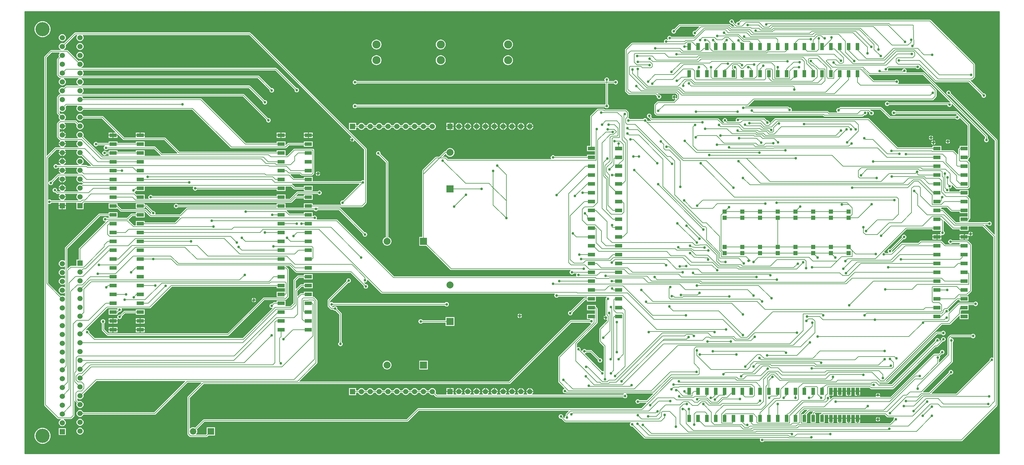
<source format=gbl>
G04 Layer_Physical_Order=2*
G04 Layer_Color=16711680*
%FSLAX25Y25*%
%MOIN*%
G70*
G01*
G75*
%ADD12R,0.05000X0.05000*%
%ADD17R,0.03937X0.07874*%
%ADD18R,0.07874X0.03937*%
%ADD22C,0.00700*%
%ADD23C,0.01000*%
%ADD24R,0.07874X0.07874*%
%ADD25C,0.07874*%
%ADD26R,0.07874X0.07874*%
%ADD27C,0.07284*%
%ADD28R,0.07284X0.07284*%
%ADD29C,0.16000*%
%ADD30C,0.05906*%
%ADD31R,0.05906X0.05906*%
%ADD32R,0.05906X0.05906*%
%ADD33C,0.09100*%
%ADD34C,0.03000*%
G36*
X1100000Y0D02*
X0D01*
Y500000D01*
X1100000D01*
Y0D01*
D02*
G37*
%LPC*%
G36*
X797975Y491124D02*
X797000Y490930D01*
X796173Y490377D01*
X795620Y489550D01*
X795426Y488575D01*
X795620Y487600D01*
X796173Y486773D01*
X797000Y486220D01*
X797975Y486026D01*
X798477Y486126D01*
X801265Y483338D01*
X801074Y482876D01*
X798820D01*
X796323Y485373D01*
X795877Y485672D01*
X795350Y485777D01*
X739400D01*
X738873Y485672D01*
X738427Y485373D01*
X733102Y480049D01*
X732600Y480149D01*
X731625Y479955D01*
X730798Y479402D01*
X730245Y478576D01*
X730051Y477600D01*
X730245Y476624D01*
X730798Y475798D01*
X731625Y475245D01*
X732600Y475051D01*
X733575Y475245D01*
X734402Y475798D01*
X734955Y476624D01*
X735149Y477600D01*
X735049Y478102D01*
X739970Y483024D01*
X761124D01*
X761315Y482562D01*
X756902Y478149D01*
X756400Y478249D01*
X755424Y478055D01*
X754598Y477502D01*
X754045Y476676D01*
X753851Y475700D01*
X754045Y474724D01*
X754598Y473898D01*
X755424Y473345D01*
X756356Y473160D01*
X756618Y472742D01*
X756628Y472724D01*
X755280Y471377D01*
X729987D01*
X729702Y471802D01*
X728875Y472355D01*
X727900Y472549D01*
X726925Y472355D01*
X726098Y471802D01*
X725545Y470975D01*
X725351Y470000D01*
X725545Y469025D01*
X725937Y468438D01*
X725576Y468078D01*
X725075Y468412D01*
X724100Y468606D01*
X723125Y468412D01*
X722298Y467860D01*
X721745Y467033D01*
X721551Y466057D01*
X721745Y465082D01*
X721788Y465017D01*
X721553Y464576D01*
X685700D01*
X685173Y464472D01*
X684727Y464173D01*
X678027Y457473D01*
X677728Y457027D01*
X677624Y456500D01*
Y410100D01*
X677728Y409573D01*
X678027Y409127D01*
X681227Y405927D01*
X681227Y405927D01*
X681673Y405628D01*
X682200Y405523D01*
X712130D01*
X713551Y404102D01*
X713451Y403600D01*
X713645Y402625D01*
X714198Y401798D01*
X715025Y401245D01*
X716000Y401051D01*
X716975Y401245D01*
X717802Y401798D01*
X718355Y402625D01*
X718549Y403600D01*
X718355Y404575D01*
X717802Y405402D01*
X716975Y405955D01*
X716000Y406149D01*
X715498Y406049D01*
X714735Y406812D01*
X714926Y407273D01*
X734630D01*
X736474Y405430D01*
Y402520D01*
X735510Y401557D01*
X735122Y401875D01*
X735355Y402224D01*
X735450Y402700D01*
X733500D01*
Y400750D01*
X733976Y400845D01*
X734325Y401078D01*
X734643Y400690D01*
X732330Y398376D01*
X714650D01*
X714650Y398376D01*
X714123Y398272D01*
X713677Y397973D01*
X713677Y397973D01*
X711027Y395323D01*
X710728Y394877D01*
X710624Y394350D01*
Y385150D01*
X710728Y384623D01*
X711027Y384177D01*
X712427Y382777D01*
X712873Y382478D01*
X713400Y382373D01*
X900880D01*
X901727Y381527D01*
X901727Y381527D01*
X902173Y381228D01*
X902700Y381123D01*
X902700Y381123D01*
X945800D01*
X946327Y381228D01*
X946773Y381527D01*
X947998Y382751D01*
X948500Y382651D01*
X949475Y382845D01*
X950302Y383398D01*
X950855Y384225D01*
X951049Y385200D01*
X950855Y386175D01*
X950783Y386283D01*
X951019Y386723D01*
X952230D01*
X953351Y385602D01*
X953251Y385100D01*
X953445Y384124D01*
X953998Y383298D01*
X954825Y382745D01*
X955800Y382551D01*
X956775Y382745D01*
X957602Y383298D01*
X958155Y384124D01*
X958349Y385100D01*
X958155Y386075D01*
X957602Y386902D01*
X956775Y387455D01*
X955800Y387649D01*
X955298Y387549D01*
X954273Y388574D01*
X954480Y389073D01*
X965791D01*
X975638Y379227D01*
X976085Y378928D01*
X976611Y378823D01*
X1050713D01*
X1050998Y378398D01*
X1051825Y377845D01*
X1052800Y377651D01*
X1053775Y377845D01*
X1054602Y378398D01*
X1055155Y379224D01*
X1055230Y379600D01*
X1055708Y379745D01*
X1064324Y371130D01*
Y347969D01*
X1055417D01*
Y346234D01*
X1055027Y345973D01*
X1055027Y345973D01*
X1054027Y344973D01*
X1053728Y344527D01*
X1053624Y344000D01*
Y338550D01*
X1053124Y338398D01*
X1053073Y338473D01*
X1053073Y338473D01*
X1049073Y342473D01*
X1048627Y342772D01*
X1048100Y342877D01*
X1034583D01*
Y347969D01*
X1024709D01*
Y346376D01*
X985570D01*
X953173Y378773D01*
X952727Y379072D01*
X952200Y379176D01*
X846961D01*
X846435Y379072D01*
X845988Y378773D01*
X841283Y374068D01*
X841117Y374157D01*
X840842Y374334D01*
X840655Y375275D01*
X840102Y376102D01*
X839275Y376655D01*
X838300Y376849D01*
X837798Y376749D01*
X835173Y379373D01*
X834727Y379672D01*
X834200Y379777D01*
X806300D01*
X806300Y379777D01*
X805773Y379672D01*
X805708Y379628D01*
X805100Y379749D01*
X804125Y379555D01*
X803298Y379002D01*
X802745Y378175D01*
X802551Y377200D01*
X802745Y376224D01*
X802783Y376167D01*
X802547Y375727D01*
X793389D01*
X792768Y376348D01*
X792868Y376850D01*
X792673Y377825D01*
X792121Y378652D01*
X791294Y379205D01*
X790319Y379399D01*
X789343Y379205D01*
X788516Y378652D01*
X787964Y377825D01*
X787770Y376850D01*
X787964Y375874D01*
X788516Y375048D01*
X789343Y374495D01*
X789437Y374477D01*
X789387Y373976D01*
X788070D01*
X783373Y378673D01*
X782927Y378972D01*
X782400Y379077D01*
X708570D01*
X707042Y380605D01*
X707255Y380925D01*
X707449Y381900D01*
X707255Y382875D01*
X706702Y383702D01*
X705875Y384255D01*
X704900Y384449D01*
X703925Y384255D01*
X703098Y383702D01*
X702545Y382875D01*
X702351Y381900D01*
X702545Y380925D01*
X703098Y380098D01*
X703925Y379545D01*
X704279Y379475D01*
X707027Y376727D01*
X707102Y376677D01*
X706950Y376177D01*
X703124D01*
X702720Y376656D01*
X702749Y376800D01*
X702555Y377776D01*
X702002Y378602D01*
X701175Y379155D01*
X700200Y379349D01*
X699225Y379155D01*
X698398Y378602D01*
X698113Y378176D01*
X683287D01*
X683002Y378602D01*
X682175Y379155D01*
X681602Y379269D01*
X681372Y379824D01*
X681472Y379973D01*
X681576Y380500D01*
X681576Y380500D01*
Y385700D01*
X681472Y386227D01*
X681173Y386673D01*
X681173Y386673D01*
X679373Y388473D01*
X678927Y388772D01*
X678400Y388877D01*
X655007D01*
X654308Y389576D01*
X653861Y389874D01*
X653334Y389979D01*
X647003D01*
X647003Y389979D01*
X646476Y389874D01*
X646029Y389576D01*
X638627Y382173D01*
X638328Y381727D01*
X638224Y381200D01*
Y347969D01*
X634709D01*
Y342032D01*
X643556D01*
Y337968D01*
X634709D01*
Y336377D01*
X598387D01*
X598102Y336802D01*
X597275Y337355D01*
X596300Y337549D01*
X595325Y337355D01*
X594498Y336802D01*
X593945Y335976D01*
X593751Y335000D01*
X593945Y334025D01*
X594311Y333476D01*
X594044Y332977D01*
X477720D01*
X475523Y335173D01*
X475077Y335472D01*
X474550Y335577D01*
X472135D01*
X471943Y336038D01*
X474812Y338907D01*
X475402Y338790D01*
X475688Y338101D01*
X476479Y337070D01*
X477510Y336278D01*
X478711Y335781D01*
X480000Y335611D01*
X481289Y335781D01*
X482490Y336278D01*
X483521Y337070D01*
X484312Y338101D01*
X484810Y339302D01*
X484980Y340591D01*
X484810Y341879D01*
X484312Y343080D01*
X483521Y344112D01*
X482490Y344903D01*
X481289Y345401D01*
X480000Y345570D01*
X478711Y345401D01*
X477510Y344903D01*
X476479Y344112D01*
X475688Y343080D01*
X475226Y341967D01*
X474549D01*
X474022Y341862D01*
X473576Y341564D01*
X473576Y341564D01*
X467588Y335577D01*
X464391D01*
X463864Y335472D01*
X463417Y335173D01*
X463417Y335173D01*
X449117Y320873D01*
X448819Y320427D01*
X448714Y319900D01*
Y316132D01*
Y244937D01*
X445154D01*
Y235063D01*
X453081D01*
X480217Y207927D01*
X480664Y207628D01*
X481191Y207523D01*
X615877D01*
X616029Y207024D01*
X615698Y206802D01*
X615145Y205976D01*
X614951Y205000D01*
X615145Y204025D01*
X615698Y203198D01*
X616525Y202645D01*
X617500Y202451D01*
X618475Y202645D01*
X619302Y203198D01*
X619587Y203624D01*
X622615D01*
X622850Y203183D01*
X622645Y202875D01*
X622451Y201900D01*
X622645Y200924D01*
X622717Y200817D01*
X622481Y200376D01*
X416970D01*
X352973Y264373D01*
X352527Y264672D01*
X352000Y264776D01*
X329608D01*
X329341Y265277D01*
X329573Y265624D01*
X329768Y266600D01*
X329573Y267576D01*
X329021Y268402D01*
X328194Y268955D01*
X327219Y269149D01*
X326243Y268955D01*
X325437Y268416D01*
X325316Y268441D01*
X324937Y268585D01*
Y272969D01*
X315063D01*
Y271376D01*
X298870D01*
X295573Y274673D01*
X295498Y274724D01*
X295650Y275223D01*
X326413D01*
X326698Y274798D01*
X327524Y274245D01*
X328500Y274051D01*
X329475Y274245D01*
X330302Y274798D01*
X330587Y275223D01*
X354630D01*
X381551Y248302D01*
X381451Y247800D01*
X381645Y246825D01*
X382198Y245998D01*
X383025Y245445D01*
X384000Y245251D01*
X384976Y245445D01*
X385802Y245998D01*
X386355Y246825D01*
X386549Y247800D01*
X386355Y248776D01*
X385802Y249602D01*
X384976Y250155D01*
X384000Y250349D01*
X383498Y250249D01*
X356173Y277573D01*
X355727Y277872D01*
X355200Y277976D01*
X330977D01*
X330889Y278123D01*
X331172Y278624D01*
X380500D01*
X381027Y278728D01*
X381473Y279027D01*
X385473Y283027D01*
X385473Y283027D01*
X385772Y283473D01*
X385876Y284000D01*
Y344400D01*
X385876Y344400D01*
X385772Y344927D01*
X385473Y345373D01*
X255073Y475773D01*
X254627Y476072D01*
X254100Y476177D01*
X56700D01*
X56700Y476177D01*
X56173Y476072D01*
X55727Y475773D01*
X55727Y475773D01*
X43949Y463995D01*
X43332Y464251D01*
X42300Y464387D01*
X41268Y464251D01*
X40307Y463853D01*
X39481Y463219D01*
X38847Y462393D01*
X38449Y461432D01*
X38313Y460400D01*
X38449Y459368D01*
X38847Y458407D01*
X39481Y457581D01*
X40307Y456947D01*
X40719Y456777D01*
X40620Y456277D01*
X29800D01*
X29273Y456172D01*
X28827Y455873D01*
X22227Y449273D01*
X21928Y448827D01*
X21824Y448300D01*
Y55100D01*
X21928Y54573D01*
X22227Y54127D01*
X37027Y39327D01*
X37473Y39028D01*
X38000Y38924D01*
X40620D01*
X40719Y38424D01*
X40307Y38253D01*
X39481Y37619D01*
X38847Y36793D01*
X38449Y35832D01*
X38313Y34800D01*
X38449Y33768D01*
X38847Y32807D01*
X39481Y31981D01*
X40307Y31347D01*
X41268Y30949D01*
X42300Y30813D01*
X43332Y30949D01*
X44293Y31347D01*
X45119Y31981D01*
X45753Y32807D01*
X46151Y33768D01*
X46287Y34800D01*
X46151Y35832D01*
X45753Y36793D01*
X45119Y37619D01*
X44293Y38253D01*
X43881Y38424D01*
X43981Y38924D01*
X51900D01*
X52427Y39028D01*
X52873Y39327D01*
X55571Y42024D01*
X55571Y42024D01*
X55869Y42470D01*
X55974Y42997D01*
X55974Y42997D01*
Y59499D01*
X56474Y59548D01*
X56528Y59273D01*
X56827Y58827D01*
X58705Y56949D01*
X58449Y56332D01*
X58313Y55300D01*
X58449Y54268D01*
X58847Y53307D01*
X59481Y52481D01*
X60307Y51847D01*
X61268Y51449D01*
X62300Y51313D01*
X63332Y51449D01*
X64293Y51847D01*
X65119Y52481D01*
X65753Y53307D01*
X66151Y54268D01*
X66287Y55300D01*
X66151Y56332D01*
X65753Y57293D01*
X65119Y58119D01*
X64293Y58753D01*
X63332Y59151D01*
X62300Y59287D01*
X61268Y59151D01*
X60651Y58895D01*
X59176Y60370D01*
Y62084D01*
X59676Y62331D01*
X60307Y61847D01*
X61268Y61449D01*
X62300Y61313D01*
X63332Y61449D01*
X64293Y61847D01*
X65119Y62481D01*
X65753Y63307D01*
X66151Y64268D01*
X66287Y65300D01*
X66151Y66332D01*
X65895Y66949D01*
X81070Y82124D01*
X180924D01*
X181115Y81662D01*
X146130Y46676D01*
X66008D01*
X65753Y47293D01*
X65119Y48119D01*
X64293Y48753D01*
X63332Y49151D01*
X62300Y49287D01*
X61268Y49151D01*
X60307Y48753D01*
X59481Y48119D01*
X58847Y47293D01*
X58449Y46332D01*
X58313Y45300D01*
X58449Y44268D01*
X58847Y43307D01*
X59481Y42481D01*
X60307Y41847D01*
X61268Y41449D01*
X62300Y41313D01*
X63332Y41449D01*
X64293Y41847D01*
X65119Y42481D01*
X65753Y43307D01*
X66008Y43924D01*
X146700D01*
X147227Y44028D01*
X147673Y44327D01*
X183770Y80424D01*
X199224D01*
X199415Y79962D01*
X183927Y64473D01*
X183628Y64027D01*
X183524Y63500D01*
Y22100D01*
X183628Y21573D01*
X183927Y21127D01*
X186127Y18927D01*
X186573Y18628D01*
X187100Y18524D01*
X204900D01*
X205427Y18628D01*
X205873Y18927D01*
X207305Y20358D01*
X214642D01*
Y29642D01*
X205358D01*
Y22305D01*
X204330Y21276D01*
X193519D01*
X193377Y21776D01*
X194054Y22659D01*
X194522Y23788D01*
X194682Y25000D01*
X194522Y26212D01*
X194123Y27176D01*
X202770Y35824D01*
X431500D01*
X432027Y35928D01*
X432473Y36227D01*
X444670Y48424D01*
X613824D01*
X614015Y47962D01*
X611027Y44973D01*
X610728Y44527D01*
X610624Y44000D01*
Y42887D01*
X610198Y42602D01*
X609645Y41776D01*
X609451Y40800D01*
X609575Y40179D01*
X609114Y39933D01*
X607649Y41398D01*
X607749Y41900D01*
X607555Y42875D01*
X607002Y43702D01*
X606176Y44255D01*
X605200Y44449D01*
X604224Y44255D01*
X603398Y43702D01*
X602845Y42875D01*
X602651Y41900D01*
X602845Y40925D01*
X603398Y40098D01*
X604224Y39545D01*
X605200Y39351D01*
X605702Y39451D01*
X609327Y35827D01*
X609773Y35528D01*
X610300Y35424D01*
X683977D01*
X684129Y34924D01*
X683798Y34702D01*
X683245Y33876D01*
X683051Y32900D01*
X683245Y31925D01*
X683798Y31098D01*
X684624Y30545D01*
X685600Y30351D01*
X686102Y30451D01*
X699227Y17327D01*
X699673Y17028D01*
X700200Y16924D01*
X700200Y16924D01*
X829881D01*
X830117Y16483D01*
X830045Y16375D01*
X829851Y15400D01*
X830045Y14424D01*
X830598Y13598D01*
X831425Y13045D01*
X832400Y12851D01*
X833375Y13045D01*
X834202Y13598D01*
X834487Y14024D01*
X1057400D01*
X1057927Y14128D01*
X1058373Y14427D01*
X1097473Y53527D01*
X1097772Y53973D01*
X1097876Y54500D01*
Y354400D01*
X1097876Y354400D01*
X1097772Y354927D01*
X1097473Y355373D01*
X1097473Y355373D01*
X1045349Y407498D01*
X1045449Y408000D01*
X1045255Y408976D01*
X1044702Y409802D01*
X1043875Y410355D01*
X1042900Y410549D01*
X1041925Y410355D01*
X1041098Y409802D01*
X1040545Y408976D01*
X1040351Y408000D01*
X1040545Y407024D01*
X1041098Y406198D01*
X1041925Y405645D01*
X1042900Y405451D01*
X1043402Y405551D01*
X1095124Y353830D01*
Y247876D01*
X1094662Y247685D01*
X1084085Y258262D01*
X1084276Y258723D01*
X1086813D01*
X1087098Y258298D01*
X1087925Y257745D01*
X1088900Y257551D01*
X1089875Y257745D01*
X1090702Y258298D01*
X1091255Y259124D01*
X1091449Y260100D01*
X1091255Y261075D01*
X1090702Y261902D01*
X1089875Y262455D01*
X1088900Y262649D01*
X1087925Y262455D01*
X1087098Y261902D01*
X1086813Y261476D01*
X1051470D01*
X1036973Y275973D01*
X1036527Y276272D01*
X1036000Y276377D01*
X1034583D01*
Y277969D01*
X1034933Y278324D01*
X1041130D01*
X1045427Y274027D01*
X1045427Y274027D01*
X1045873Y273728D01*
X1046400Y273623D01*
X1055417D01*
Y272031D01*
X1064424D01*
Y267969D01*
X1055417D01*
Y262032D01*
X1065291D01*
Y263772D01*
X1065673Y264027D01*
X1066773Y265127D01*
X1066773Y265127D01*
X1067072Y265573D01*
X1067176Y266100D01*
Y287900D01*
X1067072Y288427D01*
X1066773Y288873D01*
X1064115Y291531D01*
X1064322Y292032D01*
X1065291D01*
Y297969D01*
X1055417D01*
Y296376D01*
X1043719D01*
X1043483Y296817D01*
X1043555Y296924D01*
X1043749Y297900D01*
X1043555Y298875D01*
X1043112Y299538D01*
X1043404Y299989D01*
X1044100Y299851D01*
X1045075Y300045D01*
X1045902Y300598D01*
X1046455Y301425D01*
X1046649Y302400D01*
X1046459Y303357D01*
X1046482Y303394D01*
X1046871Y303652D01*
X1050996Y299527D01*
X1050996Y299527D01*
X1051442Y299228D01*
X1051969Y299124D01*
X1064200D01*
X1064727Y299228D01*
X1065173Y299527D01*
X1066673Y301027D01*
X1066972Y301473D01*
X1067076Y302000D01*
Y328400D01*
X1066972Y328927D01*
X1066673Y329373D01*
X1064515Y331532D01*
X1064716Y332031D01*
X1065291D01*
Y333771D01*
X1065673Y334027D01*
X1066673Y335027D01*
X1066673Y335027D01*
X1066972Y335473D01*
X1067076Y336000D01*
Y371700D01*
X1066972Y372227D01*
X1066673Y372673D01*
X1052911Y386436D01*
X1052464Y386734D01*
X1051938Y386839D01*
X983187D01*
X982902Y387265D01*
X982075Y387817D01*
X981100Y388011D01*
X980125Y387817D01*
X979298Y387265D01*
X978745Y386438D01*
X978551Y385462D01*
X978745Y384487D01*
X979298Y383660D01*
X980125Y383107D01*
X981100Y382913D01*
X982075Y383107D01*
X982902Y383660D01*
X983187Y384086D01*
X1051367D01*
X1052345Y383108D01*
X1052200Y382630D01*
X1051825Y382555D01*
X1050998Y382002D01*
X1050713Y381576D01*
X977182D01*
X967335Y391423D01*
X966888Y391722D01*
X966361Y391827D01*
X920650D01*
X920123Y391722D01*
X919677Y391423D01*
X919002Y390749D01*
X918500Y390849D01*
X917525Y390655D01*
X916698Y390102D01*
X916145Y389276D01*
X915951Y388300D01*
X916145Y387325D01*
X916698Y386498D01*
X917178Y386176D01*
X917027Y385677D01*
X908370D01*
X907123Y386923D01*
X906677Y387222D01*
X906150Y387327D01*
X865952D01*
X865717Y387767D01*
X865755Y387825D01*
X865949Y388800D01*
X865755Y389775D01*
X865202Y390602D01*
X864375Y391155D01*
X863400Y391349D01*
X862898Y391249D01*
X862273Y391873D01*
X861827Y392172D01*
X861300Y392277D01*
X813335D01*
X813175Y392524D01*
X813447Y393023D01*
X816050D01*
X816577Y393128D01*
X817023Y393427D01*
X823220Y399623D01*
X1024750D01*
X1025277Y399728D01*
X1025723Y400027D01*
X1028773Y403077D01*
X1029072Y403523D01*
X1029176Y404050D01*
Y410850D01*
X1029072Y411377D01*
X1028773Y411823D01*
X1022923Y417673D01*
X1022477Y417972D01*
X1021950Y418077D01*
X986000D01*
X985849Y418576D01*
X986030Y418698D01*
X986583Y419524D01*
X986777Y420500D01*
X986583Y421476D01*
X986030Y422302D01*
X985203Y422855D01*
X984228Y423049D01*
X983252Y422855D01*
X982425Y422302D01*
X982141Y421876D01*
X958570D01*
X945556Y434890D01*
X945721Y435433D01*
X945804Y435449D01*
X952627Y428627D01*
X953073Y428328D01*
X953600Y428224D01*
X1014050D01*
X1044917Y397357D01*
X1044671Y396896D01*
X1043900Y397049D01*
X1043168Y396903D01*
X1042800Y396976D01*
X975687D01*
X975402Y397402D01*
X974575Y397955D01*
X973600Y398149D01*
X972625Y397955D01*
X971798Y397402D01*
X971245Y396575D01*
X971051Y395600D01*
X971245Y394624D01*
X971798Y393798D01*
X972625Y393245D01*
X973600Y393051D01*
X974575Y393245D01*
X975402Y393798D01*
X975687Y394223D01*
X1041406D01*
X1041545Y393525D01*
X1042098Y392698D01*
X1042925Y392145D01*
X1043900Y391951D01*
X1044875Y392145D01*
X1045702Y392698D01*
X1046255Y393525D01*
X1046449Y394500D01*
X1046296Y395271D01*
X1046756Y395517D01*
X1084124Y358150D01*
Y356587D01*
X1083698Y356302D01*
X1083145Y355475D01*
X1082951Y354500D01*
X1083145Y353524D01*
X1083698Y352698D01*
X1084525Y352145D01*
X1085500Y351951D01*
X1086475Y352145D01*
X1087302Y352698D01*
X1087855Y353524D01*
X1088049Y354500D01*
X1087855Y355475D01*
X1087302Y356302D01*
X1086876Y356587D01*
Y358720D01*
X1086876Y358720D01*
X1086772Y359247D01*
X1086473Y359693D01*
X1015593Y430573D01*
X1015147Y430872D01*
X1014620Y430976D01*
X995176D01*
X994909Y431476D01*
X995255Y431995D01*
X995449Y432970D01*
X995255Y433946D01*
X994702Y434773D01*
X993875Y435325D01*
X992900Y435519D01*
X991925Y435325D01*
X991098Y434773D01*
X990545Y433946D01*
X990372Y433076D01*
X974452D01*
X974216Y433517D01*
X974355Y433724D01*
X974549Y434700D01*
X974449Y435202D01*
X975270Y436024D01*
X1005913D01*
X1006198Y435598D01*
X1007025Y435045D01*
X1008000Y434851D01*
X1008975Y435045D01*
X1009802Y435598D01*
X1010355Y436424D01*
X1010438Y436842D01*
X1010916Y436987D01*
X1027477Y420427D01*
X1027923Y420128D01*
X1028450Y420023D01*
X1065430D01*
X1080051Y405402D01*
X1079951Y404900D01*
X1080145Y403925D01*
X1080698Y403098D01*
X1081525Y402545D01*
X1082500Y402351D01*
X1083475Y402545D01*
X1084302Y403098D01*
X1084855Y403925D01*
X1085049Y404900D01*
X1084855Y405875D01*
X1084302Y406702D01*
X1083475Y407255D01*
X1082500Y407449D01*
X1081998Y407349D01*
X1067485Y421862D01*
X1067676Y422324D01*
X1068800D01*
X1069327Y422428D01*
X1069773Y422727D01*
X1072173Y425127D01*
X1072472Y425573D01*
X1072576Y426100D01*
Y439900D01*
X1072472Y440427D01*
X1072173Y440873D01*
X1022723Y490323D01*
X1022277Y490622D01*
X1021750Y490727D01*
X808738D01*
X808738Y490727D01*
X808212Y490622D01*
X807765Y490323D01*
X807765Y490323D01*
X806002Y488561D01*
X805500Y488661D01*
X804525Y488467D01*
X803698Y487914D01*
X803145Y487087D01*
X802974Y486229D01*
X802504Y485993D01*
X800424Y488073D01*
X800524Y488575D01*
X800330Y489550D01*
X799777Y490377D01*
X798950Y490930D01*
X797975Y491124D01*
D02*
G37*
G36*
X20000Y489044D02*
X18236Y488870D01*
X16539Y488355D01*
X14976Y487519D01*
X13605Y486395D01*
X12481Y485024D01*
X11645Y483461D01*
X11130Y481764D01*
X10956Y480000D01*
X11130Y478236D01*
X11645Y476539D01*
X12481Y474976D01*
X13605Y473605D01*
X14976Y472481D01*
X16539Y471645D01*
X18236Y471130D01*
X20000Y470957D01*
X21764Y471130D01*
X23461Y471645D01*
X25024Y472481D01*
X26395Y473605D01*
X27519Y474976D01*
X28355Y476539D01*
X28870Y478236D01*
X29043Y480000D01*
X28870Y481764D01*
X28355Y483461D01*
X27519Y485024D01*
X26395Y486395D01*
X25024Y487519D01*
X23461Y488355D01*
X21764Y488870D01*
X20000Y489044D01*
D02*
G37*
G36*
X42300Y474387D02*
X41268Y474251D01*
X40307Y473853D01*
X39481Y473219D01*
X38847Y472393D01*
X38449Y471432D01*
X38313Y470400D01*
X38449Y469368D01*
X38847Y468407D01*
X39481Y467581D01*
X40307Y466947D01*
X41268Y466549D01*
X42300Y466413D01*
X43332Y466549D01*
X44293Y466947D01*
X45119Y467581D01*
X45753Y468407D01*
X46151Y469368D01*
X46287Y470400D01*
X46151Y471432D01*
X45753Y472393D01*
X45119Y473219D01*
X44293Y473853D01*
X43332Y474251D01*
X42300Y474387D01*
D02*
G37*
G36*
X545483Y468213D02*
X544035Y468022D01*
X542685Y467463D01*
X541525Y466573D01*
X540635Y465414D01*
X540076Y464064D01*
X539886Y462615D01*
X540076Y461166D01*
X540635Y459816D01*
X541525Y458657D01*
X542685Y457767D01*
X544035Y457208D01*
X545483Y457017D01*
X546932Y457208D01*
X548282Y457767D01*
X549442Y458657D01*
X550331Y459816D01*
X550890Y461166D01*
X551081Y462615D01*
X550890Y464064D01*
X550331Y465414D01*
X549442Y466573D01*
X548282Y467463D01*
X546932Y468022D01*
X545483Y468213D01*
D02*
G37*
G36*
X469483D02*
X468035Y468022D01*
X466684Y467463D01*
X465525Y466573D01*
X464636Y465414D01*
X464076Y464064D01*
X463885Y462615D01*
X464076Y461166D01*
X464636Y459816D01*
X465525Y458657D01*
X466684Y457767D01*
X468035Y457208D01*
X469483Y457017D01*
X470932Y457208D01*
X472282Y457767D01*
X473442Y458657D01*
X474331Y459816D01*
X474891Y461166D01*
X475081Y462615D01*
X474891Y464064D01*
X474331Y465414D01*
X473442Y466573D01*
X472282Y467463D01*
X470932Y468022D01*
X469483Y468213D01*
D02*
G37*
G36*
X396983D02*
X395535Y468022D01*
X394184Y467463D01*
X393025Y466573D01*
X392136Y465414D01*
X391576Y464064D01*
X391386Y462615D01*
X391576Y461166D01*
X392136Y459816D01*
X393025Y458657D01*
X394184Y457767D01*
X395535Y457208D01*
X396983Y457017D01*
X398432Y457208D01*
X399782Y457767D01*
X400942Y458657D01*
X401831Y459816D01*
X402390Y461166D01*
X402581Y462615D01*
X402390Y464064D01*
X401831Y465414D01*
X400942Y466573D01*
X399782Y467463D01*
X398432Y468022D01*
X396983Y468213D01*
D02*
G37*
G36*
X545483Y450496D02*
X544035Y450306D01*
X542685Y449746D01*
X541525Y448857D01*
X540635Y447697D01*
X540076Y446347D01*
X539886Y444898D01*
X540076Y443450D01*
X540635Y442100D01*
X541525Y440940D01*
X542685Y440051D01*
X544035Y439491D01*
X545483Y439300D01*
X546932Y439491D01*
X548282Y440051D01*
X549442Y440940D01*
X550331Y442100D01*
X550890Y443450D01*
X551081Y444898D01*
X550890Y446347D01*
X550331Y447697D01*
X549442Y448857D01*
X548282Y449746D01*
X546932Y450306D01*
X545483Y450496D01*
D02*
G37*
G36*
X469483D02*
X468035Y450306D01*
X466684Y449746D01*
X465525Y448857D01*
X464636Y447697D01*
X464076Y446347D01*
X463885Y444898D01*
X464076Y443450D01*
X464636Y442100D01*
X465525Y440940D01*
X466684Y440051D01*
X468035Y439491D01*
X469483Y439300D01*
X470932Y439491D01*
X472282Y440051D01*
X473442Y440940D01*
X474331Y442100D01*
X474891Y443450D01*
X475081Y444898D01*
X474891Y446347D01*
X474331Y447697D01*
X473442Y448857D01*
X472282Y449746D01*
X470932Y450306D01*
X469483Y450496D01*
D02*
G37*
G36*
X396983D02*
X395535Y450306D01*
X394184Y449746D01*
X393025Y448857D01*
X392136Y447697D01*
X391576Y446347D01*
X391386Y444898D01*
X391576Y443450D01*
X392136Y442100D01*
X393025Y440940D01*
X394184Y440051D01*
X395535Y439491D01*
X396983Y439300D01*
X398432Y439491D01*
X399782Y440051D01*
X400942Y440940D01*
X401831Y442100D01*
X402390Y443450D01*
X402581Y444898D01*
X402390Y446347D01*
X401831Y447697D01*
X400942Y448857D01*
X399782Y449746D01*
X398432Y450306D01*
X396983Y450496D01*
D02*
G37*
G36*
X657000Y425449D02*
X656025Y425255D01*
X655198Y424702D01*
X654645Y423876D01*
X654451Y422900D01*
X654645Y421924D01*
X654717Y421817D01*
X654481Y421377D01*
X374787D01*
X374502Y421802D01*
X373675Y422355D01*
X372700Y422549D01*
X371725Y422355D01*
X370898Y421802D01*
X370345Y420975D01*
X370151Y420000D01*
X370345Y419025D01*
X370898Y418198D01*
X371725Y417645D01*
X372700Y417451D01*
X373675Y417645D01*
X374502Y418198D01*
X374787Y418623D01*
X655623D01*
Y395187D01*
X655198Y394902D01*
X654913Y394477D01*
X374787D01*
X374502Y394902D01*
X373675Y395455D01*
X372700Y395649D01*
X371725Y395455D01*
X370898Y394902D01*
X370345Y394075D01*
X370151Y393100D01*
X370345Y392125D01*
X370898Y391298D01*
X371725Y390745D01*
X372700Y390551D01*
X373675Y390745D01*
X374502Y391298D01*
X374787Y391723D01*
X654913D01*
X655198Y391298D01*
X656025Y390745D01*
X657000Y390551D01*
X657975Y390745D01*
X658802Y391298D01*
X659355Y392125D01*
X659549Y393100D01*
X659355Y394075D01*
X658802Y394902D01*
X658377Y395187D01*
Y418623D01*
X665013D01*
X665298Y418198D01*
X666124Y417645D01*
X667100Y417451D01*
X668076Y417645D01*
X668902Y418198D01*
X669455Y419025D01*
X669649Y420000D01*
X669455Y420975D01*
X668902Y421802D01*
X668076Y422355D01*
X667100Y422549D01*
X666124Y422355D01*
X665298Y421802D01*
X665013Y421377D01*
X659519D01*
X659283Y421817D01*
X659355Y421924D01*
X659549Y422900D01*
X659355Y423876D01*
X658802Y424702D01*
X657975Y425255D01*
X657000Y425449D01*
D02*
G37*
G36*
X733500Y405650D02*
Y403700D01*
X735450D01*
X735355Y404176D01*
X734802Y405002D01*
X733976Y405555D01*
X733500Y405650D01*
D02*
G37*
G36*
X732500D02*
X732024Y405555D01*
X731198Y405002D01*
X730645Y404176D01*
X730550Y403700D01*
X732500D01*
Y405650D01*
D02*
G37*
G36*
Y402700D02*
X730550D01*
X730645Y402224D01*
X731198Y401398D01*
X732024Y400845D01*
X732500Y400750D01*
Y402700D01*
D02*
G37*
G36*
X460000Y373987D02*
X458968Y373851D01*
X458007Y373453D01*
X457181Y372819D01*
X456547Y371993D01*
X456292Y371376D01*
X453708D01*
X453453Y371993D01*
X452819Y372819D01*
X451993Y373453D01*
X451032Y373851D01*
X450000Y373987D01*
X448968Y373851D01*
X448007Y373453D01*
X447181Y372819D01*
X446547Y371993D01*
X446292Y371376D01*
X443708D01*
X443453Y371993D01*
X442819Y372819D01*
X441993Y373453D01*
X441032Y373851D01*
X440000Y373987D01*
X438968Y373851D01*
X438007Y373453D01*
X437181Y372819D01*
X436547Y371993D01*
X436292Y371376D01*
X433708D01*
X433453Y371993D01*
X432819Y372819D01*
X431993Y373453D01*
X431032Y373851D01*
X430000Y373987D01*
X428968Y373851D01*
X428007Y373453D01*
X427181Y372819D01*
X426547Y371993D01*
X426292Y371376D01*
X423708D01*
X423453Y371993D01*
X422819Y372819D01*
X421993Y373453D01*
X421032Y373851D01*
X420000Y373987D01*
X418968Y373851D01*
X418007Y373453D01*
X417181Y372819D01*
X416547Y371993D01*
X416292Y371376D01*
X413708D01*
X413453Y371993D01*
X412819Y372819D01*
X411993Y373453D01*
X411032Y373851D01*
X410000Y373987D01*
X408968Y373851D01*
X408007Y373453D01*
X407181Y372819D01*
X406547Y371993D01*
X406292Y371376D01*
X403708D01*
X403453Y371993D01*
X402819Y372819D01*
X401993Y373453D01*
X401032Y373851D01*
X400000Y373987D01*
X398968Y373851D01*
X398007Y373453D01*
X397181Y372819D01*
X396547Y371993D01*
X396292Y371376D01*
X393708D01*
X393453Y371993D01*
X392819Y372819D01*
X391993Y373453D01*
X391032Y373851D01*
X390000Y373987D01*
X388968Y373851D01*
X388007Y373453D01*
X387181Y372819D01*
X386547Y371993D01*
X386292Y371376D01*
X383708D01*
X383453Y371993D01*
X382819Y372819D01*
X381993Y373453D01*
X381032Y373851D01*
X380000Y373987D01*
X378968Y373851D01*
X378007Y373453D01*
X377181Y372819D01*
X376547Y371993D01*
X376292Y371376D01*
X373953D01*
Y373953D01*
X366047D01*
Y366047D01*
X373953D01*
Y368623D01*
X376292D01*
X376547Y368007D01*
X377181Y367181D01*
X378007Y366547D01*
X378968Y366149D01*
X380000Y366013D01*
X381032Y366149D01*
X381993Y366547D01*
X382819Y367181D01*
X383453Y368007D01*
X383708Y368623D01*
X386292D01*
X386547Y368007D01*
X387181Y367181D01*
X388007Y366547D01*
X388968Y366149D01*
X390000Y366013D01*
X391032Y366149D01*
X391993Y366547D01*
X392819Y367181D01*
X393453Y368007D01*
X393708Y368623D01*
X396292D01*
X396547Y368007D01*
X397181Y367181D01*
X398007Y366547D01*
X398968Y366149D01*
X400000Y366013D01*
X401032Y366149D01*
X401993Y366547D01*
X402819Y367181D01*
X403453Y368007D01*
X403708Y368623D01*
X406292D01*
X406547Y368007D01*
X407181Y367181D01*
X408007Y366547D01*
X408968Y366149D01*
X410000Y366013D01*
X411032Y366149D01*
X411993Y366547D01*
X412819Y367181D01*
X413453Y368007D01*
X413708Y368623D01*
X416292D01*
X416547Y368007D01*
X417181Y367181D01*
X418007Y366547D01*
X418968Y366149D01*
X420000Y366013D01*
X421032Y366149D01*
X421993Y366547D01*
X422819Y367181D01*
X423453Y368007D01*
X423708Y368623D01*
X426292D01*
X426547Y368007D01*
X427181Y367181D01*
X428007Y366547D01*
X428968Y366149D01*
X430000Y366013D01*
X431032Y366149D01*
X431993Y366547D01*
X432819Y367181D01*
X433453Y368007D01*
X433708Y368623D01*
X436292D01*
X436547Y368007D01*
X437181Y367181D01*
X438007Y366547D01*
X438968Y366149D01*
X440000Y366013D01*
X441032Y366149D01*
X441993Y366547D01*
X442819Y367181D01*
X443453Y368007D01*
X443708Y368623D01*
X446292D01*
X446547Y368007D01*
X447181Y367181D01*
X448007Y366547D01*
X448968Y366149D01*
X450000Y366013D01*
X451032Y366149D01*
X451993Y366547D01*
X452819Y367181D01*
X453453Y368007D01*
X453708Y368623D01*
X456292D01*
X456547Y368007D01*
X457181Y367181D01*
X458007Y366547D01*
X458968Y366149D01*
X460000Y366013D01*
X461032Y366149D01*
X461993Y366547D01*
X462819Y367181D01*
X463453Y368007D01*
X463851Y368968D01*
X463987Y370000D01*
X463851Y371032D01*
X463453Y371993D01*
X462819Y372819D01*
X461993Y373453D01*
X461032Y373851D01*
X460000Y373987D01*
D02*
G37*
G36*
X570500Y373921D02*
Y370500D01*
X573921D01*
X573851Y371032D01*
X573453Y371993D01*
X572819Y372819D01*
X571993Y373453D01*
X571032Y373851D01*
X570500Y373921D01*
D02*
G37*
G36*
X569500D02*
X568968Y373851D01*
X568007Y373453D01*
X567181Y372819D01*
X566547Y371993D01*
X566149Y371032D01*
X566079Y370500D01*
X569500D01*
Y373921D01*
D02*
G37*
G36*
X560500D02*
Y370500D01*
X563921D01*
X563851Y371032D01*
X563453Y371993D01*
X562819Y372819D01*
X561993Y373453D01*
X561032Y373851D01*
X560500Y373921D01*
D02*
G37*
G36*
X559500D02*
X558968Y373851D01*
X558007Y373453D01*
X557181Y372819D01*
X556547Y371993D01*
X556149Y371032D01*
X556079Y370500D01*
X559500D01*
Y373921D01*
D02*
G37*
G36*
X550500D02*
Y370500D01*
X553921D01*
X553851Y371032D01*
X553453Y371993D01*
X552819Y372819D01*
X551993Y373453D01*
X551032Y373851D01*
X550500Y373921D01*
D02*
G37*
G36*
X549500D02*
X548968Y373851D01*
X548007Y373453D01*
X547181Y372819D01*
X546547Y371993D01*
X546149Y371032D01*
X546079Y370500D01*
X549500D01*
Y373921D01*
D02*
G37*
G36*
X540500D02*
Y370500D01*
X543921D01*
X543851Y371032D01*
X543453Y371993D01*
X542819Y372819D01*
X541993Y373453D01*
X541032Y373851D01*
X540500Y373921D01*
D02*
G37*
G36*
X539500D02*
X538968Y373851D01*
X538007Y373453D01*
X537181Y372819D01*
X536547Y371993D01*
X536149Y371032D01*
X536079Y370500D01*
X539500D01*
Y373921D01*
D02*
G37*
G36*
X530500D02*
Y370500D01*
X533921D01*
X533851Y371032D01*
X533453Y371993D01*
X532819Y372819D01*
X531993Y373453D01*
X531032Y373851D01*
X530500Y373921D01*
D02*
G37*
G36*
X529500D02*
X528968Y373851D01*
X528007Y373453D01*
X527181Y372819D01*
X526547Y371993D01*
X526149Y371032D01*
X526079Y370500D01*
X529500D01*
Y373921D01*
D02*
G37*
G36*
X520500D02*
Y370500D01*
X523921D01*
X523851Y371032D01*
X523453Y371993D01*
X522819Y372819D01*
X521993Y373453D01*
X521032Y373851D01*
X520500Y373921D01*
D02*
G37*
G36*
X519500D02*
X518968Y373851D01*
X518007Y373453D01*
X517181Y372819D01*
X516547Y371993D01*
X516149Y371032D01*
X516079Y370500D01*
X519500D01*
Y373921D01*
D02*
G37*
G36*
X510500D02*
Y370500D01*
X513921D01*
X513851Y371032D01*
X513453Y371993D01*
X512819Y372819D01*
X511993Y373453D01*
X511032Y373851D01*
X510500Y373921D01*
D02*
G37*
G36*
X509500D02*
X508968Y373851D01*
X508007Y373453D01*
X507181Y372819D01*
X506547Y371993D01*
X506149Y371032D01*
X506079Y370500D01*
X509500D01*
Y373921D01*
D02*
G37*
G36*
X500500D02*
Y370500D01*
X503921D01*
X503851Y371032D01*
X503453Y371993D01*
X502819Y372819D01*
X501993Y373453D01*
X501032Y373851D01*
X500500Y373921D01*
D02*
G37*
G36*
X499500D02*
X498968Y373851D01*
X498007Y373453D01*
X497181Y372819D01*
X496547Y371993D01*
X496149Y371032D01*
X496079Y370500D01*
X499500D01*
Y373921D01*
D02*
G37*
G36*
X490500D02*
Y370500D01*
X493921D01*
X493851Y371032D01*
X493453Y371993D01*
X492819Y372819D01*
X491993Y373453D01*
X491032Y373851D01*
X490500Y373921D01*
D02*
G37*
G36*
X489500D02*
X488968Y373851D01*
X488007Y373453D01*
X487181Y372819D01*
X486547Y371993D01*
X486149Y371032D01*
X486079Y370500D01*
X489500D01*
Y373921D01*
D02*
G37*
G36*
X483953Y373953D02*
X480500D01*
Y370500D01*
X483953D01*
Y373953D01*
D02*
G37*
G36*
X479500D02*
X476047D01*
Y370500D01*
X479500D01*
Y373953D01*
D02*
G37*
G36*
X573921Y369500D02*
X570500D01*
Y366079D01*
X571032Y366149D01*
X571993Y366547D01*
X572819Y367181D01*
X573453Y368007D01*
X573851Y368968D01*
X573921Y369500D01*
D02*
G37*
G36*
X569500D02*
X566079D01*
X566149Y368968D01*
X566547Y368007D01*
X567181Y367181D01*
X568007Y366547D01*
X568968Y366149D01*
X569500Y366079D01*
Y369500D01*
D02*
G37*
G36*
X563921D02*
X560500D01*
Y366079D01*
X561032Y366149D01*
X561993Y366547D01*
X562819Y367181D01*
X563453Y368007D01*
X563851Y368968D01*
X563921Y369500D01*
D02*
G37*
G36*
X559500D02*
X556079D01*
X556149Y368968D01*
X556547Y368007D01*
X557181Y367181D01*
X558007Y366547D01*
X558968Y366149D01*
X559500Y366079D01*
Y369500D01*
D02*
G37*
G36*
X553921D02*
X550500D01*
Y366079D01*
X551032Y366149D01*
X551993Y366547D01*
X552819Y367181D01*
X553453Y368007D01*
X553851Y368968D01*
X553921Y369500D01*
D02*
G37*
G36*
X549500D02*
X546079D01*
X546149Y368968D01*
X546547Y368007D01*
X547181Y367181D01*
X548007Y366547D01*
X548968Y366149D01*
X549500Y366079D01*
Y369500D01*
D02*
G37*
G36*
X543921D02*
X540500D01*
Y366079D01*
X541032Y366149D01*
X541993Y366547D01*
X542819Y367181D01*
X543453Y368007D01*
X543851Y368968D01*
X543921Y369500D01*
D02*
G37*
G36*
X539500D02*
X536079D01*
X536149Y368968D01*
X536547Y368007D01*
X537181Y367181D01*
X538007Y366547D01*
X538968Y366149D01*
X539500Y366079D01*
Y369500D01*
D02*
G37*
G36*
X533921D02*
X530500D01*
Y366079D01*
X531032Y366149D01*
X531993Y366547D01*
X532819Y367181D01*
X533453Y368007D01*
X533851Y368968D01*
X533921Y369500D01*
D02*
G37*
G36*
X529500D02*
X526079D01*
X526149Y368968D01*
X526547Y368007D01*
X527181Y367181D01*
X528007Y366547D01*
X528968Y366149D01*
X529500Y366079D01*
Y369500D01*
D02*
G37*
G36*
X523921D02*
X520500D01*
Y366079D01*
X521032Y366149D01*
X521993Y366547D01*
X522819Y367181D01*
X523453Y368007D01*
X523851Y368968D01*
X523921Y369500D01*
D02*
G37*
G36*
X519500D02*
X516079D01*
X516149Y368968D01*
X516547Y368007D01*
X517181Y367181D01*
X518007Y366547D01*
X518968Y366149D01*
X519500Y366079D01*
Y369500D01*
D02*
G37*
G36*
X513921D02*
X510500D01*
Y366079D01*
X511032Y366149D01*
X511993Y366547D01*
X512819Y367181D01*
X513453Y368007D01*
X513851Y368968D01*
X513921Y369500D01*
D02*
G37*
G36*
X509500D02*
X506079D01*
X506149Y368968D01*
X506547Y368007D01*
X507181Y367181D01*
X508007Y366547D01*
X508968Y366149D01*
X509500Y366079D01*
Y369500D01*
D02*
G37*
G36*
X503921D02*
X500500D01*
Y366079D01*
X501032Y366149D01*
X501993Y366547D01*
X502819Y367181D01*
X503453Y368007D01*
X503851Y368968D01*
X503921Y369500D01*
D02*
G37*
G36*
X499500D02*
X496079D01*
X496149Y368968D01*
X496547Y368007D01*
X497181Y367181D01*
X498007Y366547D01*
X498968Y366149D01*
X499500Y366079D01*
Y369500D01*
D02*
G37*
G36*
X493921D02*
X490500D01*
Y366079D01*
X491032Y366149D01*
X491993Y366547D01*
X492819Y367181D01*
X493453Y368007D01*
X493851Y368968D01*
X493921Y369500D01*
D02*
G37*
G36*
X489500D02*
X486079D01*
X486149Y368968D01*
X486547Y368007D01*
X487181Y367181D01*
X488007Y366547D01*
X488968Y366149D01*
X489500Y366079D01*
Y369500D01*
D02*
G37*
G36*
X483953D02*
X480500D01*
Y366047D01*
X483953D01*
Y369500D01*
D02*
G37*
G36*
X479500D02*
X476047D01*
Y366047D01*
X479500D01*
Y369500D01*
D02*
G37*
G36*
X1023500Y359649D02*
Y357700D01*
X1025449D01*
X1025355Y358175D01*
X1024802Y359002D01*
X1023975Y359555D01*
X1023500Y359649D01*
D02*
G37*
G36*
X1022500D02*
X1022025Y359555D01*
X1021198Y359002D01*
X1020645Y358175D01*
X1020551Y357700D01*
X1022500D01*
Y359649D01*
D02*
G37*
G36*
X1025449Y356700D02*
X1023500D01*
Y354750D01*
X1023975Y354845D01*
X1024802Y355398D01*
X1025355Y356224D01*
X1025449Y356700D01*
D02*
G37*
G36*
X1022500D02*
X1020551D01*
X1020645Y356224D01*
X1021198Y355398D01*
X1022025Y354845D01*
X1022500Y354750D01*
Y356700D01*
D02*
G37*
G36*
X1042500Y355450D02*
Y353500D01*
X1044450D01*
X1044355Y353976D01*
X1043802Y354802D01*
X1042975Y355355D01*
X1042500Y355450D01*
D02*
G37*
G36*
X1041500D02*
X1041025Y355355D01*
X1040198Y354802D01*
X1039645Y353976D01*
X1039550Y353500D01*
X1041500D01*
Y355450D01*
D02*
G37*
G36*
X1026176Y354125D02*
Y352176D01*
X1028125D01*
X1028031Y352651D01*
X1027478Y353478D01*
X1026651Y354031D01*
X1026176Y354125D01*
D02*
G37*
G36*
X1025176D02*
X1024700Y354031D01*
X1023873Y353478D01*
X1023321Y352651D01*
X1023226Y352176D01*
X1025176D01*
Y354125D01*
D02*
G37*
G36*
X1044450Y352500D02*
X1042500D01*
Y350551D01*
X1042975Y350645D01*
X1043802Y351198D01*
X1044355Y352025D01*
X1044450Y352500D01*
D02*
G37*
G36*
X1041500D02*
X1039550D01*
X1039645Y352025D01*
X1040198Y351198D01*
X1041025Y350645D01*
X1041500Y350551D01*
Y352500D01*
D02*
G37*
G36*
X1028125Y351176D02*
X1026176D01*
Y349226D01*
X1026651Y349321D01*
X1027478Y349873D01*
X1028031Y350700D01*
X1028125Y351176D01*
D02*
G37*
G36*
X1025176D02*
X1023226D01*
X1023321Y350700D01*
X1023873Y349873D01*
X1024700Y349321D01*
X1025176Y349226D01*
Y351176D01*
D02*
G37*
G36*
X399100Y342049D02*
X398125Y341855D01*
X397298Y341302D01*
X396745Y340476D01*
X396551Y339500D01*
X396745Y338525D01*
X397298Y337698D01*
X398125Y337145D01*
X399100Y336951D01*
X399602Y337051D01*
X407533Y329120D01*
Y244774D01*
X406420Y244313D01*
X405388Y243521D01*
X404597Y242490D01*
X404100Y241289D01*
X403930Y240000D01*
X404100Y238711D01*
X404597Y237510D01*
X405388Y236479D01*
X406420Y235687D01*
X407621Y235190D01*
X408909Y235020D01*
X410198Y235190D01*
X411399Y235687D01*
X412430Y236479D01*
X413222Y237510D01*
X413719Y238711D01*
X413889Y240000D01*
X413719Y241289D01*
X413222Y242490D01*
X412430Y243521D01*
X411399Y244313D01*
X410286Y244774D01*
Y329691D01*
X410286Y329691D01*
X410181Y330217D01*
X409883Y330664D01*
X409883Y330664D01*
X401549Y338998D01*
X401649Y339500D01*
X401455Y340476D01*
X400902Y341302D01*
X400075Y341855D01*
X399100Y342049D01*
D02*
G37*
G36*
X62300Y39287D02*
X61268Y39151D01*
X60307Y38753D01*
X59481Y38119D01*
X58847Y37293D01*
X58449Y36332D01*
X58313Y35300D01*
X58449Y34268D01*
X58847Y33307D01*
X59481Y32481D01*
X60307Y31847D01*
X61268Y31449D01*
X62300Y31313D01*
X63332Y31449D01*
X64293Y31847D01*
X65119Y32481D01*
X65753Y33307D01*
X66151Y34268D01*
X66287Y35300D01*
X66151Y36332D01*
X65753Y37293D01*
X65119Y38119D01*
X64293Y38753D01*
X63332Y39151D01*
X62300Y39287D01*
D02*
G37*
G36*
Y29287D02*
X61268Y29151D01*
X60307Y28753D01*
X59481Y28119D01*
X58847Y27293D01*
X58449Y26332D01*
X58313Y25300D01*
X58449Y24268D01*
X58847Y23307D01*
X59481Y22481D01*
X60307Y21847D01*
X61268Y21449D01*
X62300Y21313D01*
X63332Y21449D01*
X64293Y21847D01*
X65119Y22481D01*
X65753Y23307D01*
X66151Y24268D01*
X66287Y25300D01*
X66151Y26332D01*
X65753Y27293D01*
X65119Y28119D01*
X64293Y28753D01*
X63332Y29151D01*
X62300Y29287D01*
D02*
G37*
G36*
X46253Y28753D02*
X38347D01*
Y20847D01*
X46253D01*
Y28753D01*
D02*
G37*
G36*
X20000Y29043D02*
X18236Y28870D01*
X16539Y28355D01*
X14976Y27519D01*
X13605Y26395D01*
X12481Y25024D01*
X11645Y23461D01*
X11130Y21764D01*
X10956Y20000D01*
X11130Y18236D01*
X11645Y16539D01*
X12481Y14976D01*
X13605Y13605D01*
X14976Y12481D01*
X16539Y11645D01*
X18236Y11130D01*
X20000Y10956D01*
X21764Y11130D01*
X23461Y11645D01*
X25024Y12481D01*
X26395Y13605D01*
X27519Y14976D01*
X28355Y16539D01*
X28870Y18236D01*
X29043Y20000D01*
X28870Y21764D01*
X28355Y23461D01*
X27519Y25024D01*
X26395Y26395D01*
X25024Y27519D01*
X23461Y28355D01*
X21764Y28870D01*
X20000Y29043D01*
D02*
G37*
%LPD*%
G36*
X368962Y357992D02*
X368817Y357513D01*
X368525Y357455D01*
X367698Y356902D01*
X367145Y356076D01*
X367051Y355600D01*
X369500D01*
Y355100D01*
X370000D01*
Y352650D01*
X370476Y352745D01*
X371302Y353298D01*
X371855Y354124D01*
X371913Y354417D01*
X372392Y354562D01*
X383123Y343830D01*
Y309052D01*
X382683Y308817D01*
X382475Y308955D01*
X381500Y309149D01*
X380524Y308955D01*
X379698Y308402D01*
X379413Y307977D01*
X324937D01*
Y312968D01*
X315063D01*
Y311377D01*
X303970D01*
X299985Y315362D01*
X300176Y315824D01*
X310730D01*
X311727Y314827D01*
X312173Y314528D01*
X312700Y314423D01*
X324100D01*
X324627Y314528D01*
X325073Y314827D01*
X326273Y316027D01*
X326273Y316027D01*
X326572Y316473D01*
X326677Y317000D01*
X326677Y317000D01*
Y343400D01*
X326572Y343927D01*
X326273Y344373D01*
X325827Y344672D01*
X325300Y344777D01*
X304400D01*
X304400Y344777D01*
X303873Y344672D01*
X303427Y344373D01*
X303427Y344373D01*
X296030Y336977D01*
X294706D01*
X294228Y337032D01*
Y342969D01*
X284354D01*
Y341376D01*
X174570D01*
X158973Y356973D01*
X158527Y357272D01*
X158000Y357377D01*
X135228D01*
Y359500D01*
X130291D01*
X125354D01*
Y357377D01*
X112470D01*
X88473Y381373D01*
X88027Y381672D01*
X87500Y381776D01*
X66008D01*
X65753Y382393D01*
X65119Y383219D01*
X64293Y383853D01*
X63332Y384251D01*
X62300Y384387D01*
X61268Y384251D01*
X60307Y383853D01*
X59481Y383219D01*
X58847Y382393D01*
X58449Y381432D01*
X58313Y380400D01*
X58449Y379368D01*
X58847Y378407D01*
X59481Y377581D01*
X60307Y376947D01*
X61268Y376549D01*
X62300Y376413D01*
X63332Y376549D01*
X64293Y376947D01*
X65119Y377581D01*
X65753Y378407D01*
X66008Y379024D01*
X86930D01*
X102523Y363430D01*
X102332Y362968D01*
X100083D01*
Y360500D01*
X104520D01*
Y360780D01*
X104982Y360972D01*
X110927Y355027D01*
X111373Y354728D01*
X111900Y354624D01*
X157430D01*
X172215Y339838D01*
X172024Y339376D01*
X155070D01*
X147673Y346773D01*
X147227Y347072D01*
X146700Y347177D01*
X135228D01*
Y352969D01*
X125354D01*
Y351377D01*
X104520D01*
Y352969D01*
X94646D01*
Y351377D01*
X82287D01*
X82002Y351802D01*
X81176Y352355D01*
X80200Y352549D01*
X79224Y352355D01*
X78398Y351802D01*
X77845Y350975D01*
X77651Y350000D01*
X77845Y349025D01*
X78398Y348198D01*
X79224Y347645D01*
X80200Y347451D01*
X81176Y347645D01*
X82002Y348198D01*
X82287Y348623D01*
X90242D01*
X90303Y348540D01*
X90183Y347860D01*
X89798Y347602D01*
X89245Y346776D01*
X89051Y345800D01*
X89245Y344825D01*
X89798Y343998D01*
X90624Y343445D01*
X91600Y343251D01*
X92576Y343445D01*
X93402Y343998D01*
X93687Y344424D01*
X146130D01*
X153477Y337076D01*
X153448Y336870D01*
X153301Y336577D01*
X135337D01*
X135228Y337032D01*
X135228Y337076D01*
Y342969D01*
X125354D01*
Y341376D01*
X104520D01*
Y342969D01*
X94646D01*
Y341376D01*
X92087D01*
X91802Y341802D01*
X90975Y342355D01*
X90000Y342549D01*
X89025Y342355D01*
X88198Y341802D01*
X87645Y340975D01*
X87451Y340000D01*
X87645Y339024D01*
X88198Y338198D01*
X89025Y337645D01*
X90000Y337451D01*
X90975Y337645D01*
X91802Y338198D01*
X92087Y338623D01*
X94646D01*
Y337076D01*
X94646Y337032D01*
X94537Y336577D01*
X88070D01*
X65895Y358751D01*
X66151Y359368D01*
X66287Y360400D01*
X66151Y361432D01*
X65753Y362393D01*
X65119Y363219D01*
X64293Y363853D01*
X63332Y364251D01*
X62300Y364387D01*
X61268Y364251D01*
X60307Y363853D01*
X59481Y363219D01*
X58847Y362393D01*
X58449Y361432D01*
X58313Y360400D01*
X58449Y359368D01*
X58847Y358407D01*
X59481Y357581D01*
X59878Y357277D01*
X59708Y356776D01*
X44892D01*
X44722Y357277D01*
X45119Y357581D01*
X45753Y358407D01*
X46151Y359368D01*
X46221Y359900D01*
X42300D01*
Y360400D01*
X41800D01*
Y364321D01*
X41268Y364251D01*
X40307Y363853D01*
X39676Y363369D01*
X39176Y363616D01*
Y367184D01*
X39676Y367431D01*
X40307Y366947D01*
X41268Y366549D01*
X41800Y366479D01*
Y370400D01*
X42300D01*
Y370900D01*
X46221D01*
X46151Y371432D01*
X45753Y372393D01*
X45119Y373219D01*
X44722Y373523D01*
X44892Y374024D01*
X56730D01*
X58705Y372049D01*
X58449Y371432D01*
X58313Y370400D01*
X58449Y369368D01*
X58847Y368407D01*
X59481Y367581D01*
X60307Y366947D01*
X61268Y366549D01*
X62300Y366413D01*
X63332Y366549D01*
X64293Y366947D01*
X65119Y367581D01*
X65753Y368407D01*
X66151Y369368D01*
X66287Y370400D01*
X66151Y371432D01*
X65753Y372393D01*
X65119Y373219D01*
X64293Y373853D01*
X63332Y374251D01*
X62300Y374387D01*
X61268Y374251D01*
X60651Y373995D01*
X58273Y376373D01*
X57827Y376672D01*
X57300Y376777D01*
X44892D01*
X44722Y377276D01*
X45119Y377581D01*
X45753Y378407D01*
X46151Y379368D01*
X46287Y380400D01*
X46151Y381432D01*
X45753Y382393D01*
X45119Y383219D01*
X44293Y383853D01*
X43332Y384251D01*
X42300Y384387D01*
X41268Y384251D01*
X40651Y383995D01*
X39176Y385470D01*
Y387184D01*
X39676Y387431D01*
X40307Y386947D01*
X41268Y386549D01*
X42300Y386413D01*
X43332Y386549D01*
X44293Y386947D01*
X45119Y387581D01*
X45753Y388407D01*
X46151Y389368D01*
X46287Y390400D01*
X46151Y391432D01*
X45895Y392049D01*
X47370Y393524D01*
X59084D01*
X59331Y393023D01*
X58847Y392393D01*
X58449Y391432D01*
X58313Y390400D01*
X58449Y389368D01*
X58847Y388407D01*
X59481Y387581D01*
X60307Y386947D01*
X61268Y386549D01*
X62300Y386413D01*
X63332Y386549D01*
X64293Y386947D01*
X65119Y387581D01*
X65753Y388407D01*
X66008Y389023D01*
X188830D01*
X232227Y345627D01*
X232227Y345627D01*
X232673Y345328D01*
X233200Y345223D01*
X294200D01*
X294727Y345328D01*
X295173Y345627D01*
X298170Y348623D01*
X315063D01*
Y347031D01*
X324937D01*
Y352969D01*
X315063D01*
Y351377D01*
X297600D01*
X297600Y351377D01*
X297073Y351272D01*
X296627Y350973D01*
X296627Y350973D01*
X294690Y349037D01*
X294228Y349228D01*
Y352969D01*
X284354D01*
Y351377D01*
X249670D01*
X199673Y401373D01*
X199227Y401672D01*
X198700Y401777D01*
X66008D01*
X65753Y402393D01*
X65119Y403219D01*
X64948Y403350D01*
X65109Y403824D01*
X246230D01*
X272651Y377402D01*
X272551Y376900D01*
X272745Y375924D01*
X273298Y375098D01*
X274125Y374545D01*
X275100Y374351D01*
X276076Y374545D01*
X276902Y375098D01*
X277455Y375924D01*
X277649Y376900D01*
X277455Y377875D01*
X276902Y378702D01*
X276076Y379255D01*
X275100Y379449D01*
X274598Y379349D01*
X247773Y406173D01*
X247327Y406472D01*
X246800Y406576D01*
X64631D01*
X64462Y407077D01*
X65119Y407581D01*
X65753Y408407D01*
X66151Y409368D01*
X66287Y410400D01*
X66151Y411432D01*
X65753Y412393D01*
X65346Y412923D01*
X65592Y413423D01*
X252930D01*
X268651Y397702D01*
X268551Y397200D01*
X268745Y396224D01*
X269298Y395398D01*
X270125Y394845D01*
X271100Y394651D01*
X272076Y394845D01*
X272902Y395398D01*
X273455Y396224D01*
X273649Y397200D01*
X273455Y398176D01*
X272902Y399002D01*
X272076Y399555D01*
X271100Y399749D01*
X270598Y399649D01*
X254473Y415773D01*
X254027Y416072D01*
X253500Y416177D01*
X63739D01*
X63640Y416677D01*
X64293Y416947D01*
X65119Y417581D01*
X65753Y418407D01*
X66151Y419368D01*
X66287Y420400D01*
X66151Y421432D01*
X65753Y422393D01*
X65119Y423219D01*
X64293Y423853D01*
X63881Y424023D01*
X63981Y424523D01*
X263130D01*
X276351Y411303D01*
X276251Y410800D01*
X276445Y409825D01*
X276998Y408998D01*
X277824Y408445D01*
X278800Y408251D01*
X279776Y408445D01*
X280602Y408998D01*
X281155Y409825D01*
X281349Y410800D01*
X281155Y411775D01*
X280602Y412602D01*
X279776Y413155D01*
X278800Y413349D01*
X278298Y413249D01*
X264673Y426873D01*
X264227Y427172D01*
X263700Y427277D01*
X65516D01*
X65269Y427776D01*
X65753Y428407D01*
X66151Y429368D01*
X66287Y430400D01*
X66151Y431432D01*
X65753Y432393D01*
X65346Y432924D01*
X65592Y433424D01*
X282830D01*
X304651Y411602D01*
X304551Y411100D01*
X304745Y410124D01*
X305298Y409298D01*
X306124Y408745D01*
X307100Y408551D01*
X308075Y408745D01*
X308902Y409298D01*
X309455Y410124D01*
X309649Y411100D01*
X309455Y412076D01*
X308902Y412902D01*
X308075Y413455D01*
X307100Y413649D01*
X306598Y413549D01*
X284373Y435773D01*
X283927Y436072D01*
X283400Y436176D01*
X63739D01*
X63640Y436677D01*
X64293Y436947D01*
X65119Y437581D01*
X65753Y438407D01*
X66151Y439368D01*
X66287Y440400D01*
X66151Y441432D01*
X65753Y442393D01*
X65119Y443219D01*
X64293Y443853D01*
X63332Y444251D01*
X62300Y444387D01*
X61268Y444251D01*
X60651Y443995D01*
X48773Y455873D01*
X48327Y456172D01*
X47800Y456277D01*
X43981D01*
X43881Y456777D01*
X44293Y456947D01*
X45119Y457581D01*
X45753Y458407D01*
X46151Y459368D01*
X46287Y460400D01*
X46151Y461432D01*
X45895Y462049D01*
X57270Y473423D01*
X59008D01*
X59254Y472924D01*
X58847Y472393D01*
X58449Y471432D01*
X58313Y470400D01*
X58449Y469368D01*
X58847Y468407D01*
X59481Y467581D01*
X60307Y466947D01*
X61268Y466549D01*
X62300Y466413D01*
X63332Y466549D01*
X64293Y466947D01*
X65119Y467581D01*
X65753Y468407D01*
X66151Y469368D01*
X66287Y470400D01*
X66151Y471432D01*
X65753Y472393D01*
X65346Y472924D01*
X65592Y473423D01*
X253530D01*
X368962Y357992D01*
D02*
G37*
G36*
X39331Y453023D02*
X38847Y452393D01*
X38449Y451432D01*
X38313Y450400D01*
X38449Y449368D01*
X38705Y448751D01*
X36827Y446873D01*
X36528Y446427D01*
X36424Y445900D01*
Y428100D01*
X36528Y427573D01*
X36827Y427127D01*
X39027Y424927D01*
X39473Y424628D01*
X40000Y424523D01*
X40620D01*
X40719Y424023D01*
X40307Y423853D01*
X39481Y423219D01*
X38847Y422393D01*
X38449Y421432D01*
X38313Y420400D01*
X38449Y419368D01*
X38847Y418407D01*
X39481Y417581D01*
X40307Y416947D01*
X41268Y416549D01*
X42300Y416413D01*
X43332Y416549D01*
X44293Y416947D01*
X45119Y417581D01*
X45753Y418407D01*
X46151Y419368D01*
X46287Y420400D01*
X46151Y421432D01*
X45753Y422393D01*
X45119Y423219D01*
X44293Y423853D01*
X43881Y424023D01*
X43981Y424523D01*
X60619D01*
X60719Y424023D01*
X60307Y423853D01*
X59481Y423219D01*
X58847Y422393D01*
X58449Y421432D01*
X58313Y420400D01*
X58449Y419368D01*
X58847Y418407D01*
X59481Y417581D01*
X60307Y416947D01*
X60960Y416677D01*
X60861Y416177D01*
X46700D01*
X46173Y416072D01*
X45727Y415773D01*
X43949Y413995D01*
X43332Y414251D01*
X42300Y414387D01*
X41268Y414251D01*
X40307Y413853D01*
X39481Y413219D01*
X38847Y412393D01*
X38449Y411432D01*
X38313Y410400D01*
X38449Y409368D01*
X38847Y408407D01*
X39481Y407581D01*
X40138Y407077D01*
X40018Y406642D01*
X39975Y406571D01*
X39473Y406472D01*
X39027Y406173D01*
X36827Y403973D01*
X36528Y403527D01*
X36424Y403000D01*
Y384900D01*
X36528Y384373D01*
X36827Y383927D01*
X38705Y382049D01*
X38449Y381432D01*
X38313Y380400D01*
X38449Y379368D01*
X38847Y378407D01*
X39481Y377581D01*
X39893Y377265D01*
X39768Y376730D01*
X39473Y376672D01*
X39027Y376373D01*
X36827Y374173D01*
X36528Y373727D01*
X36424Y373200D01*
Y358100D01*
X36528Y357573D01*
X36827Y357127D01*
X39527Y354427D01*
X39527Y354427D01*
X39904Y354174D01*
X39985Y353848D01*
X39996Y353614D01*
X39481Y353219D01*
X38847Y352393D01*
X38449Y351432D01*
X38379Y350900D01*
X42300D01*
X46221D01*
X46151Y351432D01*
X45753Y352393D01*
X45119Y353219D01*
X44722Y353523D01*
X44892Y354024D01*
X59708D01*
X59878Y353523D01*
X59481Y353219D01*
X58847Y352393D01*
X58449Y351432D01*
X58313Y350400D01*
X58449Y349368D01*
X58847Y348407D01*
X59481Y347581D01*
X60307Y346947D01*
X60719Y346777D01*
X60619Y346276D01*
X43981D01*
X43881Y346777D01*
X44293Y346947D01*
X45119Y347581D01*
X45753Y348407D01*
X46151Y349368D01*
X46221Y349900D01*
X42300D01*
X38379D01*
X38449Y349368D01*
X38847Y348407D01*
X39481Y347581D01*
X40307Y346947D01*
X40719Y346777D01*
X40620Y346276D01*
X35100D01*
X35100Y346276D01*
X34573Y346172D01*
X34127Y345873D01*
X25038Y336785D01*
X24576Y336976D01*
Y447730D01*
X30370Y453523D01*
X39084D01*
X39331Y453023D01*
D02*
G37*
G36*
X59331Y343023D02*
X58847Y342393D01*
X58449Y341432D01*
X58313Y340400D01*
X58449Y339368D01*
X58847Y338407D01*
X59481Y337581D01*
X60307Y336947D01*
X61268Y336549D01*
X62300Y336413D01*
X63332Y336549D01*
X63949Y336805D01*
X75115Y325638D01*
X74924Y325177D01*
X71270D01*
X70673Y325773D01*
X70227Y326072D01*
X69700Y326177D01*
X63739D01*
X63640Y326677D01*
X64293Y326947D01*
X65119Y327581D01*
X65753Y328407D01*
X66151Y329368D01*
X66287Y330400D01*
X66151Y331432D01*
X65753Y332393D01*
X65119Y333219D01*
X64293Y333853D01*
X63332Y334251D01*
X62300Y334387D01*
X61268Y334251D01*
X60307Y333853D01*
X59481Y333219D01*
X58847Y332393D01*
X58449Y331432D01*
X58313Y330400D01*
X58449Y329368D01*
X58847Y328407D01*
X59481Y327581D01*
X60307Y326947D01*
X60960Y326677D01*
X60861Y326177D01*
X43739D01*
X43640Y326677D01*
X44293Y326947D01*
X45119Y327581D01*
X45753Y328407D01*
X46151Y329368D01*
X46221Y329900D01*
X42300D01*
X38379D01*
X38449Y329368D01*
X38847Y328407D01*
X39481Y327581D01*
X40307Y326947D01*
X40960Y326677D01*
X40861Y326177D01*
X37087D01*
X36802Y326602D01*
X35976Y327155D01*
X35000Y327349D01*
X34025Y327155D01*
X33198Y326602D01*
X32645Y325776D01*
X32451Y324800D01*
X32645Y323825D01*
X33198Y322998D01*
X34025Y322445D01*
X35000Y322251D01*
X35976Y322445D01*
X36802Y322998D01*
X37087Y323424D01*
X39007D01*
X39254Y322923D01*
X38847Y322393D01*
X38449Y321432D01*
X38379Y320900D01*
X42300D01*
X46221D01*
X46151Y321432D01*
X45753Y322393D01*
X45346Y322923D01*
X45592Y323424D01*
X59008D01*
X59254Y322923D01*
X58847Y322393D01*
X58449Y321432D01*
X58313Y320400D01*
X58449Y319368D01*
X58847Y318407D01*
X59481Y317581D01*
X60307Y316947D01*
X60719Y316776D01*
X60619Y316277D01*
X43981D01*
X43881Y316776D01*
X44293Y316947D01*
X45119Y317581D01*
X45753Y318407D01*
X46151Y319368D01*
X46221Y319900D01*
X42300D01*
X38379D01*
X38449Y319368D01*
X38847Y318407D01*
X39481Y317581D01*
X40307Y316947D01*
X40719Y316776D01*
X40620Y316277D01*
X38100D01*
X37573Y316172D01*
X37127Y315873D01*
X29802Y308549D01*
X29300Y308649D01*
X28324Y308455D01*
X27498Y307902D01*
X26945Y307076D01*
X26776Y306228D01*
X26276Y306277D01*
Y334130D01*
X35670Y343524D01*
X39084D01*
X39331Y343023D01*
X38847Y342393D01*
X38449Y341432D01*
X38379Y340900D01*
X42300D01*
X46221D01*
X46151Y341432D01*
X45753Y342393D01*
X45269Y343023D01*
X45516Y343524D01*
X59084D01*
X59331Y343023D01*
D02*
G37*
G36*
Y313023D02*
X58847Y312393D01*
X58449Y311432D01*
X58313Y310400D01*
X58449Y309368D01*
X58847Y308407D01*
X59481Y307581D01*
X60307Y306947D01*
X61268Y306549D01*
X62300Y306413D01*
X63332Y306549D01*
X63949Y306805D01*
X65127Y305627D01*
X65573Y305328D01*
X65834Y305276D01*
X65785Y304777D01*
X65300D01*
X64773Y304672D01*
X64327Y304373D01*
X63949Y303995D01*
X63332Y304251D01*
X62300Y304387D01*
X61268Y304251D01*
X60307Y303853D01*
X59481Y303219D01*
X58847Y302393D01*
X58449Y301432D01*
X58313Y300400D01*
X58449Y299368D01*
X58847Y298407D01*
X59481Y297581D01*
X60307Y296947D01*
X60719Y296777D01*
X60619Y296276D01*
X43981D01*
X43881Y296777D01*
X44293Y296947D01*
X45119Y297581D01*
X45753Y298407D01*
X46151Y299368D01*
X46221Y299900D01*
X42300D01*
X38379D01*
X38449Y299368D01*
X38847Y298407D01*
X39481Y297581D01*
X40307Y296947D01*
X40719Y296777D01*
X40620Y296276D01*
X37470D01*
X36349Y297398D01*
X36449Y297900D01*
X36255Y298875D01*
X35702Y299702D01*
X34876Y300255D01*
X33900Y300449D01*
X32925Y300255D01*
X32098Y299702D01*
X31545Y298875D01*
X31351Y297900D01*
X31545Y296924D01*
X32098Y296098D01*
X32925Y295545D01*
X33900Y295351D01*
X34402Y295451D01*
X35927Y293927D01*
X36373Y293628D01*
X36900Y293524D01*
X39084D01*
X39331Y293023D01*
X38847Y292393D01*
X38449Y291432D01*
X38379Y290900D01*
X42300D01*
X46221D01*
X46151Y291432D01*
X45753Y292393D01*
X45269Y293023D01*
X45516Y293524D01*
X59084D01*
X59331Y293023D01*
X58847Y292393D01*
X58449Y291432D01*
X58313Y290400D01*
X58449Y289368D01*
X58847Y288407D01*
X59481Y287581D01*
X60307Y286947D01*
X60719Y286776D01*
X60619Y286277D01*
X43981D01*
X43881Y286776D01*
X44293Y286947D01*
X45119Y287581D01*
X45753Y288407D01*
X46151Y289368D01*
X46221Y289900D01*
X42300D01*
X38379D01*
X38449Y289368D01*
X38847Y288407D01*
X39481Y287581D01*
X40307Y286947D01*
X40719Y286776D01*
X40620Y286277D01*
X29820D01*
X29602Y286602D01*
X28776Y287155D01*
X27800Y287349D01*
X26825Y287155D01*
X26717Y287083D01*
X26276Y287319D01*
Y305923D01*
X26776Y305972D01*
X26945Y305124D01*
X27498Y304298D01*
X28324Y303745D01*
X29300Y303551D01*
X30275Y303745D01*
X31102Y304298D01*
X31655Y305124D01*
X31849Y306100D01*
X31749Y306602D01*
X38624Y313478D01*
X39112Y313431D01*
X39314Y313002D01*
X38847Y312393D01*
X38449Y311432D01*
X38379Y310900D01*
X42300D01*
X46221D01*
X46151Y311432D01*
X45753Y312393D01*
X45269Y313023D01*
X45516Y313524D01*
X59084D01*
X59331Y313023D01*
D02*
G37*
G36*
X377715Y304762D02*
X359202Y286249D01*
X358700Y286349D01*
X357724Y286155D01*
X356898Y285602D01*
X356345Y284775D01*
X356151Y283800D01*
X356345Y282824D01*
X356898Y281998D01*
X357079Y281876D01*
X356927Y281377D01*
X324937D01*
Y282968D01*
X315063D01*
Y277976D01*
X294228D01*
Y282968D01*
X284354D01*
Y281377D01*
X172887D01*
X172602Y281802D01*
X171775Y282355D01*
X170800Y282549D01*
X169825Y282355D01*
X168998Y281802D01*
X168445Y280976D01*
X168251Y280000D01*
X168445Y279025D01*
X168998Y278198D01*
X169825Y277645D01*
X170800Y277451D01*
X171775Y277645D01*
X172602Y278198D01*
X172887Y278624D01*
X284354D01*
Y277976D01*
X183400D01*
X182873Y277872D01*
X182427Y277573D01*
X182427Y277573D01*
X175130Y270276D01*
X147385D01*
X147150Y270717D01*
X147355Y271024D01*
X147549Y272000D01*
X147355Y272975D01*
X146802Y273802D01*
X145975Y274355D01*
X145000Y274549D01*
X144498Y274449D01*
X137973Y280973D01*
X137527Y281272D01*
X137000Y281377D01*
X135228D01*
Y282968D01*
X125354D01*
Y277031D01*
X135228D01*
Y278624D01*
X136430D01*
X142551Y272502D01*
X142451Y272000D01*
X142575Y271379D01*
X142114Y271133D01*
X137273Y275973D01*
X136827Y276272D01*
X136300Y276377D01*
X109270D01*
X104673Y280973D01*
X104520Y281076D01*
Y282968D01*
X94646D01*
Y277031D01*
X104520D01*
X104520Y277031D01*
Y277031D01*
X104932Y276821D01*
X107727Y274027D01*
X108173Y273728D01*
X108700Y273623D01*
X108700Y273623D01*
X135730D01*
X141427Y267927D01*
X141873Y267628D01*
X142400Y267524D01*
X174824D01*
X175015Y267062D01*
X169330Y261377D01*
X135228D01*
Y262968D01*
X125354D01*
Y257977D01*
X123070D01*
X116847Y264200D01*
X121270Y268623D01*
X125354D01*
Y267032D01*
X135228D01*
Y272969D01*
X125354D01*
Y271376D01*
X120700D01*
X120700Y271376D01*
X120173Y271272D01*
X119727Y270973D01*
X119727Y270973D01*
X115230Y266476D01*
X92887D01*
X92602Y266902D01*
X91776Y267455D01*
X90800Y267649D01*
X89824Y267455D01*
X88998Y266902D01*
X88445Y266075D01*
X88251Y265100D01*
X88445Y264124D01*
X88998Y263298D01*
X89824Y262745D01*
X90800Y262551D01*
X90898Y262571D01*
X91145Y262110D01*
X61327Y232292D01*
X61028Y231845D01*
X60924Y231319D01*
Y219253D01*
X58347D01*
Y212176D01*
X51900D01*
X51373Y212072D01*
X50927Y211773D01*
X48441Y209288D01*
X47979Y209479D01*
Y231633D01*
X84970Y268623D01*
X94646D01*
Y267032D01*
X104520D01*
Y272969D01*
X94646D01*
Y271376D01*
X84400D01*
X83873Y271272D01*
X83427Y270973D01*
X45630Y233176D01*
X45331Y232730D01*
X45226Y232203D01*
Y218167D01*
X44726Y217920D01*
X44293Y218253D01*
X43332Y218651D01*
X42300Y218787D01*
X41268Y218651D01*
X40307Y218253D01*
X39481Y217619D01*
X38847Y216793D01*
X38449Y215832D01*
X38313Y214800D01*
X38449Y213768D01*
X38847Y212807D01*
X39481Y211981D01*
X40307Y211347D01*
X41268Y210949D01*
X42300Y210813D01*
X43332Y210949D01*
X44293Y211347D01*
X44726Y211680D01*
X45226Y211433D01*
Y208167D01*
X44726Y207921D01*
X44293Y208253D01*
X43332Y208651D01*
X42300Y208787D01*
X41268Y208651D01*
X40307Y208253D01*
X39481Y207619D01*
X38847Y206793D01*
X38449Y205832D01*
X38313Y204800D01*
X38449Y203768D01*
X38847Y202807D01*
X39481Y201981D01*
X40307Y201347D01*
X41268Y200949D01*
X42300Y200813D01*
X43332Y200949D01*
X44293Y201347D01*
X44726Y201679D01*
X45226Y201433D01*
Y198167D01*
X44726Y197921D01*
X44293Y198253D01*
X43332Y198651D01*
X42300Y198787D01*
X41268Y198651D01*
X40307Y198253D01*
X39481Y197619D01*
X38847Y196793D01*
X38449Y195832D01*
X38313Y194800D01*
X38449Y193768D01*
X38847Y192807D01*
X39481Y191981D01*
X40307Y191347D01*
X41268Y190949D01*
X42300Y190813D01*
X43332Y190949D01*
X44293Y191347D01*
X44726Y191680D01*
X45226Y191433D01*
Y188167D01*
X44726Y187920D01*
X44293Y188253D01*
X43332Y188651D01*
X42300Y188787D01*
X41268Y188651D01*
X40307Y188253D01*
X39481Y187619D01*
X38847Y186793D01*
X38449Y185832D01*
X38313Y184800D01*
X38449Y183768D01*
X38847Y182807D01*
X39481Y181981D01*
X40307Y181347D01*
X41268Y180949D01*
X42300Y180813D01*
X43332Y180949D01*
X44293Y181347D01*
X44726Y181679D01*
X45226Y181433D01*
Y178167D01*
X44726Y177920D01*
X44293Y178253D01*
X43332Y178651D01*
X42300Y178787D01*
X41268Y178651D01*
X40651Y178395D01*
X26276Y192770D01*
Y282281D01*
X26717Y282517D01*
X26825Y282445D01*
X27800Y282251D01*
X28776Y282445D01*
X29602Y282998D01*
X29954Y283524D01*
X38347D01*
Y280900D01*
X42300D01*
X46253D01*
Y283524D01*
X58347D01*
Y276447D01*
X66253D01*
Y282406D01*
X67370Y283524D01*
X300200D01*
X300727Y283628D01*
X301173Y283927D01*
X305870Y288623D01*
X315063D01*
Y287032D01*
X324937D01*
Y292969D01*
X315063D01*
Y291376D01*
X306795D01*
X306604Y291838D01*
X308389Y293623D01*
X330570D01*
X330854Y293198D01*
X331681Y292645D01*
X332657Y292451D01*
X333632Y292645D01*
X334459Y293198D01*
X335012Y294024D01*
X335206Y295000D01*
X335012Y295975D01*
X334459Y296802D01*
X333632Y297355D01*
X332657Y297549D01*
X331681Y297355D01*
X330854Y296802D01*
X330570Y296376D01*
X307819D01*
X307819Y296376D01*
X307292Y296272D01*
X306845Y295973D01*
X306845Y295973D01*
X298930Y288058D01*
X294228D01*
Y292969D01*
X284354D01*
Y291376D01*
X144095D01*
X143810Y291802D01*
X142983Y292355D01*
X142008Y292549D01*
X141032Y292355D01*
X140205Y291802D01*
X139653Y290975D01*
X139459Y290000D01*
X139653Y289024D01*
X139965Y288558D01*
X139697Y288058D01*
X135228D01*
Y292969D01*
X125878D01*
X124373Y294473D01*
X123972Y294742D01*
X123911Y294989D01*
X123890Y295289D01*
X124502Y295698D01*
X125055Y296525D01*
X125079Y296645D01*
X125354Y297031D01*
X135228D01*
Y302024D01*
X190044D01*
X190311Y301523D01*
X189945Y300975D01*
X189751Y300000D01*
X189945Y299025D01*
X190498Y298198D01*
X191324Y297645D01*
X192300Y297451D01*
X193275Y297645D01*
X194102Y298198D01*
X194387Y298623D01*
X284354D01*
Y297031D01*
X294228D01*
Y302024D01*
X300730D01*
X303727Y299027D01*
X303727Y299027D01*
X304173Y298728D01*
X304700Y298623D01*
X304700Y298623D01*
X315063D01*
Y297031D01*
X324937D01*
Y302969D01*
X315063D01*
Y301377D01*
X305270D01*
X302273Y304373D01*
X301827Y304672D01*
X301566Y304724D01*
X301615Y305223D01*
X377524D01*
X377715Y304762D01*
D02*
G37*
G36*
X1047278Y254027D02*
X1047278Y254027D01*
X1047725Y253728D01*
X1048251Y253624D01*
X1055417D01*
Y252031D01*
X1065291D01*
Y257024D01*
X1081430D01*
X1093324Y245130D01*
Y108519D01*
X1092883Y108283D01*
X1092775Y108355D01*
X1091800Y108549D01*
X1090825Y108355D01*
X1089998Y107802D01*
X1089445Y106975D01*
X1089251Y106000D01*
X1089351Y105498D01*
X1051526Y67673D01*
X1023773D01*
X1023581Y68135D01*
X1044998Y89551D01*
X1045500Y89451D01*
X1046475Y89645D01*
X1047302Y90198D01*
X1047855Y91025D01*
X1048049Y92000D01*
X1047855Y92975D01*
X1047302Y93802D01*
X1046475Y94355D01*
X1045500Y94549D01*
X1044525Y94355D01*
X1043698Y93802D01*
X1043145Y92975D01*
X1042951Y92000D01*
X1043051Y91498D01*
X1020926Y69373D01*
X1014318D01*
X1014126Y69835D01*
X1047073Y102782D01*
X1047073Y102782D01*
X1047372Y103228D01*
X1047476Y103755D01*
X1047476Y103755D01*
Y125913D01*
X1047902Y126198D01*
X1048455Y127024D01*
X1048649Y128000D01*
X1048455Y128975D01*
X1047902Y129802D01*
X1047075Y130355D01*
X1046100Y130549D01*
X1045417Y130413D01*
X1045170Y130874D01*
X1045770Y131474D01*
X1068413D01*
X1068698Y131048D01*
X1069525Y130495D01*
X1070500Y130301D01*
X1071475Y130495D01*
X1072302Y131048D01*
X1072855Y131875D01*
X1073049Y132850D01*
X1072855Y133826D01*
X1072302Y134652D01*
X1071475Y135205D01*
X1070500Y135399D01*
X1069525Y135205D01*
X1068698Y134652D01*
X1068413Y134226D01*
X1045200D01*
X1045200Y134227D01*
X1044673Y134122D01*
X1044227Y133823D01*
X1042127Y131723D01*
X1041828Y131277D01*
X1041724Y130750D01*
Y112170D01*
X1032438Y102885D01*
X1031976Y103076D01*
Y106513D01*
X1032402Y106798D01*
X1032955Y107624D01*
X1033149Y108600D01*
X1032955Y109575D01*
X1032880Y109688D01*
X1033099Y110260D01*
X1033423Y110477D01*
X1035198Y112251D01*
X1035700Y112151D01*
X1036675Y112345D01*
X1037502Y112898D01*
X1038055Y113725D01*
X1038249Y114700D01*
X1038055Y115675D01*
X1037502Y116502D01*
X1036675Y117055D01*
X1035700Y117249D01*
X1034725Y117055D01*
X1033898Y116502D01*
X1033345Y115675D01*
X1033151Y114700D01*
X1033251Y114198D01*
X1031880Y112826D01*
X1026746D01*
X1026219Y112722D01*
X1025772Y112423D01*
X977426Y64076D01*
X965490D01*
X965222Y64576D01*
X965455Y64925D01*
X965549Y65400D01*
X960651D01*
X960745Y64925D01*
X960978Y64576D01*
X960710Y64076D01*
X912600D01*
X912600Y64077D01*
X912073Y63972D01*
X911627Y63673D01*
X909586Y61633D01*
X909126Y61879D01*
X909249Y62500D01*
X909055Y63476D01*
X908502Y64302D01*
X907675Y64855D01*
X907362Y64917D01*
X907411Y65417D01*
X909500D01*
Y70354D01*
X910000D01*
Y70854D01*
X912969D01*
Y74424D01*
X917031D01*
Y70854D01*
X920000D01*
X922968D01*
Y74424D01*
X927032D01*
Y70854D01*
X930000D01*
X932969D01*
Y74424D01*
X937031D01*
Y70854D01*
X940000D01*
X942968D01*
Y74424D01*
X953287D01*
X954534Y73177D01*
X954981Y72878D01*
X955508Y72774D01*
X979920D01*
X980447Y72878D01*
X980894Y73177D01*
X1028098Y120381D01*
X1029528D01*
X1030055Y120486D01*
X1030501Y120784D01*
X1036468Y126751D01*
X1036970Y126651D01*
X1037946Y126845D01*
X1038773Y127398D01*
X1039325Y128225D01*
X1039519Y129200D01*
X1039325Y130175D01*
X1038773Y131002D01*
X1037946Y131555D01*
X1036970Y131749D01*
X1035995Y131555D01*
X1035168Y131002D01*
X1034616Y130175D01*
X1034421Y129200D01*
X1034521Y128698D01*
X1033119Y127295D01*
X1032658Y127541D01*
X1032749Y128000D01*
X1032555Y128975D01*
X1032002Y129802D01*
X1031175Y130355D01*
X1030200Y130549D01*
X1029225Y130355D01*
X1028398Y129802D01*
X1027845Y128975D01*
X1027651Y128000D01*
X1027751Y127498D01*
X978580Y78326D01*
X965020D01*
X964623Y78724D01*
X964830Y79224D01*
X973600D01*
X974127Y79328D01*
X974573Y79627D01*
X1029870Y134924D01*
X1034813D01*
X1035098Y134498D01*
X1035925Y133945D01*
X1036900Y133751D01*
X1037875Y133945D01*
X1038702Y134498D01*
X1039255Y135325D01*
X1039449Y136300D01*
X1039255Y137276D01*
X1038702Y138102D01*
X1037875Y138655D01*
X1036900Y138849D01*
X1035925Y138655D01*
X1035098Y138102D01*
X1034813Y137676D01*
X1029300D01*
X1029300Y137677D01*
X1028773Y137572D01*
X1028327Y137273D01*
X1028327Y137273D01*
X973030Y81976D01*
X972226D01*
X972035Y82438D01*
X1035320Y145724D01*
X1044100D01*
X1044627Y145828D01*
X1045073Y146127D01*
X1054955Y156009D01*
X1055417Y155817D01*
Y152032D01*
X1065291D01*
Y157968D01*
X1056767D01*
X1056440Y158346D01*
X1056966Y162031D01*
X1065291D01*
Y167924D01*
X1071313D01*
X1071598Y167498D01*
X1072425Y166945D01*
X1073400Y166751D01*
X1074375Y166945D01*
X1075202Y167498D01*
X1075755Y168324D01*
X1075949Y169300D01*
X1075755Y170275D01*
X1075202Y171102D01*
X1074375Y171655D01*
X1073400Y171849D01*
X1072425Y171655D01*
X1071598Y171102D01*
X1071313Y170676D01*
X1054400D01*
X1053873Y170572D01*
X1053427Y170273D01*
X1043386Y160233D01*
X1042925Y160479D01*
X1043049Y161100D01*
X1042855Y162075D01*
X1042545Y162540D01*
X1042384Y162997D01*
X1042614Y163268D01*
X1052970Y173624D01*
X1055417D01*
Y172031D01*
X1065291D01*
Y177969D01*
X1055652D01*
X1055364Y178445D01*
X1055480Y178624D01*
X1063400D01*
X1063927Y178728D01*
X1064373Y179027D01*
X1068473Y183127D01*
X1068473Y183127D01*
X1068772Y183573D01*
X1068876Y184100D01*
X1068876Y184100D01*
Y236000D01*
X1068876Y236000D01*
X1068772Y236527D01*
X1068473Y236973D01*
X1064973Y240473D01*
X1064527Y240772D01*
X1064000Y240877D01*
X1047087D01*
X1046802Y241302D01*
X1045975Y241855D01*
X1045000Y242049D01*
X1044025Y241855D01*
X1043198Y241302D01*
X1042645Y240476D01*
X1042451Y239500D01*
X1042645Y238525D01*
X1043198Y237698D01*
X1044025Y237145D01*
X1045000Y236951D01*
X1045975Y237145D01*
X1046802Y237698D01*
X1047087Y238123D01*
X1054982D01*
X1055417Y237968D01*
Y236377D01*
X1039070D01*
X1035173Y240273D01*
X1034727Y240572D01*
X1034200Y240676D01*
X1011600D01*
X1011073Y240572D01*
X1010627Y240273D01*
X1010627Y240273D01*
X1008530Y238176D01*
X990200D01*
X990200Y238176D01*
X989673Y238072D01*
X989227Y237773D01*
X989227Y237773D01*
X979461Y228008D01*
X979001Y228254D01*
X979149Y229000D01*
X979049Y229502D01*
X992098Y242551D01*
X992600Y242451D01*
X993575Y242645D01*
X994402Y243198D01*
X994955Y244024D01*
X995149Y245000D01*
X994955Y245975D01*
X994402Y246802D01*
X993575Y247355D01*
X992600Y247549D01*
X991625Y247355D01*
X990798Y246802D01*
X990245Y245975D01*
X990051Y245000D01*
X990151Y244498D01*
X977102Y231449D01*
X976600Y231549D01*
X975625Y231355D01*
X974798Y230802D01*
X974245Y229976D01*
X974051Y229000D01*
X974245Y228025D01*
X974798Y227198D01*
X974862Y227155D01*
X974716Y226677D01*
X971687D01*
X971402Y227102D01*
X970575Y227655D01*
X970192Y227731D01*
X970047Y228210D01*
X995461Y253624D01*
X1024709D01*
Y252031D01*
X1034239D01*
X1034391Y251532D01*
X1034198Y251402D01*
X1033645Y250575D01*
X1033451Y249600D01*
X1033645Y248624D01*
X1033789Y248410D01*
X1033553Y247969D01*
X1030146D01*
Y245500D01*
X1034583D01*
Y247010D01*
X1034918Y247189D01*
X1035083Y247234D01*
X1036000Y247051D01*
X1036975Y247245D01*
X1037802Y247798D01*
X1038355Y248624D01*
X1038549Y249600D01*
X1038355Y250575D01*
X1037802Y251402D01*
X1037376Y251687D01*
Y263221D01*
X1037564Y263358D01*
X1037857Y263448D01*
X1047278Y254027D01*
D02*
G37*
G36*
X305727Y204827D02*
X305727Y204827D01*
X306173Y204528D01*
X306700Y204423D01*
X306700Y204424D01*
X367830D01*
X382651Y189602D01*
X382551Y189100D01*
X382745Y188125D01*
X383298Y187298D01*
X384124Y186745D01*
X385100Y186551D01*
X386075Y186745D01*
X386902Y187298D01*
X387455Y188125D01*
X387649Y189100D01*
X387455Y190076D01*
X386902Y190902D01*
X386075Y191455D01*
X385100Y191649D01*
X384598Y191549D01*
X382935Y193212D01*
X382966Y193283D01*
X383229Y193624D01*
X384100Y193451D01*
X385075Y193645D01*
X385902Y194198D01*
X386455Y195025D01*
X386649Y196000D01*
X386575Y196371D01*
X387036Y196617D01*
X402427Y181227D01*
X402873Y180928D01*
X403400Y180824D01*
X403400Y180824D01*
X597944D01*
X598211Y180324D01*
X597845Y179776D01*
X597651Y178800D01*
X597845Y177824D01*
X598398Y176998D01*
X599225Y176445D01*
X600200Y176251D01*
X601175Y176445D01*
X602002Y176998D01*
X602287Y177424D01*
X634709D01*
Y176376D01*
X632000D01*
X631473Y176272D01*
X631027Y175973D01*
X616302Y161249D01*
X615800Y161349D01*
X614824Y161155D01*
X613998Y160602D01*
X613445Y159775D01*
X613251Y158800D01*
X613445Y157825D01*
X613998Y156998D01*
X614824Y156445D01*
X615800Y156251D01*
X616776Y156445D01*
X617602Y156998D01*
X618155Y157825D01*
X618349Y158800D01*
X618249Y159302D01*
X632570Y173624D01*
X634709D01*
Y172031D01*
X644583D01*
Y177424D01*
X656577D01*
X656729Y176924D01*
X656548Y176802D01*
X655995Y175976D01*
X655801Y175000D01*
X655901Y174498D01*
X655877Y174473D01*
X655578Y174027D01*
X655474Y173500D01*
Y157300D01*
X655578Y156773D01*
X655625Y156704D01*
X655395Y156148D01*
X654924Y156055D01*
X654098Y155502D01*
X653545Y154675D01*
X653450Y154200D01*
X655900D01*
Y153700D01*
X656400D01*
Y151251D01*
X656876Y151345D01*
X656933Y151383D01*
X657374Y151147D01*
Y150170D01*
X648927Y141723D01*
X648628Y141277D01*
X648524Y140750D01*
Y126700D01*
X648628Y126173D01*
X648927Y125727D01*
X653523Y121130D01*
Y93281D01*
X653083Y93045D01*
X652976Y93116D01*
X652000Y93310D01*
X651498Y93210D01*
X632089Y112619D01*
X632254Y113161D01*
X632676Y113245D01*
X633502Y113798D01*
X633787Y114224D01*
X638530D01*
X646851Y105902D01*
X646751Y105400D01*
X646945Y104425D01*
X647498Y103598D01*
X648324Y103045D01*
X649300Y102851D01*
X650276Y103045D01*
X651102Y103598D01*
X651655Y104425D01*
X651849Y105400D01*
X651655Y106376D01*
X651102Y107202D01*
X650276Y107755D01*
X649300Y107949D01*
X648798Y107849D01*
X640073Y116573D01*
X639627Y116872D01*
X639100Y116976D01*
X633787D01*
X633502Y117402D01*
X632676Y117955D01*
X631700Y118149D01*
X630724Y117955D01*
X629898Y117402D01*
X629345Y116576D01*
X629261Y116154D01*
X628719Y115989D01*
X627349Y117359D01*
X627449Y117861D01*
X627255Y118837D01*
X626702Y119664D01*
X625876Y120216D01*
X624900Y120410D01*
X623924Y120216D01*
X623717Y120078D01*
X623277Y120314D01*
Y124130D01*
X646073Y146927D01*
X646073Y146927D01*
X646372Y147373D01*
X646477Y147900D01*
Y163900D01*
X646372Y164427D01*
X646073Y164873D01*
X646073Y164873D01*
X644973Y165973D01*
X644583Y166234D01*
Y167968D01*
X634709D01*
Y162031D01*
X643723D01*
Y157968D01*
X634709D01*
Y152032D01*
X638089D01*
X638240Y151532D01*
X637898Y151302D01*
X637613Y150876D01*
X616600D01*
X616073Y150772D01*
X615627Y150473D01*
X615627Y150473D01*
X546430Y81276D01*
X310176D01*
X309985Y81738D01*
X329773Y101527D01*
X330072Y101973D01*
X330176Y102500D01*
Y173100D01*
X330176Y173100D01*
X330072Y173627D01*
X329773Y174073D01*
X326973Y176873D01*
X326527Y177172D01*
X326000Y177276D01*
X324937D01*
Y182968D01*
X315063D01*
Y181376D01*
X312100D01*
X311573Y181272D01*
X311127Y180973D01*
X311127Y180973D01*
X308238Y178085D01*
X307776Y178276D01*
Y183830D01*
X312570Y188624D01*
X315063D01*
Y187031D01*
X324937D01*
Y192968D01*
X315063D01*
Y191376D01*
X312000D01*
X312000Y191376D01*
X311473Y191272D01*
X311027Y190973D01*
X311027Y190973D01*
X306538Y186485D01*
X306077Y186676D01*
Y195430D01*
X309270Y198624D01*
X315063D01*
Y197031D01*
X324937D01*
Y202969D01*
X315063D01*
Y201376D01*
X308700D01*
X308173Y201272D01*
X307727Y200973D01*
X307727Y200973D01*
X303727Y196973D01*
X303428Y196527D01*
X303324Y196000D01*
Y170370D01*
X299530Y166576D01*
X294337D01*
X294228Y167032D01*
X294228Y167077D01*
Y172968D01*
X284354D01*
Y171376D01*
X281700D01*
X281173Y171272D01*
X280727Y170973D01*
X279302Y169549D01*
X278800Y169649D01*
X277824Y169455D01*
X276998Y168902D01*
X276445Y168076D01*
X276251Y167100D01*
X276445Y166124D01*
X276998Y165298D01*
X277824Y164745D01*
X278800Y164551D01*
X279510Y164692D01*
X279756Y164231D01*
X246001Y130476D01*
X79070D01*
X72749Y136798D01*
X72849Y137300D01*
X72655Y138276D01*
X72102Y139102D01*
X71276Y139655D01*
X70300Y139849D01*
X69324Y139655D01*
X69277Y139623D01*
X68958Y140011D01*
X93170Y164224D01*
X104548D01*
X104783Y163783D01*
X104645Y163575D01*
X104614Y163421D01*
X104520Y162969D01*
X104520Y162969D01*
X94646D01*
Y157032D01*
X104520D01*
Y158647D01*
X104927Y158728D01*
X105373Y159027D01*
X106498Y160151D01*
X107000Y160051D01*
X107975Y160245D01*
X108802Y160798D01*
X109355Y161625D01*
X109549Y162600D01*
X109355Y163575D01*
X109217Y163783D01*
X109452Y164224D01*
X141024D01*
X141551Y164328D01*
X141997Y164627D01*
X165994Y188624D01*
X284354D01*
Y187031D01*
X293524D01*
Y182968D01*
X284354D01*
Y177032D01*
X293026D01*
X293278Y176532D01*
X293163Y176376D01*
X269900D01*
X269373Y176272D01*
X268927Y175973D01*
X228830Y135876D01*
X94270D01*
X89576Y140570D01*
Y147313D01*
X90002Y147598D01*
X90555Y148424D01*
X90749Y149400D01*
X90555Y150375D01*
X90002Y151202D01*
X89175Y151755D01*
X88200Y151949D01*
X87225Y151755D01*
X86398Y151202D01*
X85845Y150375D01*
X85651Y149400D01*
X85845Y148424D01*
X86398Y147598D01*
X86824Y147313D01*
Y140000D01*
X86928Y139473D01*
X87227Y139027D01*
X92727Y133527D01*
X92727Y133527D01*
X93173Y133228D01*
X93700Y133124D01*
X229400D01*
X229927Y133228D01*
X230373Y133527D01*
X270470Y173624D01*
X294000D01*
X294527Y173728D01*
X294973Y174027D01*
X297573Y176627D01*
X297573Y176627D01*
X297872Y177073D01*
X297976Y177600D01*
X297976Y177600D01*
Y208100D01*
X297976Y208100D01*
X297872Y208627D01*
X297573Y209073D01*
X297573Y209073D01*
X295673Y210973D01*
X295227Y211272D01*
X294700Y211377D01*
X294228D01*
Y211942D01*
X298611D01*
X305727Y204827D01*
D02*
G37*
G36*
X637898Y147698D02*
X638725Y147145D01*
X639100Y147070D01*
X639245Y146592D01*
X602627Y109973D01*
X602328Y109527D01*
X602223Y109000D01*
Y81150D01*
X602328Y80623D01*
X602627Y80177D01*
X609204Y73600D01*
X609058Y73121D01*
X608724Y73055D01*
X607898Y72502D01*
X607345Y71675D01*
X607151Y70700D01*
X607345Y69725D01*
X607898Y68898D01*
X608724Y68345D01*
X609700Y68151D01*
X610202Y68251D01*
X610227Y68227D01*
X610673Y67928D01*
X611200Y67824D01*
X676173D01*
X676325Y67324D01*
X675695Y66902D01*
X675410Y66476D01*
X572722D01*
X572553Y66976D01*
X572819Y67181D01*
X573453Y68007D01*
X573851Y68968D01*
X573921Y69500D01*
X566079D01*
X566149Y68968D01*
X566547Y68007D01*
X567181Y67181D01*
X567447Y66976D01*
X567277Y66476D01*
X562722D01*
X562553Y66976D01*
X562819Y67181D01*
X563453Y68007D01*
X563851Y68968D01*
X563921Y69500D01*
X556079D01*
X556149Y68968D01*
X556547Y68007D01*
X557181Y67181D01*
X557447Y66976D01*
X557277Y66476D01*
X552723D01*
X552553Y66976D01*
X552819Y67181D01*
X553453Y68007D01*
X553851Y68968D01*
X553921Y69500D01*
X546079D01*
X546149Y68968D01*
X546547Y68007D01*
X547181Y67181D01*
X547447Y66976D01*
X547277Y66476D01*
X542723D01*
X542553Y66976D01*
X542819Y67181D01*
X543453Y68007D01*
X543851Y68968D01*
X543921Y69500D01*
X536079D01*
X536149Y68968D01*
X536547Y68007D01*
X537181Y67181D01*
X537447Y66976D01*
X537278Y66476D01*
X532723D01*
X532553Y66976D01*
X532819Y67181D01*
X533453Y68007D01*
X533851Y68968D01*
X533921Y69500D01*
X526079D01*
X526149Y68968D01*
X526547Y68007D01*
X527181Y67181D01*
X527447Y66976D01*
X527278Y66476D01*
X522722D01*
X522553Y66976D01*
X522819Y67181D01*
X523453Y68007D01*
X523851Y68968D01*
X523921Y69500D01*
X516079D01*
X516149Y68968D01*
X516547Y68007D01*
X517181Y67181D01*
X517447Y66976D01*
X517277Y66476D01*
X512722D01*
X512553Y66976D01*
X512819Y67181D01*
X513453Y68007D01*
X513851Y68968D01*
X513921Y69500D01*
X506079D01*
X506149Y68968D01*
X506547Y68007D01*
X507181Y67181D01*
X507447Y66976D01*
X507277Y66476D01*
X502723D01*
X502553Y66976D01*
X502819Y67181D01*
X503453Y68007D01*
X503851Y68968D01*
X503921Y69500D01*
X496079D01*
X496149Y68968D01*
X496547Y68007D01*
X497181Y67181D01*
X497447Y66976D01*
X497277Y66476D01*
X492723D01*
X492553Y66976D01*
X492819Y67181D01*
X493453Y68007D01*
X493851Y68968D01*
X493921Y69500D01*
X486079D01*
X486149Y68968D01*
X486547Y68007D01*
X487181Y67181D01*
X487447Y66976D01*
X487278Y66476D01*
X483953D01*
Y69500D01*
X476047D01*
Y66476D01*
X465470D01*
X463595Y68351D01*
X463851Y68968D01*
X463987Y70000D01*
X463851Y71032D01*
X463453Y71993D01*
X462819Y72819D01*
X461993Y73453D01*
X461032Y73851D01*
X460000Y73987D01*
X458968Y73851D01*
X458007Y73453D01*
X457181Y72819D01*
X456547Y71993D01*
X456292Y71376D01*
X453708D01*
X453453Y71993D01*
X452819Y72819D01*
X451993Y73453D01*
X451032Y73851D01*
X450000Y73987D01*
X448968Y73851D01*
X448007Y73453D01*
X447181Y72819D01*
X446547Y71993D01*
X446292Y71376D01*
X443708D01*
X443453Y71993D01*
X442819Y72819D01*
X441993Y73453D01*
X441032Y73851D01*
X440000Y73987D01*
X438968Y73851D01*
X438007Y73453D01*
X437181Y72819D01*
X436547Y71993D01*
X436292Y71376D01*
X433708D01*
X433453Y71993D01*
X432819Y72819D01*
X431993Y73453D01*
X431032Y73851D01*
X430000Y73987D01*
X428968Y73851D01*
X428007Y73453D01*
X427181Y72819D01*
X426547Y71993D01*
X426292Y71376D01*
X423708D01*
X423453Y71993D01*
X422819Y72819D01*
X421993Y73453D01*
X421032Y73851D01*
X420000Y73987D01*
X418968Y73851D01*
X418007Y73453D01*
X417181Y72819D01*
X416547Y71993D01*
X416292Y71376D01*
X413708D01*
X413453Y71993D01*
X412819Y72819D01*
X411993Y73453D01*
X411032Y73851D01*
X410000Y73987D01*
X408968Y73851D01*
X408007Y73453D01*
X407181Y72819D01*
X406547Y71993D01*
X406292Y71376D01*
X403708D01*
X403453Y71993D01*
X402819Y72819D01*
X401993Y73453D01*
X401032Y73851D01*
X400000Y73987D01*
X398968Y73851D01*
X398007Y73453D01*
X397181Y72819D01*
X396547Y71993D01*
X396292Y71376D01*
X393708D01*
X393453Y71993D01*
X392819Y72819D01*
X391993Y73453D01*
X391032Y73851D01*
X390000Y73987D01*
X388968Y73851D01*
X388007Y73453D01*
X387181Y72819D01*
X386547Y71993D01*
X386292Y71376D01*
X383708D01*
X383453Y71993D01*
X382819Y72819D01*
X381993Y73453D01*
X381032Y73851D01*
X380000Y73987D01*
X378968Y73851D01*
X378007Y73453D01*
X377181Y72819D01*
X376547Y71993D01*
X376292Y71376D01*
X373953D01*
Y73953D01*
X366047D01*
Y66047D01*
X373953D01*
Y68624D01*
X376292D01*
X376547Y68007D01*
X377181Y67181D01*
X378007Y66547D01*
X378968Y66149D01*
X380000Y66013D01*
X381032Y66149D01*
X381993Y66547D01*
X382819Y67181D01*
X383453Y68007D01*
X383708Y68624D01*
X386292D01*
X386547Y68007D01*
X387181Y67181D01*
X388007Y66547D01*
X388968Y66149D01*
X390000Y66013D01*
X391032Y66149D01*
X391993Y66547D01*
X392819Y67181D01*
X393453Y68007D01*
X393708Y68624D01*
X396292D01*
X396547Y68007D01*
X397181Y67181D01*
X398007Y66547D01*
X398968Y66149D01*
X400000Y66013D01*
X401032Y66149D01*
X401993Y66547D01*
X402819Y67181D01*
X403453Y68007D01*
X403708Y68624D01*
X406292D01*
X406547Y68007D01*
X407181Y67181D01*
X408007Y66547D01*
X408968Y66149D01*
X410000Y66013D01*
X411032Y66149D01*
X411993Y66547D01*
X412819Y67181D01*
X413453Y68007D01*
X413708Y68624D01*
X416292D01*
X416547Y68007D01*
X417181Y67181D01*
X418007Y66547D01*
X418968Y66149D01*
X420000Y66013D01*
X421032Y66149D01*
X421993Y66547D01*
X422819Y67181D01*
X423453Y68007D01*
X423708Y68624D01*
X426292D01*
X426547Y68007D01*
X427181Y67181D01*
X428007Y66547D01*
X428968Y66149D01*
X430000Y66013D01*
X431032Y66149D01*
X431993Y66547D01*
X432819Y67181D01*
X433453Y68007D01*
X433708Y68624D01*
X436292D01*
X436547Y68007D01*
X437181Y67181D01*
X438007Y66547D01*
X438968Y66149D01*
X440000Y66013D01*
X441032Y66149D01*
X441993Y66547D01*
X442819Y67181D01*
X443453Y68007D01*
X443708Y68624D01*
X446292D01*
X446547Y68007D01*
X447181Y67181D01*
X448007Y66547D01*
X448968Y66149D01*
X450000Y66013D01*
X451032Y66149D01*
X451993Y66547D01*
X452819Y67181D01*
X453453Y68007D01*
X453708Y68624D01*
X456292D01*
X456547Y68007D01*
X457181Y67181D01*
X458007Y66547D01*
X458968Y66149D01*
X460000Y66013D01*
X461032Y66149D01*
X461649Y66404D01*
X463927Y64127D01*
X463927Y64127D01*
X464373Y63828D01*
X464900Y63723D01*
X464900Y63724D01*
X675410D01*
X675695Y63298D01*
X676522Y62745D01*
X677497Y62551D01*
X678473Y62745D01*
X679299Y63298D01*
X679852Y64125D01*
X680046Y65100D01*
X679852Y66075D01*
X679299Y66902D01*
X678669Y67324D01*
X678821Y67824D01*
X709124D01*
X709315Y67362D01*
X702130Y60176D01*
X694087D01*
X693802Y60602D01*
X692976Y61155D01*
X692000Y61349D01*
X691024Y61155D01*
X690198Y60602D01*
X689645Y59776D01*
X689451Y58800D01*
X689645Y57824D01*
X690198Y56998D01*
X691024Y56445D01*
X692000Y56251D01*
X692976Y56445D01*
X693802Y56998D01*
X694087Y57424D01*
X701524D01*
X701715Y56962D01*
X695930Y51176D01*
X444100D01*
X443573Y51072D01*
X443127Y50773D01*
X430930Y38576D01*
X202200D01*
X202200Y38576D01*
X201673Y38472D01*
X201227Y38173D01*
X201227Y38173D01*
X192176Y29123D01*
X191212Y29522D01*
X190000Y29682D01*
X188788Y29522D01*
X187659Y29054D01*
X186776Y28377D01*
X186276Y28519D01*
Y62930D01*
X201870Y78524D01*
X547000D01*
X547527Y78628D01*
X547973Y78927D01*
X617170Y148124D01*
X637613D01*
X637898Y147698D01*
D02*
G37*
G36*
X883315Y48862D02*
X879036Y44583D01*
X877032D01*
Y34709D01*
X882969D01*
Y44583D01*
X882969Y44583D01*
X882969D01*
X883280Y44933D01*
X885895Y47549D01*
X889649D01*
X889840Y47087D01*
X889027Y46273D01*
X888728Y45827D01*
X888624Y45300D01*
Y44583D01*
X887031D01*
Y34709D01*
X892968D01*
Y44583D01*
X891936D01*
X891729Y45083D01*
X892470Y45824D01*
X899224D01*
X899415Y45362D01*
X899027Y44973D01*
X898766Y44583D01*
X897031D01*
Y34709D01*
X902969D01*
Y43624D01*
X907032D01*
Y40146D01*
X910000D01*
X912969D01*
Y43624D01*
X917031D01*
Y40146D01*
X920000D01*
X922968D01*
Y43624D01*
X927032D01*
Y40146D01*
X930000D01*
X932969D01*
Y43624D01*
X937031D01*
Y40146D01*
X940000D01*
X942968D01*
Y43624D01*
X971030D01*
X973227Y41427D01*
X973227Y41427D01*
X973673Y41128D01*
X974200Y41023D01*
X974200Y41024D01*
X981427D01*
X981579Y40524D01*
X981398Y40402D01*
X980845Y39575D01*
X980651Y38600D01*
X980751Y38098D01*
X976688Y34035D01*
X876295D01*
X876269Y34063D01*
X876073Y34535D01*
X876272Y34832D01*
X876376Y35358D01*
Y45630D01*
X880070Y49324D01*
X883124D01*
X883315Y48862D01*
D02*
G37*
%LPC*%
G36*
X62300Y464387D02*
X61268Y464251D01*
X60307Y463853D01*
X59481Y463219D01*
X58847Y462393D01*
X58449Y461432D01*
X58313Y460400D01*
X58449Y459368D01*
X58847Y458407D01*
X59481Y457581D01*
X60307Y456947D01*
X61268Y456549D01*
X62300Y456413D01*
X63332Y456549D01*
X64293Y456947D01*
X65119Y457581D01*
X65753Y458407D01*
X66151Y459368D01*
X66287Y460400D01*
X66151Y461432D01*
X65753Y462393D01*
X65119Y463219D01*
X64293Y463853D01*
X63332Y464251D01*
X62300Y464387D01*
D02*
G37*
G36*
Y454387D02*
X61268Y454251D01*
X60307Y453853D01*
X59481Y453219D01*
X58847Y452393D01*
X58449Y451432D01*
X58313Y450400D01*
X58449Y449368D01*
X58847Y448407D01*
X59481Y447581D01*
X60307Y446947D01*
X61268Y446549D01*
X62300Y446413D01*
X63332Y446549D01*
X64293Y446947D01*
X65119Y447581D01*
X65753Y448407D01*
X66151Y449368D01*
X66287Y450400D01*
X66151Y451432D01*
X65753Y452393D01*
X65119Y453219D01*
X64293Y453853D01*
X63332Y454251D01*
X62300Y454387D01*
D02*
G37*
G36*
X46221Y369900D02*
X42800D01*
Y366479D01*
X43332Y366549D01*
X44293Y366947D01*
X45119Y367581D01*
X45753Y368407D01*
X46151Y369368D01*
X46221Y369900D01*
D02*
G37*
G36*
X42800Y364321D02*
Y360900D01*
X46221D01*
X46151Y361432D01*
X45753Y362393D01*
X45119Y363219D01*
X44293Y363853D01*
X43332Y364251D01*
X42800Y364321D01*
D02*
G37*
G36*
X294228Y362968D02*
X289791D01*
Y360500D01*
X294228D01*
Y362968D01*
D02*
G37*
G36*
X288791D02*
X284354D01*
Y360500D01*
X288791D01*
Y362968D01*
D02*
G37*
G36*
X324937D02*
X320500D01*
Y360500D01*
X324937D01*
Y362968D01*
D02*
G37*
G36*
X135228D02*
X130791D01*
Y360500D01*
X135228D01*
Y362968D01*
D02*
G37*
G36*
X319500D02*
X315063D01*
Y360500D01*
X319500D01*
Y362968D01*
D02*
G37*
G36*
X129791D02*
X125354D01*
Y360500D01*
X129791D01*
Y362968D01*
D02*
G37*
G36*
X99083D02*
X94646D01*
Y360500D01*
X99083D01*
Y362968D01*
D02*
G37*
G36*
X324937Y359500D02*
X320500D01*
Y357031D01*
X324937D01*
Y359500D01*
D02*
G37*
G36*
X319500D02*
X315063D01*
Y357031D01*
X319500D01*
Y359500D01*
D02*
G37*
G36*
X294228Y359500D02*
X289791D01*
Y357031D01*
X294228D01*
Y359500D01*
D02*
G37*
G36*
X288791D02*
X284354D01*
Y357031D01*
X288791D01*
Y359500D01*
D02*
G37*
G36*
X104520Y359500D02*
X100083D01*
Y357031D01*
X104520D01*
Y359500D01*
D02*
G37*
G36*
X99083D02*
X94646D01*
Y357031D01*
X99083D01*
Y359500D01*
D02*
G37*
G36*
X369000Y354600D02*
X367051D01*
X367145Y354124D01*
X367698Y353298D01*
X368525Y352745D01*
X369000Y352650D01*
Y354600D01*
D02*
G37*
G36*
X331400Y318950D02*
Y317000D01*
X333349D01*
X333255Y317476D01*
X332702Y318302D01*
X331875Y318855D01*
X331400Y318950D01*
D02*
G37*
G36*
X330400D02*
X329925Y318855D01*
X329098Y318302D01*
X328545Y317476D01*
X328450Y317000D01*
X330400D01*
Y318950D01*
D02*
G37*
G36*
X333349Y316000D02*
X331400D01*
Y314051D01*
X331875Y314145D01*
X332702Y314698D01*
X333255Y315525D01*
X333349Y316000D01*
D02*
G37*
G36*
X330400D02*
X328450D01*
X328545Y315525D01*
X329098Y314698D01*
X329925Y314145D01*
X330400Y314051D01*
Y316000D01*
D02*
G37*
G36*
X46221Y339900D02*
X42800D01*
Y336479D01*
X43332Y336549D01*
X44293Y336947D01*
X45119Y337581D01*
X45753Y338407D01*
X46151Y339368D01*
X46221Y339900D01*
D02*
G37*
G36*
X41800D02*
X38379D01*
X38449Y339368D01*
X38847Y338407D01*
X39481Y337581D01*
X40307Y336947D01*
X41268Y336549D01*
X41800Y336479D01*
Y339900D01*
D02*
G37*
G36*
X42800Y334321D02*
Y330900D01*
X46221D01*
X46151Y331432D01*
X45753Y332393D01*
X45119Y333219D01*
X44293Y333853D01*
X43332Y334251D01*
X42800Y334321D01*
D02*
G37*
G36*
X41800D02*
X41268Y334251D01*
X40307Y333853D01*
X39481Y333219D01*
X38847Y332393D01*
X38449Y331432D01*
X38379Y330900D01*
X41800D01*
Y334321D01*
D02*
G37*
G36*
X46221Y309900D02*
X42800D01*
Y306479D01*
X43332Y306549D01*
X44293Y306947D01*
X45119Y307581D01*
X45753Y308407D01*
X46151Y309368D01*
X46221Y309900D01*
D02*
G37*
G36*
X41800D02*
X38379D01*
X38449Y309368D01*
X38847Y308407D01*
X39481Y307581D01*
X40307Y306947D01*
X41268Y306549D01*
X41800Y306479D01*
Y309900D01*
D02*
G37*
G36*
X42800Y304321D02*
Y300900D01*
X46221D01*
X46151Y301432D01*
X45753Y302393D01*
X45119Y303219D01*
X44293Y303853D01*
X43332Y304251D01*
X42800Y304321D01*
D02*
G37*
G36*
X41800D02*
X41268Y304251D01*
X40307Y303853D01*
X39481Y303219D01*
X38847Y302393D01*
X38449Y301432D01*
X38379Y300900D01*
X41800D01*
Y304321D01*
D02*
G37*
G36*
X46253Y279900D02*
X42800D01*
Y276447D01*
X46253D01*
Y279900D01*
D02*
G37*
G36*
X41800D02*
X38347D01*
Y276447D01*
X41800D01*
Y279900D01*
D02*
G37*
G36*
X1068200Y250850D02*
Y248900D01*
X1070150D01*
X1070055Y249376D01*
X1069502Y250202D01*
X1068675Y250755D01*
X1068200Y250850D01*
D02*
G37*
G36*
X1070150Y247900D02*
X1068200D01*
Y245951D01*
X1068675Y246045D01*
X1069502Y246598D01*
X1070055Y247425D01*
X1070150Y247900D01*
D02*
G37*
G36*
X1067200Y250850D02*
X1066725Y250755D01*
X1065898Y250202D01*
X1065345Y249376D01*
X1065151Y248400D01*
X1065160Y248355D01*
X1064843Y247969D01*
X1060854D01*
Y245500D01*
X1065291D01*
Y246605D01*
X1065791Y246757D01*
X1065898Y246598D01*
X1066725Y246045D01*
X1067200Y245951D01*
Y248400D01*
Y250850D01*
D02*
G37*
G36*
X1059854Y247969D02*
X1055417D01*
Y245500D01*
X1059854D01*
Y247969D01*
D02*
G37*
G36*
X1029146D02*
X1024709D01*
Y245500D01*
X1029146D01*
Y247969D01*
D02*
G37*
G36*
X1065291Y244500D02*
X1060854D01*
Y242032D01*
X1065291D01*
Y244500D01*
D02*
G37*
G36*
X1059854D02*
X1055417D01*
Y242032D01*
X1059854D01*
Y244500D01*
D02*
G37*
G36*
X1034583D02*
X1030146D01*
Y242032D01*
X1034583D01*
Y244500D01*
D02*
G37*
G36*
X1029146D02*
X1024709D01*
Y242032D01*
X1029146D01*
Y244500D01*
D02*
G37*
G36*
X963600Y68349D02*
Y66400D01*
X965549D01*
X965455Y66875D01*
X964902Y67702D01*
X964075Y68255D01*
X963600Y68349D01*
D02*
G37*
G36*
X962600D02*
X962125Y68255D01*
X961298Y67702D01*
X960745Y66875D01*
X960651Y66400D01*
X962600D01*
Y68349D01*
D02*
G37*
G36*
X942968Y69854D02*
X940500D01*
Y65417D01*
X942968D01*
Y69854D01*
D02*
G37*
G36*
X939500D02*
X937031D01*
Y65417D01*
X939500D01*
Y69854D01*
D02*
G37*
G36*
X932969D02*
X930500D01*
Y65417D01*
X932969D01*
Y69854D01*
D02*
G37*
G36*
X929500D02*
X927032D01*
Y65417D01*
X929500D01*
Y69854D01*
D02*
G37*
G36*
X922968D02*
X920500D01*
Y65417D01*
X922968D01*
Y69854D01*
D02*
G37*
G36*
X919500D02*
X917031D01*
Y65417D01*
X919500D01*
Y69854D01*
D02*
G37*
G36*
X912969D02*
X910500D01*
Y65417D01*
X912969D01*
Y69854D01*
D02*
G37*
G36*
X365500Y198049D02*
X364525Y197855D01*
X363698Y197302D01*
X363145Y196476D01*
X362951Y195500D01*
X363051Y194998D01*
X342327Y174273D01*
X342028Y173827D01*
X341923Y173300D01*
Y166800D01*
X342028Y166273D01*
X342327Y165827D01*
X345027Y163127D01*
X345027Y163127D01*
X345473Y162828D01*
X346000Y162724D01*
X346000Y162724D01*
X348113D01*
X348398Y162298D01*
X349224Y161745D01*
X350200Y161551D01*
X350702Y161651D01*
X354924Y157430D01*
Y125987D01*
X354498Y125702D01*
X353945Y124875D01*
X353751Y123900D01*
X353945Y122924D01*
X354498Y122098D01*
X355325Y121545D01*
X356300Y121351D01*
X357276Y121545D01*
X358102Y122098D01*
X358655Y122924D01*
X358849Y123900D01*
X358655Y124875D01*
X358102Y125702D01*
X357677Y125987D01*
Y158000D01*
X357572Y158527D01*
X357273Y158973D01*
X352649Y163598D01*
X352749Y164100D01*
X352555Y165076D01*
X352002Y165902D01*
X351175Y166455D01*
X350200Y166649D01*
X349224Y166455D01*
X348398Y165902D01*
X348113Y165476D01*
X346600D01*
X346299Y165848D01*
X346473Y166285D01*
X347275Y166445D01*
X348102Y166998D01*
X348387Y167424D01*
X474113D01*
X474398Y166998D01*
X475224Y166445D01*
X476200Y166251D01*
X477176Y166445D01*
X478002Y166998D01*
X478555Y167824D01*
X478749Y168800D01*
X478555Y169775D01*
X478002Y170602D01*
X477176Y171155D01*
X476200Y171349D01*
X475224Y171155D01*
X474398Y170602D01*
X474113Y170176D01*
X348387D01*
X348102Y170602D01*
X347275Y171155D01*
X346300Y171349D01*
X345324Y171155D01*
X345117Y171017D01*
X344676Y171252D01*
Y172730D01*
X364998Y193051D01*
X365500Y192951D01*
X366476Y193145D01*
X367302Y193698D01*
X367855Y194525D01*
X368049Y195500D01*
X367855Y196476D01*
X367302Y197302D01*
X366476Y197855D01*
X365500Y198049D01*
D02*
G37*
G36*
X259000Y175950D02*
Y174000D01*
X260949D01*
X260855Y174476D01*
X260302Y175302D01*
X259475Y175855D01*
X259000Y175950D01*
D02*
G37*
G36*
X258000D02*
X257524Y175855D01*
X256698Y175302D01*
X256145Y174476D01*
X256050Y174000D01*
X258000D01*
Y175950D01*
D02*
G37*
G36*
X260949Y173000D02*
X259000D01*
Y171051D01*
X259475Y171145D01*
X260302Y171698D01*
X260855Y172524D01*
X260949Y173000D01*
D02*
G37*
G36*
X258000D02*
X256050D01*
X256145Y172524D01*
X256698Y171698D01*
X257524Y171145D01*
X258000Y171051D01*
Y173000D01*
D02*
G37*
G36*
X135228Y162969D02*
X125354D01*
Y161376D01*
X112500D01*
X111973Y161272D01*
X111527Y160973D01*
X111527Y160973D01*
X107502Y156949D01*
X107000Y157049D01*
X106025Y156855D01*
X105198Y156302D01*
X104645Y155475D01*
X104451Y154500D01*
X104645Y153524D01*
X104745Y153375D01*
X104415Y152969D01*
X104084Y152969D01*
X100083D01*
Y150500D01*
X104520D01*
Y152500D01*
X104520Y152812D01*
X105020Y152964D01*
X105198Y152698D01*
X106025Y152145D01*
X107000Y151951D01*
X107975Y152145D01*
X108802Y152698D01*
X109355Y153524D01*
X109549Y154500D01*
X109449Y155002D01*
X113070Y158624D01*
X125354D01*
Y157032D01*
X135228D01*
Y162969D01*
D02*
G37*
G36*
X559200Y158150D02*
Y156200D01*
X561150D01*
X561055Y156676D01*
X560502Y157502D01*
X559676Y158055D01*
X559200Y158150D01*
D02*
G37*
G36*
X558200D02*
X557725Y158055D01*
X556898Y157502D01*
X556345Y156676D01*
X556250Y156200D01*
X558200D01*
Y158150D01*
D02*
G37*
G36*
X561150Y155200D02*
X559200D01*
Y153251D01*
X559676Y153345D01*
X560502Y153898D01*
X561055Y154725D01*
X561150Y155200D01*
D02*
G37*
G36*
X558200D02*
X556250D01*
X556345Y154725D01*
X556898Y153898D01*
X557725Y153345D01*
X558200Y153251D01*
Y155200D01*
D02*
G37*
G36*
X655400Y153200D02*
X653450D01*
X653545Y152725D01*
X654098Y151898D01*
X654924Y151345D01*
X655400Y151251D01*
Y153200D01*
D02*
G37*
G36*
X484937Y154346D02*
X475063D01*
Y150786D01*
X448933D01*
X448648Y151212D01*
X447821Y151764D01*
X446846Y151958D01*
X445870Y151764D01*
X445043Y151212D01*
X444491Y150385D01*
X444297Y149409D01*
X444491Y148434D01*
X445043Y147607D01*
X445870Y147054D01*
X446846Y146860D01*
X447821Y147054D01*
X448648Y147607D01*
X448933Y148033D01*
X475063D01*
Y144472D01*
X484937D01*
Y154346D01*
D02*
G37*
G36*
X135228Y152969D02*
X130791D01*
Y150500D01*
X135228D01*
Y152969D01*
D02*
G37*
G36*
X129791D02*
X125354D01*
Y150500D01*
X129791D01*
Y152969D01*
D02*
G37*
G36*
X99083D02*
X94646D01*
Y150500D01*
X99083D01*
Y152969D01*
D02*
G37*
G36*
X135228Y149500D02*
X130791D01*
Y147031D01*
X135228D01*
Y149500D01*
D02*
G37*
G36*
X129791D02*
X125354D01*
Y147031D01*
X129791D01*
Y149500D01*
D02*
G37*
G36*
X104520D02*
X100083D01*
Y147031D01*
X104520D01*
Y149500D01*
D02*
G37*
G36*
X99083D02*
X94646D01*
Y147031D01*
X99083D01*
Y149500D01*
D02*
G37*
G36*
X135228Y142968D02*
X130791D01*
Y140500D01*
X135228D01*
Y142968D01*
D02*
G37*
G36*
X104520D02*
X100083D01*
Y140500D01*
X104520D01*
Y142968D01*
D02*
G37*
G36*
X129791D02*
X125354D01*
Y140500D01*
X129791D01*
Y142968D01*
D02*
G37*
G36*
X99083D02*
X94646D01*
Y140500D01*
X99083D01*
Y142968D01*
D02*
G37*
G36*
X135228Y139500D02*
X130791D01*
Y137031D01*
X135228D01*
Y139500D01*
D02*
G37*
G36*
X129791D02*
X125354D01*
Y137031D01*
X129791D01*
Y139500D01*
D02*
G37*
G36*
X104520D02*
X100083D01*
Y137031D01*
X104520D01*
Y139500D01*
D02*
G37*
G36*
X99083D02*
X94646D01*
Y137031D01*
X99083D01*
Y139500D01*
D02*
G37*
G36*
X455028Y104937D02*
X445154D01*
Y95063D01*
X455028D01*
Y104937D01*
D02*
G37*
G36*
X408909Y104980D02*
X407621Y104810D01*
X406420Y104313D01*
X405388Y103521D01*
X404597Y102490D01*
X404100Y101289D01*
X403930Y100000D01*
X404100Y98711D01*
X404597Y97510D01*
X405388Y96479D01*
X406420Y95688D01*
X407621Y95190D01*
X408909Y95020D01*
X410198Y95190D01*
X411399Y95688D01*
X412430Y96479D01*
X413222Y97510D01*
X413719Y98711D01*
X413889Y100000D01*
X413719Y101289D01*
X413222Y102490D01*
X412430Y103521D01*
X411399Y104313D01*
X410198Y104810D01*
X408909Y104980D01*
D02*
G37*
G36*
X570500Y73921D02*
Y70500D01*
X573921D01*
X573851Y71032D01*
X573453Y71993D01*
X572819Y72819D01*
X571993Y73453D01*
X571032Y73851D01*
X570500Y73921D01*
D02*
G37*
G36*
X569500D02*
X568968Y73851D01*
X568007Y73453D01*
X567181Y72819D01*
X566547Y71993D01*
X566149Y71032D01*
X566079Y70500D01*
X569500D01*
Y73921D01*
D02*
G37*
G36*
X560500D02*
Y70500D01*
X563921D01*
X563851Y71032D01*
X563453Y71993D01*
X562819Y72819D01*
X561993Y73453D01*
X561032Y73851D01*
X560500Y73921D01*
D02*
G37*
G36*
X559500D02*
X558968Y73851D01*
X558007Y73453D01*
X557181Y72819D01*
X556547Y71993D01*
X556149Y71032D01*
X556079Y70500D01*
X559500D01*
Y73921D01*
D02*
G37*
G36*
X550500D02*
Y70500D01*
X553921D01*
X553851Y71032D01*
X553453Y71993D01*
X552819Y72819D01*
X551993Y73453D01*
X551032Y73851D01*
X550500Y73921D01*
D02*
G37*
G36*
X549500D02*
X548968Y73851D01*
X548007Y73453D01*
X547181Y72819D01*
X546547Y71993D01*
X546149Y71032D01*
X546079Y70500D01*
X549500D01*
Y73921D01*
D02*
G37*
G36*
X540500D02*
Y70500D01*
X543921D01*
X543851Y71032D01*
X543453Y71993D01*
X542819Y72819D01*
X541993Y73453D01*
X541032Y73851D01*
X540500Y73921D01*
D02*
G37*
G36*
X539500D02*
X538968Y73851D01*
X538007Y73453D01*
X537181Y72819D01*
X536547Y71993D01*
X536149Y71032D01*
X536079Y70500D01*
X539500D01*
Y73921D01*
D02*
G37*
G36*
X530500D02*
Y70500D01*
X533921D01*
X533851Y71032D01*
X533453Y71993D01*
X532819Y72819D01*
X531993Y73453D01*
X531032Y73851D01*
X530500Y73921D01*
D02*
G37*
G36*
X529500D02*
X528968Y73851D01*
X528007Y73453D01*
X527181Y72819D01*
X526547Y71993D01*
X526149Y71032D01*
X526079Y70500D01*
X529500D01*
Y73921D01*
D02*
G37*
G36*
X520500D02*
Y70500D01*
X523921D01*
X523851Y71032D01*
X523453Y71993D01*
X522819Y72819D01*
X521993Y73453D01*
X521032Y73851D01*
X520500Y73921D01*
D02*
G37*
G36*
X519500D02*
X518968Y73851D01*
X518007Y73453D01*
X517181Y72819D01*
X516547Y71993D01*
X516149Y71032D01*
X516079Y70500D01*
X519500D01*
Y73921D01*
D02*
G37*
G36*
X510500D02*
Y70500D01*
X513921D01*
X513851Y71032D01*
X513453Y71993D01*
X512819Y72819D01*
X511993Y73453D01*
X511032Y73851D01*
X510500Y73921D01*
D02*
G37*
G36*
X509500D02*
X508968Y73851D01*
X508007Y73453D01*
X507181Y72819D01*
X506547Y71993D01*
X506149Y71032D01*
X506079Y70500D01*
X509500D01*
Y73921D01*
D02*
G37*
G36*
X500500D02*
Y70500D01*
X503921D01*
X503851Y71032D01*
X503453Y71993D01*
X502819Y72819D01*
X501993Y73453D01*
X501032Y73851D01*
X500500Y73921D01*
D02*
G37*
G36*
X499500D02*
X498968Y73851D01*
X498007Y73453D01*
X497181Y72819D01*
X496547Y71993D01*
X496149Y71032D01*
X496079Y70500D01*
X499500D01*
Y73921D01*
D02*
G37*
G36*
X490500D02*
Y70500D01*
X493921D01*
X493851Y71032D01*
X493453Y71993D01*
X492819Y72819D01*
X491993Y73453D01*
X491032Y73851D01*
X490500Y73921D01*
D02*
G37*
G36*
X489500D02*
X488968Y73851D01*
X488007Y73453D01*
X487181Y72819D01*
X486547Y71993D01*
X486149Y71032D01*
X486079Y70500D01*
X489500D01*
Y73921D01*
D02*
G37*
G36*
X483953Y73953D02*
X480500D01*
Y70500D01*
X483953D01*
Y73953D01*
D02*
G37*
G36*
X479500D02*
X476047D01*
Y70500D01*
X479500D01*
Y73953D01*
D02*
G37*
G36*
X963600Y41150D02*
Y39200D01*
X965549D01*
X965455Y39676D01*
X964902Y40502D01*
X964075Y41055D01*
X963600Y41150D01*
D02*
G37*
G36*
X962600D02*
X962125Y41055D01*
X961298Y40502D01*
X960745Y39676D01*
X960651Y39200D01*
X962600D01*
Y41150D01*
D02*
G37*
G36*
X965549Y38200D02*
X963600D01*
Y36250D01*
X964075Y36345D01*
X964902Y36898D01*
X965455Y37725D01*
X965549Y38200D01*
D02*
G37*
G36*
X962600D02*
X960651D01*
X960745Y37725D01*
X961298Y36898D01*
X962125Y36345D01*
X962600Y36250D01*
Y38200D01*
D02*
G37*
G36*
X942968Y39146D02*
X940500D01*
Y34709D01*
X942968D01*
Y39146D01*
D02*
G37*
G36*
X939500D02*
X937031D01*
Y34709D01*
X939500D01*
Y39146D01*
D02*
G37*
G36*
X932969D02*
X930500D01*
Y34709D01*
X932969D01*
Y39146D01*
D02*
G37*
G36*
X929500D02*
X927032D01*
Y34709D01*
X929500D01*
Y39146D01*
D02*
G37*
G36*
X922968D02*
X920500D01*
Y34709D01*
X922968D01*
Y39146D01*
D02*
G37*
G36*
X919500D02*
X917031D01*
Y34709D01*
X919500D01*
Y39146D01*
D02*
G37*
G36*
X912969D02*
X910500D01*
Y34709D01*
X912969D01*
Y39146D01*
D02*
G37*
G36*
X909500D02*
X907032D01*
Y34709D01*
X909500D01*
Y39146D01*
D02*
G37*
%LPD*%
D12*
X830000Y226500D02*
D03*
Y233500D02*
D03*
X930000Y226500D02*
D03*
Y233500D02*
D03*
X890000Y226500D02*
D03*
Y233500D02*
D03*
X810000Y273500D02*
D03*
Y266500D02*
D03*
X870000Y226500D02*
D03*
Y233500D02*
D03*
X850000Y226500D02*
D03*
Y233500D02*
D03*
X810000Y226500D02*
D03*
Y233500D02*
D03*
X790000Y226500D02*
D03*
Y233500D02*
D03*
X930000Y273500D02*
D03*
Y266500D02*
D03*
X910000Y273500D02*
D03*
Y266500D02*
D03*
Y226500D02*
D03*
Y233500D02*
D03*
X890000Y273500D02*
D03*
Y266500D02*
D03*
X870000Y273500D02*
D03*
Y266500D02*
D03*
X850000Y273500D02*
D03*
Y266500D02*
D03*
X830000Y273500D02*
D03*
Y266500D02*
D03*
X790000Y273500D02*
D03*
Y266500D02*
D03*
D17*
Y70354D02*
D03*
X770000D02*
D03*
X760000D02*
D03*
X750000D02*
D03*
X780000D02*
D03*
X830000D02*
D03*
X800000D02*
D03*
X810000D02*
D03*
X820000D02*
D03*
X840000D02*
D03*
X880000D02*
D03*
X850000D02*
D03*
X860000D02*
D03*
X870000D02*
D03*
X890000D02*
D03*
X930000D02*
D03*
X900000D02*
D03*
X910000D02*
D03*
X920000D02*
D03*
X940000D02*
D03*
Y39646D02*
D03*
X920000D02*
D03*
X910000D02*
D03*
X900000D02*
D03*
X930000D02*
D03*
X890000D02*
D03*
X870000D02*
D03*
X860000D02*
D03*
X850000D02*
D03*
X880000D02*
D03*
X840000D02*
D03*
X820000D02*
D03*
X810000D02*
D03*
X800000D02*
D03*
X830000D02*
D03*
X780000D02*
D03*
X750000D02*
D03*
X760000D02*
D03*
X770000D02*
D03*
X790000D02*
D03*
X900000Y429646D02*
D03*
X920000D02*
D03*
X930000D02*
D03*
X940000D02*
D03*
X910000D02*
D03*
X860000D02*
D03*
X890000D02*
D03*
X880000D02*
D03*
X870000D02*
D03*
X850000D02*
D03*
X810000D02*
D03*
X840000D02*
D03*
X830000D02*
D03*
X820000D02*
D03*
X800000D02*
D03*
X760000D02*
D03*
X790000D02*
D03*
X780000D02*
D03*
X770000D02*
D03*
X750000D02*
D03*
Y460354D02*
D03*
X770000D02*
D03*
X780000D02*
D03*
X790000D02*
D03*
X760000D02*
D03*
X800000D02*
D03*
X820000D02*
D03*
X830000D02*
D03*
X840000D02*
D03*
X810000D02*
D03*
X850000D02*
D03*
X870000D02*
D03*
X880000D02*
D03*
X890000D02*
D03*
X860000D02*
D03*
X910000D02*
D03*
X940000D02*
D03*
X930000D02*
D03*
X920000D02*
D03*
X900000D02*
D03*
D18*
X130291Y140000D02*
D03*
Y150000D02*
D03*
X99583Y210000D02*
D03*
Y190000D02*
D03*
Y180000D02*
D03*
Y170000D02*
D03*
Y200000D02*
D03*
Y250000D02*
D03*
Y220000D02*
D03*
Y230000D02*
D03*
Y240000D02*
D03*
Y260000D02*
D03*
Y300000D02*
D03*
Y270000D02*
D03*
Y280000D02*
D03*
Y290000D02*
D03*
Y310000D02*
D03*
Y350000D02*
D03*
Y320000D02*
D03*
Y330000D02*
D03*
Y340000D02*
D03*
Y360000D02*
D03*
X130291D02*
D03*
Y340000D02*
D03*
Y330000D02*
D03*
Y320000D02*
D03*
Y350000D02*
D03*
Y310000D02*
D03*
Y290000D02*
D03*
Y280000D02*
D03*
Y270000D02*
D03*
Y300000D02*
D03*
Y260000D02*
D03*
Y240000D02*
D03*
Y230000D02*
D03*
Y220000D02*
D03*
Y250000D02*
D03*
Y200000D02*
D03*
Y170000D02*
D03*
Y180000D02*
D03*
Y190000D02*
D03*
Y210000D02*
D03*
X289291D02*
D03*
Y190000D02*
D03*
Y180000D02*
D03*
Y170000D02*
D03*
Y200000D02*
D03*
Y250000D02*
D03*
Y220000D02*
D03*
Y230000D02*
D03*
Y240000D02*
D03*
Y260000D02*
D03*
Y300000D02*
D03*
Y270000D02*
D03*
Y280000D02*
D03*
Y290000D02*
D03*
Y310000D02*
D03*
Y350000D02*
D03*
Y320000D02*
D03*
Y330000D02*
D03*
Y340000D02*
D03*
Y360000D02*
D03*
X320000D02*
D03*
Y340000D02*
D03*
Y330000D02*
D03*
Y320000D02*
D03*
Y350000D02*
D03*
Y310000D02*
D03*
Y290000D02*
D03*
Y280000D02*
D03*
Y270000D02*
D03*
Y300000D02*
D03*
Y260000D02*
D03*
Y240000D02*
D03*
Y230000D02*
D03*
Y220000D02*
D03*
Y250000D02*
D03*
Y200000D02*
D03*
Y170000D02*
D03*
Y180000D02*
D03*
Y190000D02*
D03*
Y210000D02*
D03*
X130291Y160000D02*
D03*
X99583Y140000D02*
D03*
Y150000D02*
D03*
Y160000D02*
D03*
X320000D02*
D03*
Y150000D02*
D03*
Y140000D02*
D03*
X289291D02*
D03*
Y150000D02*
D03*
Y160000D02*
D03*
X1060354Y305000D02*
D03*
Y325000D02*
D03*
Y335000D02*
D03*
Y345000D02*
D03*
Y315000D02*
D03*
Y265000D02*
D03*
Y295000D02*
D03*
Y285000D02*
D03*
Y275000D02*
D03*
Y255000D02*
D03*
Y215000D02*
D03*
Y245000D02*
D03*
Y235000D02*
D03*
Y225000D02*
D03*
Y205000D02*
D03*
Y165000D02*
D03*
Y195000D02*
D03*
Y185000D02*
D03*
Y175000D02*
D03*
Y155000D02*
D03*
X1029646D02*
D03*
Y175000D02*
D03*
Y185000D02*
D03*
Y195000D02*
D03*
Y165000D02*
D03*
Y205000D02*
D03*
Y225000D02*
D03*
Y235000D02*
D03*
Y245000D02*
D03*
Y215000D02*
D03*
Y255000D02*
D03*
Y275000D02*
D03*
Y285000D02*
D03*
Y295000D02*
D03*
Y265000D02*
D03*
Y315000D02*
D03*
Y345000D02*
D03*
Y335000D02*
D03*
Y325000D02*
D03*
Y305000D02*
D03*
X639646Y195000D02*
D03*
Y175000D02*
D03*
Y165000D02*
D03*
Y155000D02*
D03*
Y185000D02*
D03*
Y235000D02*
D03*
Y205000D02*
D03*
Y215000D02*
D03*
Y225000D02*
D03*
Y245000D02*
D03*
Y285000D02*
D03*
Y255000D02*
D03*
Y265000D02*
D03*
Y275000D02*
D03*
Y295000D02*
D03*
Y335000D02*
D03*
Y305000D02*
D03*
Y315000D02*
D03*
Y325000D02*
D03*
Y345000D02*
D03*
X670354D02*
D03*
Y325000D02*
D03*
Y315000D02*
D03*
Y305000D02*
D03*
Y335000D02*
D03*
Y295000D02*
D03*
Y275000D02*
D03*
Y265000D02*
D03*
Y255000D02*
D03*
Y285000D02*
D03*
Y245000D02*
D03*
Y225000D02*
D03*
Y215000D02*
D03*
Y205000D02*
D03*
Y235000D02*
D03*
Y185000D02*
D03*
Y155000D02*
D03*
Y165000D02*
D03*
Y175000D02*
D03*
Y195000D02*
D03*
D22*
X282400Y148700D02*
X283700Y150000D01*
X282400Y102800D02*
Y148700D01*
X280000Y100400D02*
X282400Y102800D01*
X287700Y130500D02*
X289291Y132091D01*
X287700Y103500D02*
Y130500D01*
Y103500D02*
X289100Y102100D01*
X870000Y274100D02*
X875200Y279300D01*
X870000Y273500D02*
Y274100D01*
X959800Y151200D02*
X1037950D01*
X702200Y374800D02*
X743000Y334000D01*
X701041Y375959D02*
X702200Y374800D01*
X700200Y376800D02*
X701041Y375959D01*
X814800Y334000D02*
X870200D01*
X743000D02*
X814800D01*
X145000Y220000D02*
X165400D01*
X130291D02*
X145000D01*
X468158Y334200D02*
X474550D01*
X464391D02*
X468158D01*
X474549Y340591D01*
X450091Y316132D02*
X468158Y334200D01*
X450091Y316132D02*
Y319900D01*
X659872Y390200D02*
X668422Y398750D01*
X659772Y390100D02*
X659872Y390200D01*
X940000Y70400D02*
X979385D01*
X940000Y38700D02*
X963100D01*
X324300Y360000D02*
X326900D01*
X83500D02*
X85700D01*
X1058400Y221900D02*
Y225000D01*
X760000Y36200D02*
X762200D01*
X738400Y80500D02*
X825500D01*
X797700Y68400D02*
X800000D01*
X746000Y68143D02*
X750000D01*
X670400Y345000D02*
Y350500D01*
X814350Y222650D02*
X818900Y218100D01*
X639600Y345000D02*
Y381200D01*
X635400Y265000D02*
Y268700D01*
X642600Y148000D02*
Y155000D01*
X910000Y457800D02*
X913900D01*
X766633Y458400D02*
X770000D01*
X757260Y461700D02*
X760000D01*
X744500Y460300D02*
X750000D01*
X741300Y425800D02*
X750000D01*
X928300Y283600D02*
X930300Y281600D01*
X934000Y229500D02*
X937900Y225600D01*
X930000Y233500D02*
X934000Y229500D01*
X917100Y217600D02*
X922000Y222500D01*
X910100Y210600D02*
X917100Y217600D01*
X657000Y420000D02*
Y422900D01*
Y393100D02*
Y420000D01*
X667100D01*
X372700D02*
X657000D01*
X720200Y128100D02*
X721500Y129400D01*
X543500Y286000D02*
Y315200D01*
X528800Y300700D02*
Y319800D01*
Y281100D02*
Y300700D01*
X543500Y286000D01*
X524000Y305500D02*
X528800Y300700D01*
X1056000Y165000D02*
X1060354D01*
X1055000Y158000D02*
X1056000Y165000D01*
X1044100Y147100D02*
X1055000Y158000D01*
X1034750Y147100D02*
X1044100D01*
X969950Y82300D02*
X1034750Y147100D01*
X965900Y82300D02*
X969950D01*
X956300Y91900D02*
X965900Y82300D01*
X907338Y91900D02*
X956300D01*
X904013Y88575D02*
X907338Y91900D01*
X854625Y88575D02*
X904013D01*
X850300Y92900D02*
X854625Y88575D01*
X839600Y92900D02*
X850300D01*
X829300Y82600D02*
X839600Y92900D01*
X803900Y82600D02*
X829300D01*
X802008Y84492D02*
X803900Y82600D01*
X731192Y84492D02*
X802008D01*
X696500Y49800D02*
X731192Y84492D01*
X444100Y49800D02*
X696500D01*
X431500Y37200D02*
X444100Y49800D01*
X202200Y37200D02*
X431500D01*
X190000Y25000D02*
X202200Y37200D01*
X971400Y185800D02*
X1001800D01*
X1007200Y191200D01*
X1065700D01*
Y204000D01*
X1060354Y205000D02*
X1065700Y204000D01*
X124900Y210000D02*
X130291D01*
X120004Y205104D02*
X124900Y210000D01*
X42300Y64800D02*
X50003Y72503D01*
Y193103D01*
X57200Y200300D01*
X65600D01*
X95300Y230000D01*
X99583D01*
Y160000D02*
X104400D01*
X107000Y162600D01*
X130291Y190000D02*
X147200D01*
X126100Y180000D02*
X130291D01*
X122900Y176800D02*
X126100Y180000D01*
X99583D02*
X114300D01*
X91200Y170000D02*
X99583D01*
X72000Y150800D02*
X91200Y170000D01*
X58800Y150800D02*
X72000D01*
X54597Y146597D02*
X58800Y150800D01*
X54597Y42997D02*
Y146597D01*
X51900Y40300D02*
X54597Y42997D01*
X38000Y40300D02*
X51900D01*
X23200Y55100D02*
X38000Y40300D01*
X23200Y55100D02*
Y448300D01*
X29800Y454900D01*
X47800D01*
X62300Y440400D01*
X80200Y350000D02*
X99583D01*
X69600Y310000D02*
X99583D01*
X64700Y314900D02*
X69600Y310000D01*
X38100Y314900D02*
X64700D01*
X29300Y306100D02*
X38100Y314900D01*
X82427Y330000D02*
X99583D01*
X67527Y344900D02*
X82427Y330000D01*
X35100Y344900D02*
X67527D01*
X24900Y334700D02*
X35100Y344900D01*
X24900Y192200D02*
Y334700D01*
Y192200D02*
X42300Y174800D01*
X62300Y390400D02*
X189400D01*
X233200Y346600D01*
X294200D01*
X297600Y350000D01*
X320000D01*
X62300Y400400D02*
X198700D01*
X249100Y350000D01*
X289291D01*
X312200Y260000D02*
X320000D01*
X42300Y410400D02*
X46700Y414800D01*
X253500D01*
X271100Y397200D01*
Y250000D02*
X289291D01*
X174000Y340000D02*
X289291D01*
X158000Y356000D02*
X174000Y340000D01*
X111900Y356000D02*
X158000D01*
X87500Y380400D02*
X111900Y356000D01*
X62300Y380400D02*
X87500D01*
X42300Y390400D02*
X46800Y394900D01*
X178100D01*
X245130Y243900D02*
X249030Y240000D01*
X289291D01*
X42300Y430400D02*
X46700Y434800D01*
X283400D01*
X307100Y411100D01*
X289291Y260000D02*
X307100D01*
X194200Y220000D02*
X289291D01*
X180800Y233400D02*
X194200Y220000D01*
X125000Y233400D02*
X180800D01*
X105000Y213400D02*
X125000Y233400D01*
X83783Y213400D02*
X105000D01*
X304958Y210000D02*
X320000D01*
X299940Y215019D02*
X304958Y210000D01*
X173181Y215019D02*
X299940D01*
X164800Y223400D02*
X173181Y215019D01*
X122400Y223400D02*
X164800D01*
X102400Y203400D02*
X122400Y223400D01*
X82300Y203400D02*
X102400D01*
X88200Y140000D02*
Y149400D01*
Y140000D02*
X93700Y134500D01*
X229400D01*
X269900Y175000D01*
X294000D01*
X296600Y177600D01*
Y208100D01*
X294700Y210000D02*
X296600Y208100D01*
X289291Y210000D02*
X294700D01*
X62300Y125300D02*
X245900D01*
X284000Y163400D01*
X301800D01*
X306400Y168000D01*
Y184400D01*
X312000Y190000D01*
X320000D01*
X289291Y180000D02*
X294000D01*
X294900Y180900D01*
Y193000D01*
X293900Y194000D02*
X294900Y193000D01*
X277700Y194000D02*
X293900D01*
X276375Y192675D02*
X277700Y194000D01*
X154516Y192675D02*
X276375D01*
X135741Y173900D02*
X154516Y192675D01*
X112604Y173900D02*
X135741D01*
X320000Y170000D02*
X324300D01*
X325400Y168900D01*
Y133000D02*
Y168900D01*
X290300Y97900D02*
X325400Y133000D01*
X74900Y97900D02*
X290300D01*
X62300Y85300D02*
X74900Y97900D01*
X281700Y170000D02*
X289291D01*
X278800Y167100D02*
X281700Y170000D01*
X247600Y102600D02*
X278800Y133800D01*
X69600Y102600D02*
X247600D01*
X62300Y95300D02*
X69600Y102600D01*
X315700Y160000D02*
X320000D01*
X314600Y161100D02*
X315700Y160000D01*
X314600Y161100D02*
Y173300D01*
X325900Y173500D01*
X327100Y172300D01*
Y106500D02*
Y172300D01*
X304100Y83500D02*
X327100Y106500D01*
X80500Y83500D02*
X304100D01*
X62300Y65300D02*
X80500Y83500D01*
X320000Y220000D02*
X324300D01*
X325300Y221000D01*
Y233100D01*
X324000Y234400D02*
X325300Y233100D01*
X280600Y234400D02*
X324000D01*
X242400Y196200D02*
X248200Y202000D01*
X73200Y196200D02*
X242400D01*
X62300Y185300D02*
X73200Y196200D01*
X84400Y270000D02*
X99583D01*
X46603Y232203D02*
X84400Y270000D01*
X46603Y99103D02*
Y232203D01*
X42300Y94800D02*
X46603Y99103D01*
X91600Y345800D02*
X146700D01*
X154500Y338000D01*
X275100D01*
X277500Y335600D01*
X296600D01*
X304400Y343400D01*
X325300D01*
Y317000D02*
Y343400D01*
X324100Y315800D02*
X325300Y317000D01*
X312700Y315800D02*
X324100D01*
X311300Y317200D02*
X312700Y315800D01*
X298000Y317200D02*
X311300D01*
X295200Y320000D02*
X298000Y317200D01*
X289291Y320000D02*
X295200D01*
X37800Y384900D02*
X42300Y380400D01*
X37800Y384900D02*
Y403000D01*
X40000Y405200D01*
X246800D01*
X275100Y376900D01*
X296100Y244000D02*
X300100Y240000D01*
X320000D01*
X77200Y300000D02*
X99583D01*
X72100Y294900D02*
X77200Y300000D01*
X36900Y294900D02*
X72100D01*
X33900Y297900D02*
X36900Y294900D01*
X142008Y290000D02*
X289291D01*
X283000Y310000D02*
X289291D01*
X280000Y313000D02*
X283000Y310000D01*
X138500Y313000D02*
X280000D01*
X170800Y280000D02*
X289291D01*
X292100Y129300D02*
X302800Y140000D01*
X320000D01*
X130291Y310000D02*
X278900D01*
X282300Y306600D01*
X381500D01*
X702200Y374800D02*
X765000D01*
X732300Y177900D02*
X733685Y176515D01*
X1005300Y316700D02*
X1007300Y318700D01*
X975600Y316700D02*
X1005300D01*
X966500Y307600D02*
X975600Y316700D01*
X841200Y307600D02*
X966500D01*
X814800Y334000D02*
X841200Y307600D01*
X883100Y155000D02*
X897300D01*
X1037950Y151200D02*
X1040500Y153750D01*
X730300Y177900D02*
X732300D01*
X733685Y176515D02*
X742427D01*
X743512Y177600D01*
X795200D01*
X99583Y280000D02*
X103700D01*
X108700Y275000D01*
X136300D01*
X142400Y268900D01*
X175700D01*
X183400Y276600D01*
X328500D01*
X165400Y220000D02*
X172081Y213319D01*
X299181D01*
X306700Y205800D01*
X368400D01*
X385100Y189100D01*
X976600Y229000D02*
X992600Y245000D01*
X1041600Y304900D02*
Y312200D01*
Y304900D02*
X1044100Y302400D01*
X686826Y336000D02*
X693300D01*
X770600Y126800D02*
X797100D01*
X887100Y17500D02*
X887900Y18300D01*
X862350Y17500D02*
X887100D01*
X861550Y18300D02*
X862350Y17500D01*
X700200Y18300D02*
X861550D01*
X685600Y32900D02*
X700200Y18300D01*
X691657Y33800D02*
X704657Y20800D01*
X861700D01*
X863250Y19250D01*
X868950D01*
X871700Y22000D01*
X909400D01*
X865642Y22558D02*
X866100Y22100D01*
X707342Y22558D02*
X865642D01*
X697600Y32300D02*
X707342Y22558D01*
X827047Y56714D02*
X830000Y59667D01*
X787429Y56714D02*
X827047D01*
X785315Y54600D02*
X787429Y56714D01*
X772114Y54600D02*
X785315D01*
X767914Y58800D02*
X772114Y54600D01*
X764000Y58800D02*
X767914D01*
X759550Y54350D02*
X764000Y58800D01*
X753500Y54350D02*
X759550D01*
X749050Y58800D02*
X753500Y54350D01*
X743300Y58800D02*
X749050D01*
X739500Y55000D02*
X743300Y58800D01*
X723350Y55000D02*
X739500D01*
X717050Y48700D02*
X723350Y55000D01*
X717050Y46000D02*
Y48700D01*
X713050Y42000D02*
X717050Y46000D01*
X703631Y42000D02*
X713050D01*
X888400Y96400D02*
X978900D01*
X980600Y98100D01*
Y102900D01*
X976600Y106900D02*
X980600Y102900D01*
X963800Y99900D02*
X970700Y106800D01*
X893500Y99900D02*
X963800D01*
X891150Y102250D02*
X893500Y99900D01*
X826450Y102250D02*
X891150D01*
X822500Y98300D02*
X826450Y102250D01*
X897800Y115900D02*
X970700D01*
X889600Y107700D02*
X897800Y115900D01*
X834500Y107700D02*
X889600D01*
X830100Y112100D02*
X834500Y107700D01*
X827100Y112100D02*
X830100D01*
X813300Y98300D02*
X827100Y112100D01*
X968700Y85200D02*
Y89200D01*
X964200Y93700D02*
X968700Y89200D01*
X905100Y93700D02*
X964200D01*
X903400Y92000D02*
X905100Y93700D01*
X855225Y92000D02*
X903400D01*
X850375Y96850D02*
X855225Y92000D01*
X842000Y96850D02*
X850375D01*
X840000Y98850D02*
X842000Y96850D01*
X832919Y98850D02*
X840000D01*
X824069Y90000D02*
X832919Y98850D01*
X811200Y90000D02*
X824069D01*
X808500Y87300D02*
X811200Y90000D01*
X788600Y89800D02*
X790600Y91800D01*
X821404D01*
X830154Y100550D01*
X841900D01*
X843050Y99400D01*
X891200D01*
X892400Y98200D01*
X976400D01*
X977600Y99400D01*
X977258Y32658D02*
X983200Y38600D01*
X872350Y32658D02*
X977258D01*
X870592Y30900D02*
X872350Y32658D01*
X818242Y30900D02*
X870592D01*
X816742Y29400D02*
X818242Y30900D01*
X812600Y29400D02*
X816742D01*
X809342Y32658D02*
X812600Y29400D01*
X778342Y32658D02*
X809342D01*
X775000Y36000D02*
X778342Y32658D01*
X775000Y36000D02*
Y46800D01*
X765900Y55900D02*
X775000Y46800D01*
X841050Y367550D02*
X842600Y366000D01*
X833750Y367550D02*
X841050D01*
X830800Y370500D02*
X833750Y367550D01*
X814500Y370500D02*
X830800D01*
X813000Y372000D02*
X814500Y370500D01*
X797975Y488575D02*
X803350Y483200D01*
X809600D01*
X814050Y487650D01*
X829015D01*
X834200Y482465D01*
X840120D01*
X842355Y484700D01*
X974550D01*
X993750Y465500D01*
X1000500Y465327D02*
Y467900D01*
X997073Y461900D02*
X1000500Y465327D01*
X978973Y461900D02*
X997073D01*
X957973Y482900D02*
X978973Y461900D01*
X843955Y482900D02*
X957973D01*
X841820Y480765D02*
X843955Y482900D01*
X832500Y480765D02*
X841820D01*
X828465Y484800D02*
X832500Y480765D01*
X815900Y484800D02*
X828465D01*
X805500Y486112D02*
X808738Y489350D01*
X1021750D01*
X1071200Y439900D01*
Y426100D02*
Y439900D01*
X1068800Y423700D02*
X1071200Y426100D01*
X1031045Y423700D02*
X1068800D01*
X1009945Y444800D02*
X1031045Y423700D01*
X986600Y444800D02*
X1009945D01*
X913100Y442200D02*
X916100Y439200D01*
X972314D01*
X985114Y452000D01*
X1001300D01*
X926404Y453896D02*
X936400Y443900D01*
X926404Y453896D02*
Y466396D01*
X918550Y474250D02*
X926404Y466396D01*
X893400Y474250D02*
X918550D01*
X890950Y471800D02*
X893400Y474250D01*
X819300Y471800D02*
X890950D01*
X815000Y476100D02*
X819300Y471800D01*
X794100Y476100D02*
X815000D01*
X791000Y479200D02*
X794100Y476100D01*
X767550Y479200D02*
X791000D01*
X755750Y467400D02*
X767550Y479200D01*
X746324Y467400D02*
X755750D01*
X744981Y466057D02*
X746324Y467400D01*
X724100Y466057D02*
X744981D01*
X887400Y444100D02*
X896500Y435000D01*
X903400D01*
Y421500D02*
Y435000D01*
X899458Y417558D02*
X903400Y421500D01*
X755342Y417558D02*
X899458D01*
X751400Y421500D02*
X755342Y417558D01*
X746700Y421500D02*
X751400D01*
X743300Y418100D02*
X746700Y421500D01*
X743300Y416100D02*
Y418100D01*
X730100Y431500D02*
X740250Y441650D01*
X773399D01*
X775549Y443800D01*
X860900D01*
X861100Y443600D01*
X735500Y451667D02*
X913733D01*
X921200Y444200D01*
X951400Y452500D02*
Y459500D01*
X934950Y475950D02*
X951400Y459500D01*
X891248Y475950D02*
X934950D01*
X888948Y473650D02*
X891248Y475950D01*
X820796Y473650D02*
X888948D01*
X816584Y477862D02*
X820796Y473650D01*
X796467Y477862D02*
X816584D01*
X793350Y480978D02*
X796467Y477862D01*
X766828Y480978D02*
X793350D01*
X755850Y470000D02*
X766828Y480978D01*
X727900Y470000D02*
X755850D01*
X399100Y339500D02*
X408909Y329691D01*
Y240000D02*
Y329691D01*
X918500Y388300D02*
X920650Y390450D01*
X966361D01*
X976611Y380200D01*
X1052800D01*
X976550Y45750D02*
X994900Y64100D01*
X1008300D01*
X1012196Y67996D01*
X1021496D01*
X1045500Y92000D01*
X450091Y240000D02*
X481191Y208900D01*
X631000D01*
X714900Y304600D02*
X766100Y253400D01*
X1060354Y245000D02*
X1076700D01*
X1081700Y240000D01*
Y158900D02*
Y240000D01*
X1059700Y136900D02*
X1081700Y158900D01*
X1046100Y136900D02*
X1059700D01*
X1041200Y132000D02*
X1046100Y136900D01*
X1041200Y125623D02*
Y132000D01*
X1028727Y113150D02*
X1041200Y125623D01*
X1022135Y113150D02*
X1028727D01*
X979385Y70400D02*
X1022135Y113150D01*
X940000Y70354D02*
Y70400D01*
Y65900D02*
Y70354D01*
Y65900D02*
X963100D01*
X940000Y38700D02*
Y39646D01*
X78300Y365200D02*
X83500Y360000D01*
X47100Y365200D02*
X78300D01*
X42300Y360400D02*
X47100Y365200D01*
X977550Y357200D02*
X1023000D01*
X954241Y380509D02*
X977550Y357200D01*
X710945Y380509D02*
X954241D01*
X701254Y390200D02*
X710945Y380509D01*
X659872Y390200D02*
X701254D01*
X655237Y390100D02*
X659772D01*
X655034Y390303D02*
X655237Y390100D01*
X1048251Y255000D02*
X1060354D01*
X1034933Y268319D02*
X1048251Y255000D01*
X1024300Y268319D02*
X1034933D01*
X1013281Y257300D02*
X1024300Y268319D01*
X977500Y257300D02*
X1013281D01*
X966500Y246300D02*
X977500Y257300D01*
X978700Y313300D02*
X1015200D01*
X1017100Y311400D01*
X1032200D01*
X1035100Y308500D01*
Y295579D02*
Y308500D01*
Y295579D02*
X1039879Y290800D01*
X1062900D01*
X1065800Y287900D01*
Y266100D02*
Y287900D01*
X1064700Y265000D02*
X1065800Y266100D01*
X1060354Y265000D02*
X1064700D01*
X1046400Y275000D02*
X1060354D01*
X1041700Y279700D02*
X1046400Y275000D01*
X1022900Y279700D02*
X1041700D01*
X1010900Y291700D02*
X1022900Y279700D01*
X1010900Y291700D02*
Y300700D01*
X1009200Y302400D02*
X1010900Y300700D01*
X1003600Y302400D02*
X1009200D01*
X1001100Y299900D02*
X1003600Y302400D01*
X1001100Y272600D02*
Y299900D01*
X989500Y261000D02*
X1001100Y272600D01*
X975700Y261000D02*
X989500D01*
X962200Y247500D02*
X975700Y261000D01*
X949300Y247500D02*
X962200D01*
X946700Y250100D02*
X949300Y247500D01*
X946700Y250100D02*
Y255987D01*
X944000Y314800D02*
X950750Y321550D01*
X1008581D01*
X1010231Y319900D01*
X1034081D01*
X1035500Y318481D01*
Y313800D02*
Y318481D01*
Y313800D02*
X1036829Y312471D01*
Y297521D02*
Y312471D01*
Y297521D02*
X1039350Y295000D01*
X1060354D01*
X1056000Y305000D02*
X1060354D01*
X1052000Y309000D02*
X1056000Y305000D01*
X1052000Y309000D02*
Y314400D01*
X1036200Y330200D02*
X1052000Y314400D01*
X957633Y330200D02*
X1036200D01*
X994600Y338800D02*
X1036000D01*
X1040000Y334800D01*
Y329200D02*
Y334800D01*
Y329200D02*
X1054200Y315000D01*
X1060354D01*
X978200Y342200D02*
X1023800D01*
X1024500Y341500D01*
X1048100D01*
X1052100Y337500D01*
Y326000D02*
Y337500D01*
Y326000D02*
X1053100Y325000D01*
X1060354D01*
X981100Y385462D02*
X1051938D01*
X1065700Y371700D01*
Y336000D02*
Y371700D01*
X1064700Y335000D02*
X1065700Y336000D01*
X1060354Y335000D02*
X1064700D01*
X750000Y39646D02*
Y49700D01*
X749500Y50200D02*
X750000Y49700D01*
X759100Y280300D02*
X765300Y286500D01*
X981700D01*
X760000Y36200D02*
Y39646D01*
X762200Y36200D02*
X767500Y30900D01*
X807677D01*
X810918Y27658D01*
X820050D01*
X821246Y28855D01*
X871946D01*
X873992Y30900D01*
X997200D01*
X1022400Y56100D01*
X1031100D01*
X1034400Y52800D01*
X1088500D01*
X1094700Y59000D01*
Y245700D01*
X1082000Y258400D02*
X1094700Y245700D01*
X1049319Y258400D02*
X1082000D01*
X1037619Y270100D02*
X1049319Y258400D01*
X1018600Y270100D02*
X1037619D01*
X1008100Y280600D02*
X1018600Y270100D01*
X1008100Y280600D02*
Y293074D01*
X1004100Y297074D02*
X1008100Y293074D01*
X770000Y39646D02*
Y45100D01*
X768000Y47100D02*
X770000Y45100D01*
X758000Y47100D02*
X768000D01*
X755500Y44600D02*
X758000Y47100D01*
X755500Y32700D02*
Y44600D01*
X690400Y415600D02*
X695650Y410350D01*
X736550D01*
X741650Y405250D01*
X1022150D01*
X1024900Y408000D01*
X946150Y89350D02*
X946500Y89000D01*
X908950Y89350D02*
X946150D01*
X904000Y84400D02*
X908950Y89350D01*
X854250Y84400D02*
X904000D01*
X847500Y91150D02*
X854250Y84400D01*
X841137Y91150D02*
X847500D01*
X833900Y83913D02*
X841137Y91150D01*
X833900Y59100D02*
Y83913D01*
X829600Y54800D02*
X833900Y59100D01*
X788915Y54800D02*
X829600D01*
X780000Y45885D02*
X788915Y54800D01*
X780000Y39646D02*
Y45885D01*
X906700Y60500D02*
Y62500D01*
X904400Y58200D02*
X906700Y60500D01*
X878858Y58200D02*
X904400D01*
X863400Y42742D02*
X878858Y58200D01*
X863400Y34500D02*
Y42742D01*
X863258Y34358D02*
X863400Y34500D01*
X827242Y34358D02*
X863258D01*
X826411Y35189D02*
X827242Y34358D01*
X826411Y35189D02*
Y41089D01*
X822500Y45000D02*
X826411Y41089D01*
X791000Y45000D02*
X822500D01*
X790000Y44000D02*
X791000Y45000D01*
X790000Y39646D02*
Y44000D01*
X912200Y84900D02*
Y86500D01*
X910000Y82700D02*
X912200Y84900D01*
X852250Y82700D02*
X910000D01*
X845500Y89450D02*
X852250Y82700D01*
X842700Y89450D02*
X845500D01*
X838300Y85050D02*
X842700Y89450D01*
X838300Y77700D02*
Y85050D01*
X836500Y75900D02*
X838300Y77700D01*
X836500Y54860D02*
Y75900D01*
X831540Y49900D02*
X836500Y54860D01*
X792000Y49900D02*
X831540D01*
X786600Y44500D02*
X792000Y49900D01*
X786600Y34358D02*
Y44500D01*
Y34358D02*
X799000D01*
X800000Y39646D01*
X979150Y76950D02*
X1030200Y128000D01*
X964450Y76950D02*
X979150D01*
X960600Y80800D02*
X964450Y76950D01*
X957008Y80800D02*
X960600D01*
X955508Y79300D02*
X957008Y80800D01*
X878200Y79300D02*
X955508D01*
X873400Y74500D02*
X878200Y79300D01*
X873400Y61450D02*
Y74500D01*
X871950Y60000D02*
X873400Y61450D01*
X848400Y60000D02*
X871950D01*
X840000Y51600D02*
X848400Y60000D01*
X840000Y39646D02*
Y51600D01*
X1005300Y87600D02*
X1010300D01*
X976200Y58500D02*
X1005300Y87600D01*
X915300Y58500D02*
X976200D01*
X850000Y39646D02*
Y55898D01*
X1029528Y121758D02*
X1036970Y129200D01*
X1027528Y121758D02*
X1029528D01*
X979920Y74150D02*
X1027528Y121758D01*
X955508Y74150D02*
X979920D01*
X953858Y75800D02*
X955508Y74150D01*
X906200Y75800D02*
X953858D01*
X906200Y67700D02*
Y75800D01*
X903800Y65300D02*
X906200Y67700D01*
X903800Y62000D02*
Y65300D01*
X901850Y60050D02*
X903800Y62000D01*
X877301Y60050D02*
X901850D01*
X863206Y45955D02*
X877301Y60050D01*
X860000Y43955D02*
X863206Y45955D01*
X860000Y39646D02*
Y43955D01*
X870000Y39646D02*
Y44021D01*
X878479Y52500D01*
X902400D01*
X912600Y62700D01*
X977996D01*
X1026746Y111450D01*
X1032450D01*
X1035700Y114700D01*
X1030600Y102200D02*
Y108600D01*
X1012850Y84450D02*
X1030600Y102200D01*
X1005087Y84450D02*
X1012850D01*
X969562Y48925D02*
X1005087Y84450D01*
X885325Y48925D02*
X969562D01*
X880000Y43600D02*
X885325Y48925D01*
X880000Y39646D02*
Y43600D01*
X1046100Y103755D02*
Y128000D01*
X1012041Y69696D02*
X1046100Y103755D01*
X999296Y69696D02*
X1012041D01*
X995600Y66000D02*
X999296Y69696D01*
X991946Y66000D02*
X995600D01*
X973146Y47200D02*
X991946Y66000D01*
X891900Y47200D02*
X973146D01*
X890000Y45300D02*
X891900Y47200D01*
X890000Y39646D02*
Y45300D01*
Y64900D02*
Y70354D01*
X888000Y62900D02*
X890000Y64900D01*
X885429Y62900D02*
X888000D01*
X857600Y115700D02*
X859200Y114100D01*
X776500Y115700D02*
X857600D01*
X758500Y111100D02*
Y116600D01*
Y111100D02*
X774600Y95000D01*
X815550D01*
X818900Y98350D01*
Y100000D01*
X822900Y104000D01*
X897800D01*
X899000Y102800D01*
X895000Y66900D02*
X899000Y62900D01*
X895000Y66900D02*
Y74700D01*
X894000Y75700D02*
X895000Y74700D01*
X881000Y75700D02*
X894000D01*
X880000Y74700D02*
X881000Y75700D01*
X880000Y70354D02*
Y74700D01*
X870000Y62900D02*
Y70354D01*
X840500Y202600D02*
X841600Y201500D01*
X755900Y202600D02*
X840500D01*
X754200Y204300D02*
X755900Y202600D01*
X860000Y66400D02*
Y70354D01*
X856500Y62900D02*
X860000Y66400D01*
X764950Y196635D02*
X849000D01*
X764785Y196800D02*
X764950Y196635D01*
X713600Y196800D02*
X764785D01*
X710900Y199500D02*
X713600Y196800D01*
X736700Y260300D02*
X758500Y238500D01*
X758700Y190100D02*
X828400D01*
X843000Y175500D01*
X840000Y82500D02*
X844100Y86600D01*
X840000Y70354D02*
Y82500D01*
X747100Y257549D02*
X761600Y243049D01*
X759200Y179400D02*
X761600Y181800D01*
X740700Y179400D02*
X759200D01*
X738400Y80500D02*
Y81600D01*
X825500Y80500D02*
X830000Y76000D01*
Y70354D02*
Y76000D01*
X729900Y72750D02*
X732150Y75000D01*
X738258D01*
X738958Y75700D01*
X819000D01*
X820000Y74700D01*
Y70354D02*
Y74700D01*
X810000Y67100D02*
Y70354D01*
Y67100D02*
X813000Y64100D01*
X822000D01*
X823500Y65600D01*
Y75200D01*
X820700Y78000D02*
X823500Y75200D01*
X732300Y78000D02*
X820700D01*
X800000Y68400D02*
Y70354D01*
X792700Y63400D02*
X797700Y68400D01*
X787315Y63400D02*
X792700D01*
X782029Y58114D02*
X787315Y63400D01*
X774886Y58114D02*
X782029D01*
X770200Y62800D02*
X774886Y58114D01*
X760348Y62800D02*
X770200D01*
X759000Y61452D02*
X760348Y62800D01*
X757324Y233000D02*
X767400D01*
X752002Y233898D02*
X757324Y233000D01*
X750900Y235000D02*
X752002Y233898D01*
X780000Y66700D02*
Y70354D01*
X776300Y63000D02*
X780000Y66700D01*
X774300Y63000D02*
X776300D01*
X771200Y219400D02*
Y221400D01*
X755770Y221850D02*
X771200Y221400D01*
X751000Y226620D02*
X755770Y221850D01*
X739600Y212100D02*
X746700D01*
X739200Y211700D02*
X739600Y212100D01*
X735200Y71500D02*
X736500D01*
X742933Y65067D01*
X753319D01*
Y68000D01*
X755673Y70354D01*
X760000D01*
X670354Y165000D02*
X674400D01*
X677500Y161900D01*
Y98802D02*
Y161900D01*
X666398Y87700D02*
X677500Y98802D01*
X664600Y185000D02*
X670354D01*
X662900Y186700D02*
X664600Y185000D01*
X661500Y165700D02*
X662800Y164400D01*
Y108300D02*
Y164400D01*
X661300Y106800D02*
X662800Y108300D01*
X649519Y205000D02*
X670354D01*
X646119Y201600D02*
X649519Y205000D01*
X625300Y201600D02*
X646119D01*
X625000Y201900D02*
X625300Y201600D01*
X624900Y117861D02*
X652000Y90761D01*
X663900Y225000D02*
X670354D01*
X659000Y220100D02*
X663900Y225000D01*
X628000Y220100D02*
X659000D01*
X631700Y115600D02*
X639100D01*
X649300Y105400D01*
X655933Y235000D02*
X670354D01*
X650933Y240000D02*
X655933Y235000D01*
X650933Y240000D02*
Y251700D01*
X644033Y258600D02*
X650933Y251700D01*
X634800Y258600D02*
X644033D01*
X629300Y264100D02*
X634800Y258600D01*
X629300Y264100D02*
Y276200D01*
X632000Y278900D01*
X641700D01*
X646700Y283900D01*
Y354500D01*
X656000Y363800D01*
X663600D01*
X663000Y256000D02*
Y258400D01*
Y256000D02*
X670354Y255000D01*
X664000Y265000D02*
X670354D01*
X651550Y277450D02*
X664000Y265000D01*
X651550Y277450D02*
Y351350D01*
X661100Y360900D01*
X664800D01*
X667900Y364000D01*
X665200Y366700D02*
X667900Y364000D01*
X658000Y366700D02*
X665200D01*
X664000Y275000D02*
X670354D01*
X658350Y280650D02*
X664000Y275000D01*
X658350Y280650D02*
Y312050D01*
X654950Y315450D02*
X658350Y312050D01*
X654950Y315450D02*
Y325500D01*
X660500Y331050D01*
Y357250D01*
X662300Y359050D01*
X668650D01*
X669700Y360100D01*
Y367900D01*
X665500Y372100D02*
X669700Y367900D01*
X659000Y372100D02*
X665500D01*
X670354Y285000D02*
X674300D01*
X676248Y283052D01*
Y273048D02*
Y283052D01*
X674000Y270800D02*
X676248Y273048D01*
X662000Y270800D02*
X674000D01*
X656600Y276200D02*
X662000Y270800D01*
X656600Y276200D02*
Y310500D01*
X653250Y313850D02*
X656600Y310500D01*
X653250Y313850D02*
Y329250D01*
X657600Y333600D01*
X650484Y385700D02*
X669100D01*
X674300Y380500D01*
Y355018D02*
Y380500D01*
Y355018D02*
X678100Y351218D01*
Y308400D02*
Y351218D01*
X674700Y305000D02*
X678100Y308400D01*
X670354Y305000D02*
X674700D01*
X662900Y315000D02*
X670354D01*
X688042Y320700D02*
X782750Y225992D01*
Y219250D02*
Y225992D01*
Y219250D02*
X785500Y216500D01*
X790900D01*
X670354Y325000D02*
Y327154D01*
X675642Y332442D01*
Y349758D01*
X672000Y353400D02*
X675642Y349758D01*
X665800Y353400D02*
X672000D01*
X680400Y368000D02*
X681950Y366450D01*
X692050D01*
X730800Y327700D01*
X727600Y165700D02*
Y166400D01*
Y165700D02*
X732000Y161300D01*
X783400D01*
X810600Y134100D01*
X798000Y170100D02*
X810800Y157300D01*
X702781Y170100D02*
X798000D01*
X701281Y171600D02*
X702781Y170100D01*
X660000Y321182D02*
X665000Y326182D01*
Y334000D01*
X670354Y335000D01*
X816900Y218100D02*
X818900D01*
X786150Y222650D02*
X814350D01*
X786150D02*
Y227946D01*
X784400Y229696D02*
X786150Y227946D01*
X784400Y229696D02*
Y245638D01*
X769207Y260831D02*
X784400Y245638D01*
X765469Y260831D02*
X769207D01*
X733800Y292500D02*
X765469Y260831D01*
X733800Y292500D02*
Y330865D01*
X728769Y335896D02*
X733800Y330865D01*
X725465Y335896D02*
X728769D01*
X688961Y372400D02*
X725465Y335896D01*
X679900Y372400D02*
X688961D01*
X678200Y374100D02*
X679900Y372400D01*
X678200Y374100D02*
Y378500D01*
X680200Y380500D01*
Y385700D01*
X678400Y387500D02*
X680200Y385700D01*
X654437Y387500D02*
X678400D01*
X653334Y388603D02*
X654437Y387500D01*
X647003Y388603D02*
X653334D01*
X639600Y381200D02*
X647003Y388603D01*
X639600Y345000D02*
X639646D01*
X816132Y185268D02*
X822600Y178800D01*
X745764Y185268D02*
X816132D01*
X739431Y191600D02*
X745764Y185268D01*
X596800Y191600D02*
X739431D01*
X596300Y192100D02*
X596800Y191600D01*
X596300Y335000D02*
X639646D01*
X713400Y140300D02*
X791600D01*
X674900Y178800D02*
X713400Y140300D01*
X600200Y178800D02*
X674900D01*
X600200Y292200D02*
X633000Y325000D01*
X639646D01*
X635100Y315000D02*
X639646D01*
X614000Y293900D02*
X635100Y315000D01*
X614000Y216100D02*
Y293900D01*
Y216100D02*
X616800Y213300D01*
X632400D01*
X637300Y208400D01*
X676500D01*
X682000Y202900D01*
X738000D01*
X741400Y199500D01*
X826000D01*
X882000Y209500D02*
Y217650D01*
X880400Y219250D02*
X882000Y217650D01*
X848950Y219250D02*
X880400D01*
X841630Y211930D02*
X848950Y219250D01*
X809941Y211930D02*
X841630D01*
X808220Y213650D02*
X809941Y211930D01*
X784950Y213650D02*
X808220D01*
X781000Y217600D02*
X784950Y213650D01*
X781000Y217600D02*
Y224801D01*
X769706Y236095D02*
X781000Y224801D01*
X761797Y236095D02*
X769706D01*
X761300Y235598D02*
X761797Y236095D01*
X756652Y235598D02*
X761300D01*
X753750Y238500D02*
X756652Y235598D01*
X662946Y238500D02*
X753750D01*
X657446Y244000D02*
X662946Y238500D01*
X657446Y244000D02*
Y262154D01*
X644600Y275000D02*
X657446Y262154D01*
X639646Y275000D02*
X644600D01*
X824100Y136800D02*
X871700D01*
X816700Y129400D02*
X824100Y136800D01*
X803100Y129400D02*
X816700D01*
X800200Y132300D02*
X803100Y129400D01*
X775145Y132300D02*
X800200D01*
X771169Y136276D02*
X775145Y132300D01*
X719805Y136276D02*
X771169D01*
X666369Y82840D02*
X719805Y136276D01*
X659440Y82840D02*
X666369D01*
X657750Y81150D02*
X659440Y82840D01*
X652050Y81150D02*
X657750D01*
X635200Y98000D02*
X652050Y81150D01*
X633600Y98000D02*
X635200D01*
X632300Y271800D02*
X635400Y268700D01*
Y265000D02*
X639646D01*
Y255000D02*
X643933D01*
X644933Y254000D01*
Y238167D02*
Y254000D01*
Y238167D02*
X651500Y231600D01*
X734400D01*
X736100Y229900D01*
X751979D01*
X757621Y224258D01*
X771067D01*
X783425Y211900D01*
X805500D01*
X807200Y210200D01*
X868100D01*
X872500Y214600D01*
X622700Y245000D02*
X639646D01*
X618700Y249000D02*
X622700Y245000D01*
X633300Y87200D02*
X642800Y77700D01*
X674800D01*
X721050Y123950D01*
X863750D01*
X878609Y138809D01*
Y157767D01*
X878742Y157900D01*
X899900D01*
X901398Y156402D01*
X878800Y216000D02*
Y216400D01*
X871300Y208500D02*
X878800Y216000D01*
X805500Y208500D02*
X871300D01*
X804000Y210000D02*
X805500Y208500D01*
X782600Y210000D02*
X804000D01*
X776200Y216400D02*
X782600Y210000D01*
X752600Y216400D02*
X776200D01*
X745400Y223600D02*
X752600Y216400D01*
X729400Y223600D02*
X745400D01*
X724500Y228500D02*
X729400Y223600D01*
X648100Y228500D02*
X724500D01*
X641600Y235000D02*
X648100Y228500D01*
X639646Y235000D02*
X641600D01*
X683600Y76000D02*
X685000Y77400D01*
X637300Y76000D02*
X683600D01*
X636600Y76700D02*
X637300Y76000D01*
X626000Y225000D02*
X639646D01*
X686000Y204900D02*
X742600D01*
X680800Y210100D02*
X686000Y204900D01*
X650500Y210100D02*
X680800D01*
X645600Y215000D02*
X650500Y210100D01*
X639646Y215000D02*
X645600D01*
X712447Y46052D02*
X714195Y47800D01*
X618652Y46052D02*
X712447D01*
X616900Y44300D02*
X618652Y46052D01*
X617500Y205000D02*
X639646D01*
Y185000D02*
X654900D01*
X659500Y189600D01*
X675419D01*
X708619Y156400D01*
X746300D01*
X753524Y134576D02*
X755200Y132900D01*
X746581Y134576D02*
X753524D01*
X744906Y132900D02*
X746581Y134576D01*
X720000Y132900D02*
X744906D01*
X667700Y80600D02*
X720000Y132900D01*
X660600Y80600D02*
X667700D01*
X659450Y79450D02*
X660600Y80600D01*
X650350Y79450D02*
X659450D01*
X649200Y80600D02*
X650350Y79450D01*
X645887Y80600D02*
X649200D01*
X621900Y104587D02*
X645887Y80600D01*
X621900Y104587D02*
Y124700D01*
X645100Y147900D01*
Y163900D01*
X644000Y165000D02*
X645100Y163900D01*
X639646Y165000D02*
X644000D01*
X1008000Y73300D02*
Y76500D01*
X1043100Y111600D01*
Y130750D01*
X1045200Y132850D01*
X1070500D01*
X1014965Y451100D02*
X1024200D01*
X1007815Y458250D02*
X1014965Y451100D01*
X980712Y458250D02*
X1007815D01*
X969112Y446650D02*
X980712Y458250D01*
X950117Y446650D02*
X969112D01*
X940000Y456767D02*
X950117Y446650D01*
X940000Y456767D02*
Y460354D01*
X910000Y457800D02*
Y460354D01*
X913900Y457800D02*
X924200Y447500D01*
Y442800D02*
Y447500D01*
X922600Y441200D02*
X924200Y442800D01*
X920050Y441200D02*
X922600D01*
X916050Y445200D02*
X920050Y441200D01*
X905900Y445200D02*
X916050D01*
X904800Y444100D02*
X905900Y445200D01*
X904800Y444100D02*
X911800Y437100D01*
X946100D01*
X953600Y429600D01*
X1014620D01*
X1085500Y358720D01*
Y354500D02*
Y358720D01*
X900000Y460354D02*
X902154D01*
X910600Y468800D01*
Y470800D01*
X890000Y460354D02*
Y467650D01*
X894900Y472550D01*
X899050D01*
X902100Y469500D01*
X903000D01*
X1052096Y66296D02*
X1091800Y106000D01*
X1013196Y66296D02*
X1052096D01*
X1006300Y59400D02*
X1013196Y66296D01*
X994700Y59400D02*
X1006300D01*
X992200Y53550D02*
X1003600D01*
X1014646Y64596D01*
X1088700D01*
X896200Y457267D02*
Y469700D01*
X893933Y455000D02*
X896200Y457267D01*
X883400Y455000D02*
X893933D01*
X880000Y458400D02*
X883400Y455000D01*
X880000Y458400D02*
Y460354D01*
X870000D02*
Y465000D01*
X873800Y468800D01*
X887200D01*
X1037107Y56100D02*
X1087700D01*
X1030807Y62400D02*
X1037107Y56100D01*
X1017700Y62400D02*
X1030807D01*
X1003300Y48000D02*
X1017700Y62400D01*
X931900Y372700D02*
X938000Y366600D01*
X879500Y372700D02*
X931900D01*
X861300Y390900D02*
X863400Y388800D01*
X811000Y390900D02*
X861300D01*
X801800Y437100D02*
X803400Y435500D01*
Y424358D02*
Y435500D01*
X776000Y424358D02*
X803400D01*
X774500Y425858D02*
X776000Y424358D01*
X774500Y425858D02*
Y437000D01*
X768100Y467800D02*
X770600D01*
X773400Y465000D01*
Y458367D02*
Y465000D01*
Y458367D02*
X776700Y455067D01*
X836611D01*
X837611Y456067D01*
X840000D01*
Y460354D01*
X830000D02*
Y465800D01*
X827638Y468162D02*
X830000Y465800D01*
X811538Y468162D02*
X827638D01*
X805650Y474050D02*
X811538Y468162D01*
X791178Y474050D02*
X805650D01*
X789364Y475864D02*
X791178Y474050D01*
X781400Y349300D02*
X822500D01*
X824750Y347050D01*
X835850D01*
X836400Y347600D01*
X930080D01*
X933280Y350800D01*
X929820Y369500D02*
X932720Y366600D01*
X854050Y369500D02*
X929820D01*
X846000Y361450D02*
X854050Y369500D01*
X840050Y361450D02*
X846000D01*
X837350Y364150D02*
X840050Y361450D01*
X828650Y364150D02*
X837350D01*
X827000Y365800D02*
X828650Y364150D01*
X810100Y365800D02*
X827000D01*
X806400Y369500D02*
X810100Y365800D01*
X785600Y369500D02*
X806400D01*
X783600Y371500D02*
X785600Y369500D01*
X781700Y472350D02*
X804946D01*
X810996Y466300D01*
X818100D01*
X820000Y464400D01*
Y460354D02*
Y464400D01*
X810000Y460354D02*
Y464700D01*
X808000D02*
X810000D01*
X805500Y467200D02*
X808000Y464700D01*
X818100Y373500D02*
X830500D01*
X834750Y369250D01*
X842900D01*
X849700Y376050D01*
X936850D01*
X941000Y371900D01*
Y364800D02*
Y371900D01*
X928200Y352000D02*
X941000Y364800D01*
X770000Y458400D02*
Y460354D01*
X763300Y455067D02*
X766633Y458400D01*
X742833Y455067D02*
X763300D01*
X739500Y458400D02*
X742833Y455067D01*
X711700Y458400D02*
X739500D01*
X704900Y380800D02*
Y381900D01*
Y380800D02*
X708000Y377700D01*
X782400D01*
X787500Y372600D01*
X806570D01*
X811570Y367600D01*
X829750D01*
X831500Y365850D01*
X838300D01*
X841000Y363150D01*
X844000D01*
X845450Y364600D01*
Y368600D01*
X850050Y373200D01*
X851398D01*
X760000Y460354D02*
Y461700D01*
X753319Y465642D02*
X757260Y461700D01*
X747342Y465642D02*
X753319D01*
X744900Y463200D02*
X747342Y465642D01*
X685700Y463200D02*
X744900D01*
X679000Y456500D02*
X685700Y463200D01*
X679000Y410100D02*
Y456500D01*
Y410100D02*
X682200Y406900D01*
X712700D01*
X716000Y403600D01*
X757200Y357500D02*
X759200Y359500D01*
X780900D01*
X789300Y351100D01*
X825350D01*
X827700Y348750D01*
X834150D01*
X836400Y351000D01*
X844939D01*
X868500Y411500D02*
Y414700D01*
X867400Y415800D02*
X868500Y414700D01*
X752300Y415800D02*
X867400D01*
X749500Y418600D02*
X752300Y415800D01*
X750000Y460300D02*
Y460354D01*
X832300Y342900D02*
X858800D01*
X832150Y343050D02*
X832300Y342900D01*
X759250Y343050D02*
X832150D01*
X754200Y348100D02*
X759250Y343050D01*
X754200Y348100D02*
Y369500D01*
X756500Y371800D01*
X735900Y421500D02*
X737000D01*
X741300Y425800D01*
X750000D02*
Y429646D01*
X760000D02*
Y436000D01*
X761100Y437100D01*
X757600Y386800D02*
X804700D01*
X805100Y377200D02*
X806300Y378400D01*
X834200D01*
X838300Y374300D01*
X770000Y429646D02*
Y435900D01*
X765950Y439950D02*
X770000Y435900D01*
X743650Y439950D02*
X765950D01*
X732200Y428500D02*
X743650Y439950D01*
X711400Y428500D02*
X732200D01*
X703500Y420600D02*
X711400Y428500D01*
X745000Y353700D02*
X758000Y340700D01*
X828800D01*
X829300Y340200D01*
X826100Y356800D02*
X831300Y351600D01*
X806400Y356800D02*
X826100D01*
X786400Y440900D02*
X793800D01*
X780000Y434500D02*
X786400Y440900D01*
X780000Y429646D02*
Y434500D01*
X807150Y441700D02*
X809650Y439200D01*
X798950Y441700D02*
X807150D01*
X791550Y434300D02*
X798950Y441700D01*
X790000Y434300D02*
X791550D01*
X790000Y429646D02*
Y434300D01*
X800000Y429646D02*
Y434233D01*
X798900Y435333D02*
X800000Y434233D01*
X798900Y435333D02*
Y438850D01*
X800000Y439950D01*
X804650D01*
X808855Y435745D01*
X810693D01*
X814881Y439933D01*
X823167D01*
X820000Y429646D02*
Y435000D01*
X818000Y437000D02*
X820000Y435000D01*
X816500Y437000D02*
X818000D01*
X837000Y485400D02*
X838000Y486400D01*
X975521D01*
X977121Y484800D01*
X1002900D01*
X1003500Y462600D01*
X1002000Y461100D02*
X1003500Y462600D01*
X974700Y437400D02*
X1008000D01*
X972000Y434700D02*
X974700Y437400D01*
X958000Y420500D02*
X984228D01*
X943500Y435000D02*
X958000Y420500D01*
X917000Y435000D02*
X943500D01*
X913400Y431400D02*
X917000Y435000D01*
X913400Y424300D02*
Y431400D01*
X906800Y424300D02*
X913400D01*
X905200Y425900D02*
X906800Y424300D01*
X905200Y425900D02*
Y436600D01*
X894700Y447100D02*
X905200Y436600D01*
X885650Y447100D02*
X894700D01*
X884550Y446000D02*
X885650Y447100D01*
X884550Y442650D02*
Y446000D01*
Y442650D02*
X888600Y438600D01*
X890100D01*
X894500Y434200D01*
Y426000D02*
Y434200D01*
X889458Y420958D02*
X894500Y426000D01*
X843281Y420958D02*
X889458D01*
X840000Y424240D02*
X843281Y420958D01*
X840000Y424240D02*
Y429646D01*
X867900Y442800D02*
X874500D01*
X860000Y434900D02*
X867900Y442800D01*
X860000Y429646D02*
Y434900D01*
X705400Y446800D02*
X708850Y443350D01*
X760633D01*
X763737Y446454D01*
X876846D01*
X880000Y443300D01*
Y429646D02*
Y443300D01*
X691200Y449650D02*
X708250D01*
X712800Y445100D01*
X758983D01*
X762037Y448154D01*
X878696D01*
X882800Y444050D01*
Y440950D02*
Y444050D01*
Y440950D02*
X890000Y433750D01*
Y429646D02*
Y433750D01*
X692000Y426793D02*
Y434970D01*
Y426793D02*
X703343Y415450D01*
X737250D01*
X745000Y423200D01*
X752300D01*
X756242Y419258D01*
X895320D01*
X900000Y423938D01*
Y429646D01*
X704900Y439700D02*
X705300Y439300D01*
X691088Y439700D02*
X704900D01*
X688000Y442788D02*
X691088Y439700D01*
X688000Y442788D02*
Y451650D01*
X688950Y452600D01*
X722400D01*
X726633Y448367D01*
X758850D01*
X760383Y449900D01*
X895700D01*
X910000Y435600D01*
Y429646D02*
Y435600D01*
X686000Y429995D02*
Y434300D01*
Y429995D02*
X702245Y413750D01*
X739950D01*
X745050Y408650D01*
X903950D01*
X920000Y424700D01*
Y429646D01*
X1054400Y169300D02*
X1073400D01*
X1043400Y158300D02*
X1054400Y169300D01*
X1043400Y151050D02*
Y158300D01*
X1041550Y149200D02*
X1043400Y151050D01*
X1015100Y149200D02*
X1041550D01*
X1013900Y148000D02*
X1015100Y149200D01*
X998100Y132200D02*
X1013900Y148000D01*
X895000Y132200D02*
X998100D01*
X460000Y70000D02*
X464900Y65100D01*
X677497D01*
X778100Y138000D02*
X778700Y137400D01*
X705000Y138000D02*
X778100D01*
X704400Y137400D02*
X705000Y138000D01*
X1056100Y185000D02*
X1060354D01*
X1052100Y189000D02*
X1056100Y185000D01*
X1025300Y189000D02*
X1052100D01*
X1024300Y188000D02*
X1025300Y189000D01*
X1024300Y172000D02*
Y188000D01*
Y172000D02*
X1025500Y170800D01*
X1032200D01*
X1035000Y168000D01*
Y161400D02*
Y168000D01*
X1034000Y160400D02*
X1035000Y161400D01*
X844400Y160400D02*
X1034000D01*
X815143Y131143D02*
X844400Y160400D01*
X808457Y131143D02*
X815143D01*
X788100Y151500D02*
X808457Y131143D01*
X710200Y151500D02*
X788100D01*
X680200Y181500D02*
X710200Y151500D01*
X623600Y181500D02*
X680200D01*
X622900Y182200D02*
X623600Y181500D01*
X403400Y182200D02*
X622900D01*
X332100Y253500D02*
X403400Y182200D01*
X269000Y253500D02*
X332100D01*
X265500Y250000D02*
X269000Y253500D01*
X130291Y250000D02*
X265500D01*
X1038400Y195000D02*
X1060354D01*
X1035000Y198400D02*
X1038400Y195000D01*
X933817Y198400D02*
X1035000D01*
X927317Y191900D02*
X933817Y198400D01*
X763000Y191900D02*
X927317D01*
X761600Y193300D02*
X763000Y191900D01*
X703540Y193300D02*
X761600D01*
X698340Y198500D02*
X703540Y193300D01*
X659600Y198500D02*
X698340D01*
X659200Y198100D02*
X659600Y198500D01*
X645100Y198100D02*
X659200D01*
X644200Y199000D02*
X645100Y198100D01*
X416400Y199000D02*
X644200D01*
X352000Y263400D02*
X416400Y199000D01*
X210900Y263400D02*
X352000D01*
X130291Y240000D02*
X187500D01*
X232400Y245600D02*
X239400Y238600D01*
X95800Y245600D02*
X232400D01*
X93415Y247985D02*
X95800Y245600D01*
X93415Y247985D02*
Y258015D01*
X95400Y260000D01*
X99583D01*
X1036000Y249600D02*
Y263300D01*
X1034300Y265000D02*
X1036000Y263300D01*
X1029646Y265000D02*
X1034300D01*
X350200Y164100D02*
X356300Y158000D01*
Y123900D02*
Y158000D01*
X343300Y173300D02*
X365500Y195500D01*
X343300Y166800D02*
Y173300D01*
Y166800D02*
X346000Y164100D01*
X350200D01*
X933900Y270400D02*
Y278000D01*
X848600Y283600D02*
X928300D01*
X1013500Y42500D02*
X1024100Y53100D01*
X1006650Y25050D02*
X1024100Y42500D01*
X825892Y25050D02*
X1006650D01*
X825100Y24258D02*
X825892Y25050D01*
X748942Y24258D02*
X825100D01*
X739700Y33500D02*
X748942Y24258D01*
X739700Y33500D02*
Y51950D01*
X743581Y55831D01*
X747431D01*
X673700Y81600D02*
X720200Y128100D01*
X765400D01*
X769000Y131700D01*
X772300D01*
X773500Y130500D01*
X799000D01*
X801900Y127600D01*
X819557D01*
X823957Y132000D01*
X721500Y129400D02*
X747100D01*
X749400Y131700D01*
X934000Y222700D02*
Y229500D01*
X922000Y222500D02*
X933800D01*
X888600Y210600D02*
X910100D01*
X372700Y393100D02*
X657000D01*
X471800Y331200D02*
X497500Y305500D01*
X524000D01*
X543500Y266400D02*
Y286000D01*
X805500Y330800D02*
X830550Y305750D01*
X991999D01*
X997829Y311580D01*
X1014170D01*
X1020750Y305000D01*
X1029646D01*
X987611Y225000D02*
X1029646D01*
X979411Y216800D02*
X987611Y225000D01*
X939717Y216800D02*
X979411D01*
X927017Y204100D02*
X939717Y216800D01*
X790319Y376850D02*
X792819Y374350D01*
X807950D01*
X810200Y376600D01*
X830850D01*
X836500Y370950D01*
X840111D01*
X846961Y377800D01*
X952200D01*
X985000Y345000D01*
X1029646D01*
X923800Y325000D02*
X1029646D01*
X911454Y337346D02*
X923800Y325000D01*
X772954Y337346D02*
X911454D01*
X772800Y337500D02*
X772954Y337346D01*
X1025700Y295000D02*
X1029646D01*
X1010900Y309800D02*
X1025700Y295000D01*
X1002936Y309800D02*
X1010900D01*
X997136Y304000D02*
X1002936Y309800D01*
X818600Y304000D02*
X997136D01*
X810800Y311800D02*
X818600Y304000D01*
X1029646Y155000D02*
X1034400D01*
X1040500Y161100D01*
X1053800Y215000D02*
X1060354D01*
X1049300Y210500D02*
X1053800Y215000D01*
X974800Y210500D02*
X1049300D01*
X93586Y240000D02*
X99583D01*
X89586Y236000D02*
X93586Y240000D01*
X89586Y233886D02*
Y236000D01*
X66500Y210800D02*
X89586Y233886D01*
X51900Y210800D02*
X66500D01*
X48303Y207203D02*
X51900Y210800D01*
X48303Y80803D02*
Y207203D01*
X42300Y74800D02*
X48303Y80803D01*
X112500Y160000D02*
X130291D01*
X107000Y154500D02*
X112500Y160000D01*
X91900Y188000D02*
X93900Y190000D01*
X99583D01*
X74100Y200000D02*
X99583D01*
X64900Y190800D02*
X74100Y200000D01*
X59300Y190800D02*
X64900D01*
X51703Y183203D02*
X59300Y190800D01*
X51703Y54203D02*
Y183203D01*
X42300Y44800D02*
X51703Y54203D01*
X130291Y170000D02*
X139200D01*
X159000Y189800D01*
X99583Y340000D02*
X130291D01*
X90000D02*
X99583D01*
Y350000D02*
X130291D01*
X125800Y320000D02*
X130291D01*
X122000Y323800D02*
X125800Y320000D01*
X70700Y323800D02*
X122000D01*
X69700Y324800D02*
X70700Y323800D01*
X35000Y324800D02*
X69700D01*
X99583Y330000D02*
X130291D01*
X99583Y320000D02*
X109700D01*
X57300Y375400D02*
X62300Y370400D01*
X40000Y375400D02*
X57300D01*
X37800Y373200D02*
X40000Y375400D01*
X37800Y358100D02*
Y373200D01*
Y358100D02*
X40500Y355400D01*
X64100D01*
X86100Y333400D01*
X266900D01*
X272400Y327900D01*
X282781D01*
X284000Y326681D01*
X300000D01*
X304700Y331381D01*
Y336000D01*
X308700Y340000D01*
X320000D01*
X307200Y250000D02*
X320000D01*
X303200Y246000D02*
X307200Y250000D01*
X249200Y273700D02*
X294600D01*
X298300Y270000D01*
X320000D01*
X62300Y215300D02*
Y231319D01*
X94300Y263319D01*
X115781D01*
X122500Y256600D01*
X213000D01*
X241300Y233600D02*
X244900Y230000D01*
X289291D01*
X308944D02*
X320000D01*
X304700Y225756D02*
X308944Y230000D01*
X242661Y225756D02*
X304700D01*
X225017Y243400D02*
X242661Y225756D01*
X125081Y243400D02*
X225017D01*
X116681Y235000D02*
X125081Y243400D01*
X94770Y235000D02*
X116681D01*
X68685Y208915D02*
X94770Y235000D01*
X65915Y208915D02*
X68685D01*
X62300Y205300D02*
X65915Y208915D01*
X281100Y200000D02*
X289291D01*
X275500Y194400D02*
X281100Y200000D01*
X75050Y194400D02*
X275500D01*
X66700Y186050D02*
X75050Y194400D01*
X66700Y159700D02*
Y186050D01*
X62300Y155300D02*
X66700Y159700D01*
X165424Y190000D02*
X289291D01*
X141024Y165600D02*
X165424Y190000D01*
X92600Y165600D02*
X141024D01*
X62300Y135300D02*
X92600Y165600D01*
X308700Y200000D02*
X320000D01*
X304700Y196000D02*
X308700Y200000D01*
X304700Y169800D02*
Y196000D01*
X300100Y165200D02*
X304700Y169800D01*
X282671Y165200D02*
X300100D01*
X246571Y129100D02*
X282671Y165200D01*
X78500Y129100D02*
X246571D01*
X70300Y137300D02*
X78500Y129100D01*
X62300Y105300D02*
X235900D01*
X284100Y153500D01*
X304000D01*
X308100Y157600D01*
Y176000D01*
X312100Y180000D01*
X320000D01*
X286100Y160000D02*
X289291D01*
X236400Y110300D02*
X286100Y160000D01*
X60000Y110300D02*
X236400D01*
X57900Y108200D02*
X60000Y110300D01*
X57900Y92906D02*
Y108200D01*
X56297Y91303D02*
X57900Y92906D01*
X56297Y81303D02*
Y91303D01*
Y81303D02*
X62300Y75300D01*
Y45300D02*
X146700D01*
X183200Y81800D01*
X308100D01*
X328800Y102500D01*
Y173100D01*
X326000Y175900D02*
X328800Y173100D01*
X314200Y175900D02*
X326000D01*
X312900Y174600D02*
X314200Y175900D01*
X312900Y152100D02*
Y174600D01*
Y152100D02*
X315000Y150000D01*
X320000D01*
X283700D02*
X289291D01*
X74100Y100400D02*
X280000D01*
X64000Y90300D02*
X74100Y100400D01*
X60500Y90300D02*
X64000D01*
X57997Y87797D02*
X60500Y90300D01*
X57997Y83000D02*
Y87797D01*
Y83000D02*
X60097Y80900D01*
X64097D01*
X66800Y78197D01*
Y73700D02*
Y78197D01*
X63900Y70800D02*
X66800Y73700D01*
X59900Y70800D02*
X63900D01*
X57800Y68700D02*
X59900Y70800D01*
X57800Y59800D02*
Y68700D01*
Y59800D02*
X62300Y55300D01*
X289291Y132091D02*
Y140000D01*
X120700Y270000D02*
X130291D01*
X115800Y265100D02*
X120700Y270000D01*
X90800Y265100D02*
X115800D01*
X300200Y320000D02*
X320000D01*
X295300Y324900D02*
X300200Y320000D01*
X275900Y324900D02*
X295300D01*
X275000Y325800D02*
X275900Y324900D01*
X76900Y325800D02*
X275000D01*
X62300Y340400D02*
X76900Y325800D01*
X62300Y360400D02*
X87500Y335200D01*
X269400D01*
X274600Y330000D01*
X289291D01*
X42300Y460400D02*
X56700Y474800D01*
X254100D01*
X384500Y344400D01*
Y284000D02*
Y344400D01*
X380500Y280000D02*
X384500Y284000D01*
X320000Y280000D02*
X380500D01*
X305300Y290000D02*
X320000D01*
X300200Y284900D02*
X305300Y290000D01*
X66800Y284900D02*
X300200D01*
X62300Y280400D02*
X66800Y284900D01*
X62300Y320400D02*
X66500Y316200D01*
X271000D01*
X272200Y315000D01*
X298400D01*
X303400Y310000D01*
X320000D01*
X304700Y300000D02*
X320000D01*
X301300Y303400D02*
X304700Y300000D01*
X65300Y303400D02*
X301300D01*
X62300Y300400D02*
X65300Y303400D01*
X192300Y300000D02*
X289291D01*
X66100Y306600D02*
X185700D01*
X62300Y310400D02*
X66100Y306600D01*
X279400Y270000D02*
X289291D01*
X263700Y425900D02*
X278800Y410800D01*
X40000Y425900D02*
X263700D01*
X37800Y428100D02*
X40000Y425900D01*
X37800Y428100D02*
Y445900D01*
X42300Y450400D01*
X27800Y284800D02*
X27900Y284900D01*
X63100D01*
X65000Y286800D01*
X68000D01*
X74700Y293500D01*
X123400D01*
X126900Y290000D01*
X130291D01*
X125200Y300000D02*
X130291D01*
X122700Y297500D02*
X125200Y300000D01*
X358700Y283800D02*
X381500Y306600D01*
X681200Y376800D02*
X700200D01*
X1007300Y316700D02*
Y318700D01*
Y316700D02*
X1009000Y315000D01*
X1029646D01*
X947800Y356500D02*
Y356600D01*
Y356500D02*
X949000Y355300D01*
X957300D01*
X973700Y338900D01*
X987200D01*
X901100Y151200D02*
X959800D01*
X897300Y155000D02*
X901100Y151200D01*
X355200Y276600D02*
X384000Y247800D01*
X328500Y276600D02*
X355200D01*
X130291Y280000D02*
X137000D01*
X145000Y272000D01*
X130291Y260000D02*
X169900D01*
X176500Y266600D01*
X327219D01*
X99583Y250000D02*
X113800D01*
X117400Y253600D01*
X233712D01*
X236112Y256000D01*
X345500D01*
X379700Y221800D01*
X99583Y290000D02*
X121681D01*
X125000Y286681D01*
X299500D01*
X307819Y295000D01*
X332657D01*
X683488Y355400D02*
X687057D01*
X714057Y328400D01*
X659700Y159000D02*
X660500Y158200D01*
Y138600D02*
Y158200D01*
X652900Y131000D02*
X660500Y138600D01*
X668400Y114700D02*
Y148600D01*
X761900Y112000D02*
X803300D01*
X871600Y110900D02*
X886400Y125700D01*
X838000Y110900D02*
X871600D01*
X692100Y43200D02*
X696300Y39000D01*
X715800D01*
X718800Y42000D01*
Y46300D01*
X720000Y47500D01*
X728000D01*
X735000Y40500D01*
Y30400D02*
Y40500D01*
X830500Y88000D02*
X838500Y96000D01*
X814900Y88000D02*
X830500D01*
X811250Y84350D02*
X814900Y88000D01*
X805550Y84350D02*
X811250D01*
X803708Y86192D02*
X805550Y84350D01*
X730092Y86192D02*
X803708D01*
X702700Y58800D02*
X730092Y86192D01*
X692000Y58800D02*
X702700D01*
X981800Y109800D02*
X984100Y107500D01*
X941100Y109800D02*
X981800D01*
X937200Y105900D02*
X941100Y109800D01*
X831400Y105900D02*
X937200D01*
X829400Y107900D02*
X831400Y105900D01*
X742600Y50400D02*
X744200D01*
X746600Y48000D01*
Y34000D02*
Y48000D01*
Y34000D02*
X754642Y25958D01*
X821750D01*
X822850Y27058D01*
X975158D01*
X976000Y27900D01*
X991630Y431700D02*
X992900Y432970D01*
X966000Y431700D02*
X991630D01*
X964900Y432800D02*
X966000Y431700D01*
X938050Y477650D02*
X955800Y459900D01*
X888250Y477650D02*
X938050D01*
X885950Y475350D02*
X888250Y477650D01*
X822523Y475350D02*
X885950D01*
X818273Y479600D02*
X822523Y475350D01*
X797400Y479600D02*
X818273D01*
X794322Y482678D02*
X797400Y479600D01*
X763378Y482678D02*
X794322D01*
X756400Y475700D02*
X763378Y482678D01*
X732600Y477600D02*
X739400Y484400D01*
X795350D01*
X798250Y481500D01*
X819773D01*
X820208Y481065D01*
X828801D01*
X830800Y479065D01*
X843300D01*
X845299Y481065D01*
X943435D01*
X963600Y460900D01*
Y456900D02*
Y460900D01*
X480000Y299409D02*
X515571D01*
X446846Y149409D02*
X480000D01*
X484700Y279300D02*
X498000Y292600D01*
X346300Y168800D02*
X476200D01*
X788186Y61600D02*
X807263D01*
X783000Y56414D02*
X788186Y61600D01*
X774036Y56414D02*
X783000D01*
X769850Y60600D02*
X774036Y56414D01*
X762400Y60600D02*
X769850D01*
X759800Y58000D02*
X762400Y60600D01*
X755900Y58000D02*
X759800D01*
X753300Y60600D02*
X755900Y58000D01*
X735500Y60600D02*
X753300D01*
X733053Y63047D02*
X735500Y60600D01*
X714347Y63047D02*
X733053D01*
X706093Y54793D02*
X714347Y63047D01*
X370000Y370000D02*
X380000D01*
X390000D01*
X400000D01*
X450091Y319900D02*
X464391Y334200D01*
X474550D02*
X477150Y331600D01*
X644933D01*
Y366133D01*
X645700Y366900D01*
X450091Y240000D02*
Y316132D01*
X474549Y340591D02*
X480000D01*
X450000Y370000D02*
X460000D01*
X400000D02*
X410000D01*
X420000D01*
X440000D02*
X450000D01*
X420000D02*
X430000D01*
X440000D01*
X1029646Y245000D02*
X1060354D01*
X1025676Y351676D02*
X1027000Y353000D01*
X1042000D01*
X1060354Y245000D02*
Y247000D01*
X1061754Y248400D01*
X1067700D01*
X910000Y39646D02*
X920000D01*
X930000D01*
X940000D01*
X930000Y70354D02*
X940000D01*
X920000D02*
X930000D01*
X910000D02*
X920000D01*
X130291Y140000D02*
Y150000D01*
X99583Y140000D02*
X130291D01*
X99583D02*
Y150000D01*
X130291Y140000D02*
X225000D01*
X258500Y173500D01*
X115032Y360000D02*
X130291D01*
X90132Y384900D02*
X115032Y360000D01*
X60100Y384900D02*
X90132D01*
X57800Y382600D02*
X60100Y384900D01*
X57800Y378400D02*
Y382600D01*
Y378400D02*
X61100Y375100D01*
X70600D01*
X85700Y360000D01*
X99583D01*
X723300Y403200D02*
X733000D01*
X718850Y398750D02*
X723300Y403200D01*
X668422Y398750D02*
X718850D01*
X590303Y390303D02*
X655034D01*
X570000Y370000D02*
X590303Y390303D01*
X560000Y370000D02*
X570000D01*
X500000D02*
X510000D01*
X490000D02*
X500000D01*
X480000D02*
X490000D01*
X510000D02*
X520000D01*
X550000D02*
X560000D01*
X540000D02*
X550000D01*
X520000D02*
X530000D01*
X540000D01*
X655100Y154500D02*
X655900Y153700D01*
X655100Y154500D02*
Y158200D01*
X644500Y168800D02*
X655100Y158200D01*
X633900Y168800D02*
X644500D01*
X620800Y155700D02*
X633900Y168800D01*
X558700Y155700D02*
X620800D01*
X480000Y70000D02*
X490000D01*
X560000D02*
X570000D01*
X550000D02*
X560000D01*
X530000D02*
X540000D01*
X550000D01*
X520000D02*
X530000D01*
X510000D02*
X520000D01*
X490000D02*
X500000D01*
X510000D01*
X130291Y360000D02*
X208600D01*
X223900Y344700D01*
X296300D01*
X298200Y346600D01*
X325300D01*
Y359000D01*
X324300Y360000D02*
X325300Y359000D01*
X320000Y360000D02*
X324300D01*
X289291D02*
X320000D01*
X330900Y316500D02*
X369500Y355100D01*
X330900Y316500D02*
Y356000D01*
X326900Y360000D02*
X330900Y356000D01*
X1058400Y225000D02*
X1060354D01*
X1056000Y219500D02*
X1058400Y221900D01*
X989100Y219500D02*
X1056000D01*
X1038500Y235000D02*
X1060354D01*
X1034200Y239300D02*
X1038500Y235000D01*
X1011600Y239300D02*
X1034200D01*
X1009100Y236800D02*
X1011600Y239300D01*
X990200Y236800D02*
X1009100D01*
X978700Y225300D02*
X990200Y236800D01*
X969600Y225300D02*
X978700D01*
X1038000Y285000D02*
X1060354D01*
X1034600Y281600D02*
X1038000Y285000D01*
X1024440Y281600D02*
X1034600D01*
X1024358Y281681D02*
X1024440Y281600D01*
X1024358Y281681D02*
Y292402D01*
X1008760Y308000D02*
X1024358Y292402D01*
X1004044Y308000D02*
X1008760D01*
X996644Y300600D02*
X1004044Y308000D01*
X934000Y300600D02*
X996644D01*
X942400Y311700D02*
X961600D01*
X941100Y313000D02*
X942400Y311700D01*
X941100Y313000D02*
Y320000D01*
X944400Y323300D01*
X1011800D01*
X1013419Y321681D01*
X1039400D01*
X1044500Y316581D01*
Y307969D02*
Y316581D01*
Y307969D02*
X1051969Y300500D01*
X1064200D01*
X1065700Y302000D01*
Y328400D01*
X1063400Y330700D02*
X1065700Y328400D01*
X1056000Y330700D02*
X1063400D01*
X1055000Y331700D02*
X1056000Y330700D01*
X1055000Y331700D02*
Y344000D01*
X1056000Y345000D01*
X1060354D01*
X1042900Y408000D02*
X1096500Y354400D01*
Y54500D02*
Y354400D01*
X1057400Y15400D02*
X1096500Y54500D01*
X832400Y15400D02*
X1057400D01*
X813200Y32300D02*
X815500D01*
X810000Y35500D02*
X813200Y32300D01*
X810000Y35500D02*
Y39646D01*
X820000Y34658D02*
Y39646D01*
Y34658D02*
X822000Y32658D01*
X864958D01*
X866658Y34358D01*
X874000D01*
X875000Y35358D01*
Y46200D01*
X879500Y50700D01*
X948800D01*
X951800Y53700D01*
X973600Y395600D02*
X1042800D01*
X1043900Y394500D01*
X1029300Y136300D02*
X1036900D01*
X973600Y80600D02*
X1029300Y136300D01*
X964200Y80600D02*
X973600D01*
X961891Y82909D02*
X964200Y80600D01*
X917759Y82909D02*
X961891D01*
X915850Y81000D02*
X917759Y82909D01*
X861900Y81000D02*
X915850D01*
X853400Y72500D02*
X861900Y81000D01*
X853400Y63900D02*
Y72500D01*
X851850Y62350D02*
X853400Y63900D01*
X846394Y62350D02*
X851850D01*
X830000Y45956D02*
X846394Y62350D01*
X830000Y39646D02*
Y45956D01*
X1002200Y42400D02*
X1018600Y58800D01*
X974200Y42400D02*
X1002200D01*
X971600Y45000D02*
X974200Y42400D01*
X901000Y45000D02*
X971600D01*
X900000Y44000D02*
X901000Y45000D01*
X900000Y39646D02*
Y44000D01*
X762900Y328200D02*
X801100Y290000D01*
X984300D01*
X986300Y288000D01*
Y270600D02*
Y288000D01*
X980000Y264300D02*
X986300Y270600D01*
X962400Y264300D02*
X980000D01*
X949700Y251600D02*
X962400Y264300D01*
X904500Y77600D02*
X958400D01*
X901800Y74900D02*
X904500Y77600D01*
X900000Y74900D02*
X901800D01*
X900000Y70354D02*
Y74900D01*
X850000Y66000D02*
Y70354D01*
X849000Y65000D02*
X850000Y66000D01*
X842400Y65000D02*
X849000D01*
X840300Y62900D02*
X842400Y65000D01*
X829800Y174600D02*
X832400Y172000D01*
X728800Y174600D02*
X829800D01*
X727400Y176000D02*
X728800Y174600D01*
X727400Y176000D02*
Y187000D01*
X728600Y188200D01*
X737700Y233300D02*
X739200Y231800D01*
X752700D01*
X754900Y229600D01*
X771600D01*
X779100Y61100D02*
X784067Y66067D01*
X790000D01*
Y70354D01*
X770000Y65600D02*
Y70354D01*
X769100Y64700D02*
X770000Y65600D01*
X756351Y64700D02*
X769100D01*
X754951Y63300D02*
X756351Y64700D01*
X740300Y63300D02*
X754951D01*
X738800Y64800D02*
X740300Y63300D01*
X744500Y69643D02*
Y70143D01*
Y69643D02*
X746000Y68143D01*
X750000D02*
Y70354D01*
X665500Y155000D02*
X670354D01*
X664769Y154269D02*
X665500Y155000D01*
X664769Y93869D02*
Y154269D01*
X661500Y90600D02*
X664769Y93869D01*
X670200Y106800D02*
X675700Y112300D01*
Y158000D01*
X674600Y159100D02*
X675700Y158000D01*
X667900Y159100D02*
X674600D01*
X665000Y162000D02*
X667900Y159100D01*
X665000Y162000D02*
Y174000D01*
X666000Y175000D01*
X670354D01*
X654900Y84000D02*
Y121700D01*
X649900Y126700D02*
X654900Y121700D01*
X649900Y126700D02*
Y140750D01*
X658750Y149600D01*
Y155400D01*
X656850Y157300D02*
X658750Y155400D01*
X656850Y157300D02*
Y173500D01*
X658350Y175000D01*
X662700Y195000D02*
X670354D01*
Y215000D02*
X721900D01*
X723900Y213000D01*
X670354Y245000D02*
X675300D01*
X679900Y249600D01*
Y353955D01*
X676300Y357555D02*
X679900Y353955D01*
X676300Y357555D02*
Y383100D01*
X677200Y384000D01*
X651500Y372000D02*
X655700Y376200D01*
X668200D01*
X671400Y373000D01*
Y357700D02*
Y373000D01*
X671050Y357350D02*
X671400Y357700D01*
X664000Y357350D02*
X671050D01*
X662900Y356250D02*
X664000Y357350D01*
X662900Y329750D02*
Y356250D01*
X656650Y323500D02*
X662900Y329750D01*
X656650Y318500D02*
Y323500D01*
Y318500D02*
X660050Y315100D01*
Y303350D02*
Y315100D01*
Y303350D02*
X668400Y295000D01*
X670354D01*
Y345000D02*
X670400D01*
X680237Y362013D02*
X682000Y360250D01*
X693250D01*
X720400Y333100D01*
Y302137D02*
Y333100D01*
Y302137D02*
X765745Y256792D01*
X768000D01*
X769492Y255300D01*
Y241654D02*
Y255300D01*
Y241654D02*
X784450Y226696D01*
Y220950D02*
Y226696D01*
Y220950D02*
X805830D01*
X811720Y215059D01*
X634900Y305000D02*
X639646D01*
X621100Y291200D02*
X634900Y305000D01*
X609700Y70700D02*
X611200Y69200D01*
X709800D01*
X729500Y88900D01*
X760200D01*
X761400Y90100D01*
Y96000D01*
X755500Y101900D02*
X761400Y96000D01*
X755500Y101900D02*
Y118400D01*
X757600Y120500D01*
X875600D01*
X891900Y136800D01*
Y149900D01*
X889400Y152400D02*
X891900Y149900D01*
X884800Y152400D02*
X889400D01*
X882400Y150000D02*
X884800Y152400D01*
X888900Y143814D02*
Y148000D01*
X867336Y122250D02*
X888900Y143814D01*
X737350Y122250D02*
X867336D01*
X688000Y72900D02*
X737350Y122250D01*
X618600Y72900D02*
X688000D01*
X608100Y83400D02*
X618600Y72900D01*
X629500Y295000D02*
X639646D01*
X775771Y213129D02*
X781600Y207300D01*
X751421Y213129D02*
X775771D01*
X743050Y221500D02*
X751421Y213129D01*
X664200Y221500D02*
X743050D01*
X661100Y218400D02*
X664200Y221500D01*
X633381Y218400D02*
X661100D01*
X630331Y215350D02*
X633381Y218400D01*
X619850Y215350D02*
X630331D01*
X615800Y219400D02*
X619850Y215350D01*
X615800Y219400D02*
Y269081D01*
X631719Y285000D01*
X639646D01*
X603200Y195000D02*
X639646D01*
X605200Y41900D02*
X610300Y36800D01*
X718358D01*
X722300Y40742D01*
Y43600D01*
X715685Y59300D02*
X728600D01*
X704385Y48000D02*
X715685Y59300D01*
X616000Y48000D02*
X704385D01*
X612000Y44000D02*
X616000Y48000D01*
X612000Y40800D02*
Y44000D01*
X615800Y158800D02*
X632000Y175000D01*
X639646D01*
X728500Y92200D02*
X758400D01*
X707367Y71067D02*
X728500Y92200D01*
X613683Y71067D02*
X707367D01*
X603600Y81150D02*
X613683Y71067D01*
X603600Y81150D02*
Y109000D01*
X642600Y148000D01*
X639646Y155000D02*
X642600D01*
X1032350Y428200D02*
X1068200D01*
X1004000Y456550D02*
X1032350Y428200D01*
X982412Y456550D02*
X1004000D01*
X970762Y444900D02*
X982412Y456550D01*
X941100Y444900D02*
X970762D01*
X930000Y456000D02*
X941100Y444900D01*
X930000Y456000D02*
Y460354D01*
X1066000Y421400D02*
X1082500Y404900D01*
X1028450Y421400D02*
X1066000D01*
X1009517Y440333D02*
X1028450Y421400D01*
X985967Y440333D02*
X1009517D01*
X983700Y442600D02*
X985967Y440333D01*
X983700Y442600D02*
Y446350D01*
X985050Y447700D01*
X1002200D01*
X1004500Y450000D01*
Y453600D01*
X1003250Y454850D02*
X1004500Y453600D01*
X983850Y454850D02*
X1003250D01*
X970050Y441050D02*
X983850Y454850D01*
X934850Y441050D02*
X970050D01*
X920000Y455900D02*
X934850Y441050D01*
X920000Y455900D02*
Y460354D01*
X945800Y382500D02*
X948500Y385200D01*
X902700Y382500D02*
X945800D01*
X901450Y383750D02*
X902700Y382500D01*
X713400Y383750D02*
X901450D01*
X712000Y385150D02*
X713400Y383750D01*
X712000Y385150D02*
Y394350D01*
X714650Y397000D01*
X732900D01*
X737850Y401950D01*
Y406000D01*
X735200Y408650D02*
X737850Y406000D01*
X684150Y408650D02*
X735200D01*
X680800Y412000D02*
X684150Y408650D01*
X680800Y412000D02*
Y452000D01*
X684000Y455200D01*
X739597D01*
X741430Y453367D01*
X837529D01*
X838361Y454200D01*
X858325D01*
X860000Y455875D01*
Y460354D01*
X850000D02*
Y468000D01*
X848000Y470000D02*
X850000Y468000D01*
X813800Y470000D02*
X848000D01*
X812050Y471750D02*
X813800Y470000D01*
X820600Y387900D02*
X822550Y385950D01*
X906150D01*
X907800Y384300D01*
X939900D01*
X943700Y388100D01*
X952800D01*
X955800Y385100D01*
X800000Y460354D02*
Y465100D01*
X794450Y470650D02*
X800000Y465100D01*
X790150Y470650D02*
X794450D01*
X787454Y467954D02*
X790150Y470650D01*
X781268Y467954D02*
X787454D01*
X778572Y470650D02*
X781268Y467954D01*
X765050Y470650D02*
X778572D01*
X762200Y467800D02*
X765050Y470650D01*
X767907Y367450D02*
X792650D01*
X798600Y361500D01*
X825200D01*
X825950Y360750D01*
X832300D01*
X835050Y358000D01*
X919002D01*
X927602Y366600D01*
X790000Y460354D02*
Y465600D01*
X792200Y467800D01*
X804500Y365300D02*
X805800Y364000D01*
X825400D01*
X826950Y362450D01*
X833650D01*
X836350Y359750D01*
X915750D01*
X921300Y365300D01*
X846100Y356300D02*
X850400Y352000D01*
X833000Y356300D02*
X846100D01*
X830300Y359000D02*
X833000Y356300D01*
X823600Y359000D02*
X830300D01*
X822900Y359700D02*
X823600Y359000D01*
X785400Y359700D02*
X822900D01*
X776900Y467800D02*
X780000Y464700D01*
Y460354D02*
Y464700D01*
X810000Y425358D02*
Y429646D01*
Y425358D02*
X811000Y424358D01*
X824000D01*
X826500Y426858D01*
Y438200D01*
X830400Y442100D01*
X842981D01*
X846681Y438400D01*
Y424358D02*
Y438400D01*
Y424358D02*
X863319D01*
X863400Y424440D01*
Y432500D01*
X868000Y437100D01*
X873900D01*
X830000Y429646D02*
Y434800D01*
X833800Y438600D01*
X958800Y457000D02*
X966300Y449500D01*
X958800Y457000D02*
Y462700D01*
X942150Y479350D02*
X958800Y462700D01*
X846150Y479350D02*
X942150D01*
X844100Y477300D02*
X846150Y479350D01*
X825900Y477300D02*
X844100D01*
X825000Y478200D02*
X825900Y477300D01*
X850000Y429646D02*
Y437100D01*
X708193Y418300D02*
X712869Y422976D01*
X731293D01*
X743317Y435000D01*
X753933D01*
X756300Y432632D01*
Y424000D02*
Y432632D01*
Y424000D02*
X757700Y422600D01*
X834942D01*
X836198Y423856D01*
Y434398D01*
X836800Y435000D01*
X843000D01*
X844000Y434000D01*
Y423658D02*
Y434000D01*
Y423658D02*
X845000Y422658D01*
X865019D01*
X867719Y425358D01*
X870000D01*
Y429646D01*
X692000Y442900D02*
X706100D01*
X708300Y440700D01*
Y437700D02*
Y440700D01*
X706900Y436300D02*
X708300Y437700D01*
X697100Y436300D02*
X706900D01*
X695538Y437862D02*
X697100Y436300D01*
X683332Y437862D02*
X695538D01*
X682600Y437130D02*
X683332Y437862D01*
X682600Y429087D02*
Y437130D01*
Y429087D02*
X699637Y412050D01*
X738250D01*
X743350Y406950D01*
X913850D01*
X930000Y423100D01*
Y429646D01*
X940000Y420000D02*
Y429646D01*
Y420000D02*
X943300Y416700D01*
X1021950D01*
X1027800Y410850D01*
Y404050D02*
Y410850D01*
X1024750Y401000D02*
X1027800Y404050D01*
X822650Y401000D02*
X1024750D01*
X816050Y394400D02*
X822650Y401000D01*
X722000Y394400D02*
X816050D01*
X715100Y387500D02*
X722000Y394400D01*
X370000Y70000D02*
X380000D01*
X390000D01*
X400000D01*
X450000D02*
X460000D01*
X440000D02*
X450000D01*
X430000D02*
X440000D01*
X420000D02*
X430000D01*
X400000D02*
X410000D01*
X420000D01*
X790000Y273500D02*
X810000D01*
X830000D02*
X850000D01*
X810000D02*
X830000D01*
X790000D02*
X795000Y278500D01*
X910000Y273500D02*
X930000D01*
X890000D02*
X910000D01*
X850000D02*
X870000D01*
X890000D01*
X786100Y269600D02*
X790000Y273500D01*
X786100Y230400D02*
Y269600D01*
Y230400D02*
X790000Y226500D01*
X910000D02*
X915000Y221500D01*
X910000Y226500D02*
X930000D01*
X890000D02*
X910000D01*
X850000D02*
X870000D01*
X890000D01*
X769400Y331200D02*
X800000Y300600D01*
X743200Y331200D02*
X769400D01*
X727500Y346900D02*
X743200Y331200D01*
X724300Y346900D02*
X727500D01*
X830000Y226500D02*
X850000D01*
X810000D02*
X830000D01*
X790000D02*
X810000D01*
X890000D02*
X895000Y221500D01*
X99583Y220000D02*
X105700D01*
X120900Y235200D01*
X194800D01*
X206600Y223400D01*
X295700D01*
X305100Y214000D01*
X369196D01*
X384100Y199096D01*
Y196000D02*
Y199096D01*
X930000Y266500D02*
X933900Y270400D01*
X930300Y281600D02*
X933900Y278000D01*
X922200Y281600D02*
X930300D01*
X830000Y266500D02*
X850000D01*
X810000D02*
X830000D01*
X790000D02*
X810000D01*
X940600D02*
X956100Y282000D01*
X930000Y266500D02*
X940600D01*
X910000D02*
X930000D01*
X850000D02*
X870000D01*
X890000D02*
X910000D01*
X870000D02*
X890000D01*
X870000Y233500D02*
X890000D01*
X937900Y225600D02*
X960500D01*
X890000Y233500D02*
X910000D01*
X930000D01*
X739900Y301800D02*
Y331000D01*
X727663Y343237D02*
X739900Y331000D01*
X723000Y343237D02*
X727663D01*
X721300Y344937D02*
X723000Y343237D01*
X721300Y344937D02*
Y349600D01*
X718000Y352900D02*
X721300Y349600D01*
X933800Y222500D02*
X934000Y222700D01*
X889600Y217600D02*
X917100D01*
X885300Y221900D02*
X889600Y217600D01*
X828100Y221900D02*
X885300D01*
X822800Y216600D02*
X828100Y221900D01*
X850000Y233500D02*
Y266500D01*
Y233500D02*
X870000D01*
X830000D02*
X850000D01*
X744200Y286200D02*
X753000Y277400D01*
X776550D01*
X781750Y282600D01*
X836043D01*
X810000Y233500D02*
X830000D01*
X790000D02*
X810000D01*
X528800Y281100D02*
X543500Y266400D01*
X533200Y325500D02*
X543500Y315200D01*
X616600Y149500D02*
X639700D01*
X547000Y79900D02*
X616600Y149500D01*
X201300Y79900D02*
X547000D01*
X184900Y63500D02*
X201300Y79900D01*
X184900Y22100D02*
Y63500D01*
Y22100D02*
X187100Y19900D01*
X204900D01*
X210000Y25000D01*
X957900Y195000D02*
X1029646D01*
X930600Y167700D02*
X957900Y195000D01*
X1016750Y165000D02*
X1029646D01*
X1014600Y162850D02*
X1016750Y165000D01*
X835750Y162850D02*
X1014600D01*
X826700Y171900D02*
X835750Y162850D01*
X709000Y171900D02*
X826700D01*
X695900Y185000D02*
X709000Y171900D01*
X948100Y156400D02*
X950200Y158500D01*
X1035200D01*
X1036800Y160100D01*
Y162000D01*
X1038800Y164000D01*
X1041400D01*
X1052400Y175000D01*
X1060354D01*
X994000Y235000D02*
X1029646D01*
X977500Y218500D02*
X994000Y235000D01*
X933700Y218500D02*
X977500D01*
X924100Y208900D02*
X933700Y218500D01*
X943617Y215000D02*
X1029646D01*
X929817Y201200D02*
X943617Y215000D01*
X923281Y201200D02*
X929817D01*
X920031Y204450D02*
X923281Y201200D01*
X764269Y204450D02*
X920031D01*
X759919Y208800D02*
X764269Y204450D01*
X735735Y208800D02*
X759919D01*
X724935Y219600D02*
X735735Y208800D01*
X666400Y219600D02*
X724935D01*
X662700Y215900D02*
X666400Y219600D01*
X1029646Y185000D02*
X1041300D01*
X1038529Y300571D02*
X1041200Y297900D01*
X1038529Y300571D02*
Y316600D01*
X1029646Y285000D02*
X1033700D01*
X1034700Y286000D01*
Y289000D01*
X1035800Y290100D01*
X973350Y335000D02*
X1029646D01*
X962600Y345750D02*
X973350Y335000D01*
X845750Y345750D02*
X962600D01*
X845300Y345300D02*
X845750Y345750D01*
X796200Y345300D02*
X845300D01*
X795100Y346400D02*
X796200Y345300D01*
X994891Y255000D02*
X1029646D01*
X960191Y220300D02*
X994891Y255000D01*
X929050Y220300D02*
X960191D01*
X926300Y217550D02*
X929050Y220300D01*
X937017Y205000D02*
X1029646D01*
X925717Y193700D02*
X937017Y205000D01*
X764450Y193700D02*
X925717D01*
X763100Y195050D02*
X764450Y193700D01*
X707612Y195050D02*
X763100D01*
X702162Y200500D02*
X707612Y195050D01*
X656400Y200500D02*
X702162D01*
X655800Y201100D02*
X656400Y200500D01*
X1045000Y239500D02*
X1064000D01*
X1067500Y236000D01*
Y184100D02*
Y236000D01*
X1063400Y180000D02*
X1067500Y184100D01*
X1054800Y180000D02*
X1063400D01*
X1049800Y175000D02*
X1054800Y180000D01*
X1029646Y175000D02*
X1049800D01*
X1050900Y260100D02*
X1088900D01*
X1036000Y275000D02*
X1050900Y260100D01*
X1029646Y275000D02*
X1036000D01*
D23*
X0Y0D02*
Y500000D01*
X1100000D01*
Y0D02*
Y500000D01*
X0Y0D02*
X1100000D01*
D24*
X480000Y299409D02*
D03*
Y149409D02*
D03*
D25*
Y340591D02*
D03*
Y190591D02*
D03*
X408909Y240000D02*
D03*
Y100000D02*
D03*
D26*
X450091Y240000D02*
D03*
Y100000D02*
D03*
D27*
X190000Y25000D02*
D03*
D28*
X210000D02*
D03*
D29*
X20000Y20000D02*
D03*
Y480000D02*
D03*
D30*
X42300Y214800D02*
D03*
Y204800D02*
D03*
Y194800D02*
D03*
Y184800D02*
D03*
Y174800D02*
D03*
Y164800D02*
D03*
Y154800D02*
D03*
Y144800D02*
D03*
Y134800D02*
D03*
Y124800D02*
D03*
Y114800D02*
D03*
Y104800D02*
D03*
Y94800D02*
D03*
Y84800D02*
D03*
Y74800D02*
D03*
Y64800D02*
D03*
Y54800D02*
D03*
Y44800D02*
D03*
Y34800D02*
D03*
X62300Y25300D02*
D03*
Y35300D02*
D03*
Y45300D02*
D03*
Y55300D02*
D03*
Y65300D02*
D03*
Y75300D02*
D03*
Y85300D02*
D03*
Y95300D02*
D03*
Y105300D02*
D03*
Y115300D02*
D03*
Y125300D02*
D03*
Y135300D02*
D03*
Y145300D02*
D03*
Y155300D02*
D03*
Y165300D02*
D03*
Y175300D02*
D03*
Y185300D02*
D03*
Y195300D02*
D03*
Y205300D02*
D03*
Y470400D02*
D03*
Y460400D02*
D03*
Y450400D02*
D03*
Y440400D02*
D03*
Y430400D02*
D03*
Y420400D02*
D03*
Y410400D02*
D03*
Y400400D02*
D03*
Y390400D02*
D03*
Y380400D02*
D03*
Y370400D02*
D03*
Y360400D02*
D03*
Y350400D02*
D03*
Y340400D02*
D03*
Y330400D02*
D03*
Y320400D02*
D03*
Y310400D02*
D03*
Y300400D02*
D03*
Y290400D02*
D03*
X42300Y470400D02*
D03*
Y460400D02*
D03*
Y450400D02*
D03*
Y440400D02*
D03*
Y430400D02*
D03*
Y420400D02*
D03*
Y410400D02*
D03*
Y400400D02*
D03*
Y390400D02*
D03*
Y380400D02*
D03*
Y370400D02*
D03*
Y360400D02*
D03*
Y350400D02*
D03*
Y340400D02*
D03*
Y330400D02*
D03*
Y320400D02*
D03*
Y310400D02*
D03*
Y300400D02*
D03*
Y290400D02*
D03*
X380000Y370000D02*
D03*
X400000D02*
D03*
X410000D02*
D03*
X420000D02*
D03*
X430000D02*
D03*
X440000D02*
D03*
X450000D02*
D03*
X460000D02*
D03*
X390000D02*
D03*
X380000Y70000D02*
D03*
X400000D02*
D03*
X410000D02*
D03*
X420000D02*
D03*
X430000D02*
D03*
X440000D02*
D03*
X450000D02*
D03*
X460000D02*
D03*
X390000D02*
D03*
X490000Y370000D02*
D03*
X510000D02*
D03*
X520000D02*
D03*
X530000D02*
D03*
X540000D02*
D03*
X550000D02*
D03*
X560000D02*
D03*
X570000D02*
D03*
X500000D02*
D03*
X490000Y70000D02*
D03*
X510000D02*
D03*
X520000D02*
D03*
X530000D02*
D03*
X540000D02*
D03*
X550000D02*
D03*
X560000D02*
D03*
X570000D02*
D03*
X500000D02*
D03*
D31*
X42300Y24800D02*
D03*
X62300Y215300D02*
D03*
Y280400D02*
D03*
X42300D02*
D03*
D32*
X370000Y370000D02*
D03*
Y70000D02*
D03*
X480000Y370000D02*
D03*
Y70000D02*
D03*
D33*
X469483Y462615D02*
D03*
Y444898D02*
D03*
X396983Y462615D02*
D03*
Y444898D02*
D03*
X545483Y462615D02*
D03*
Y444898D02*
D03*
D34*
X971400Y185800D02*
D03*
X120004Y205104D02*
D03*
X107000Y162600D02*
D03*
X147200Y190000D02*
D03*
X122900Y176800D02*
D03*
X114300Y180000D02*
D03*
X80200Y350000D02*
D03*
X29300Y306100D02*
D03*
X312200Y260000D02*
D03*
X271100Y397200D02*
D03*
Y250000D02*
D03*
X178100Y394900D02*
D03*
X245130Y243900D02*
D03*
X307100Y411100D02*
D03*
Y260000D02*
D03*
X83783Y213400D02*
D03*
X82300Y203400D02*
D03*
X88200Y149400D02*
D03*
X112604Y173900D02*
D03*
X278800Y167100D02*
D03*
Y133800D02*
D03*
X280600Y234400D02*
D03*
X248200Y202000D02*
D03*
X91600Y345800D02*
D03*
X275100Y376900D02*
D03*
X296100Y244000D02*
D03*
X33900Y297900D02*
D03*
X142008Y290000D02*
D03*
X138500Y313000D02*
D03*
X170800Y280000D02*
D03*
X292100Y129300D02*
D03*
X765000Y374800D02*
D03*
X795200Y177600D02*
D03*
X1007300Y318700D02*
D03*
X1040500Y153750D02*
D03*
X730300Y177900D02*
D03*
X328500Y276600D02*
D03*
X385100Y189100D02*
D03*
X976600Y229000D02*
D03*
X992600Y245000D02*
D03*
X1041600Y312200D02*
D03*
X1044100Y302400D02*
D03*
X693300Y336000D02*
D03*
X686826D02*
D03*
X797100Y126800D02*
D03*
X770600D02*
D03*
X887900Y18300D02*
D03*
X685600Y32900D02*
D03*
X691657Y33800D02*
D03*
X909400Y22000D02*
D03*
X866100Y22100D02*
D03*
X697600Y32300D02*
D03*
X830000Y59667D02*
D03*
X703631Y42000D02*
D03*
X888400Y96400D02*
D03*
X976600Y106900D02*
D03*
X970700Y106800D02*
D03*
X822500Y98300D02*
D03*
X970700Y115900D02*
D03*
X813300Y98300D02*
D03*
X968700Y85200D02*
D03*
X808500Y87300D02*
D03*
X788600Y89800D02*
D03*
X977600Y99400D02*
D03*
X983200Y38600D02*
D03*
X765900Y55900D02*
D03*
X842600Y366000D02*
D03*
X813000Y372000D02*
D03*
X797975Y488575D02*
D03*
X993750Y465500D02*
D03*
X1000500Y467900D02*
D03*
X815900Y484800D02*
D03*
X805500Y486112D02*
D03*
X986600Y444800D02*
D03*
X913100Y442200D02*
D03*
X1001300Y452000D02*
D03*
X936400Y443900D02*
D03*
X724100Y466057D02*
D03*
X887400Y444100D02*
D03*
X743300Y416100D02*
D03*
X730100Y431500D02*
D03*
X861100Y443600D02*
D03*
X735500Y451667D02*
D03*
X921200Y444200D02*
D03*
X951400Y452500D02*
D03*
X727900Y470000D02*
D03*
X399100Y339500D02*
D03*
X918500Y388300D02*
D03*
X1052800Y380200D02*
D03*
X976550Y45750D02*
D03*
X1045500Y92000D02*
D03*
X631000Y208900D02*
D03*
X714900Y304600D02*
D03*
X766100Y253400D02*
D03*
X963100Y65900D02*
D03*
Y38700D02*
D03*
X1023000Y357200D02*
D03*
X966500Y246300D02*
D03*
X978700Y313300D02*
D03*
X946700Y255987D02*
D03*
X944000Y314800D02*
D03*
X957633Y330200D02*
D03*
X994600Y338800D02*
D03*
X978200Y342200D02*
D03*
X981100Y385462D02*
D03*
X749500Y50200D02*
D03*
X759100Y280300D02*
D03*
X981700Y286500D02*
D03*
X1004100Y297074D02*
D03*
X755500Y32700D02*
D03*
X690400Y415600D02*
D03*
X1024900Y408000D02*
D03*
X946500Y89000D02*
D03*
X906700Y62500D02*
D03*
X912200Y86500D02*
D03*
X1030200Y128000D02*
D03*
X1010300Y87600D02*
D03*
X915300Y58500D02*
D03*
X850000Y55898D02*
D03*
X1036970Y129200D02*
D03*
X1035700Y114700D02*
D03*
X1030600Y108600D02*
D03*
X1046100Y128000D02*
D03*
X885429Y62900D02*
D03*
X859200Y114100D02*
D03*
X776500Y115700D02*
D03*
X758500Y116600D02*
D03*
X899000Y102800D02*
D03*
Y62900D02*
D03*
X870000D02*
D03*
X841600Y201500D02*
D03*
X754200Y204300D02*
D03*
X856500Y62900D02*
D03*
X849000Y196635D02*
D03*
X710900Y199500D02*
D03*
X736700Y260300D02*
D03*
X758500Y238500D02*
D03*
X758700Y190100D02*
D03*
X843000Y175500D02*
D03*
X844100Y86600D02*
D03*
X747100Y257549D02*
D03*
X761600Y243049D02*
D03*
Y181800D02*
D03*
X740700Y179400D02*
D03*
X738400Y81600D02*
D03*
X729900Y72750D02*
D03*
X732300Y78000D02*
D03*
X759000Y61452D02*
D03*
X767400Y233000D02*
D03*
X750900Y235000D02*
D03*
X774300Y63000D02*
D03*
X771200Y219400D02*
D03*
X751000Y226620D02*
D03*
X746700Y212100D02*
D03*
X739200Y211700D02*
D03*
X735200Y71500D02*
D03*
X666398Y87700D02*
D03*
X662900Y186700D02*
D03*
X661500Y165700D02*
D03*
X661300Y106800D02*
D03*
X625000Y201900D02*
D03*
X624900Y117861D02*
D03*
X652000Y90761D02*
D03*
X628000Y220100D02*
D03*
X631700Y115600D02*
D03*
X649300Y105400D02*
D03*
X663600Y363800D02*
D03*
X663000Y258400D02*
D03*
X658000Y366700D02*
D03*
X659000Y372100D02*
D03*
X657600Y333600D02*
D03*
X650484Y385700D02*
D03*
X662900Y315000D02*
D03*
X688042Y320700D02*
D03*
X790900Y216500D02*
D03*
X665800Y353400D02*
D03*
X680400Y368000D02*
D03*
X730800Y327700D02*
D03*
X727600Y166400D02*
D03*
X810600Y134100D02*
D03*
X810800Y157300D02*
D03*
X701281Y171600D02*
D03*
X660000Y321182D02*
D03*
X816900Y218100D02*
D03*
X822600Y178800D02*
D03*
X596300Y192100D02*
D03*
Y335000D02*
D03*
X791600Y140300D02*
D03*
X600200Y178800D02*
D03*
Y292200D02*
D03*
X826000Y199500D02*
D03*
X882000Y209500D02*
D03*
X871700Y136800D02*
D03*
X633600Y98000D02*
D03*
X632300Y271800D02*
D03*
X872500Y214600D02*
D03*
X618700Y249000D02*
D03*
X633300Y87200D02*
D03*
X901398Y156402D02*
D03*
X878800Y216400D02*
D03*
X685000Y77400D02*
D03*
X636600Y76700D02*
D03*
X626000Y225000D02*
D03*
X742600Y204900D02*
D03*
X714195Y47800D02*
D03*
X616900Y44300D02*
D03*
X617500Y205000D02*
D03*
X746300Y156400D02*
D03*
X755200Y132900D02*
D03*
X1008000Y73300D02*
D03*
X1070500Y132850D02*
D03*
X1024200Y451100D02*
D03*
X1085500Y354500D02*
D03*
X910600Y470800D02*
D03*
X903000Y469500D02*
D03*
X1091800Y106000D02*
D03*
X994700Y59400D02*
D03*
X992200Y53550D02*
D03*
X1088700Y64596D02*
D03*
X896200Y469700D02*
D03*
X887200Y468800D02*
D03*
X1087700Y56100D02*
D03*
X1003300Y48000D02*
D03*
X938000Y366600D02*
D03*
X879500Y372700D02*
D03*
X863400Y388800D02*
D03*
X811000Y390900D02*
D03*
X801800Y437100D02*
D03*
X774500Y437000D02*
D03*
X768100Y467800D02*
D03*
X789364Y475864D02*
D03*
X781400Y349300D02*
D03*
X933280Y350800D02*
D03*
X932720Y366600D02*
D03*
X783600Y371500D02*
D03*
X781700Y472350D02*
D03*
X805500Y467200D02*
D03*
X818100Y373500D02*
D03*
X928200Y352000D02*
D03*
X711700Y458400D02*
D03*
X704900Y381900D02*
D03*
X851398Y373200D02*
D03*
X716000Y403600D02*
D03*
X757200Y357500D02*
D03*
X844939Y351000D02*
D03*
X868500Y411500D02*
D03*
X749500Y418600D02*
D03*
X744500Y460300D02*
D03*
X858800Y342900D02*
D03*
X756500Y371800D02*
D03*
X735900Y421500D02*
D03*
X761100Y437100D02*
D03*
X757600Y386800D02*
D03*
X804700D02*
D03*
X805100Y377200D02*
D03*
X838300Y374300D02*
D03*
X703500Y420600D02*
D03*
X745000Y353700D02*
D03*
X829300Y340200D02*
D03*
X831300Y351600D02*
D03*
X806400Y356800D02*
D03*
X793800Y440900D02*
D03*
X809650Y439200D02*
D03*
X823167Y439933D02*
D03*
X816500Y437000D02*
D03*
X837000Y485400D02*
D03*
X1002000Y461100D02*
D03*
X1008000Y437400D02*
D03*
X972000Y434700D02*
D03*
X984228Y420500D02*
D03*
X874500Y442800D02*
D03*
X705400Y446800D02*
D03*
X691200Y449650D02*
D03*
X692000Y434970D02*
D03*
X705300Y439300D02*
D03*
X686000Y434300D02*
D03*
X1073400Y169300D02*
D03*
X1013900Y148000D02*
D03*
X895000Y132200D02*
D03*
X677497Y65100D02*
D03*
X778700Y137400D02*
D03*
X704400D02*
D03*
X210900Y263400D02*
D03*
X187500Y240000D02*
D03*
X239400Y238600D02*
D03*
X1036000Y249600D02*
D03*
X350200Y164100D02*
D03*
X356300Y123900D02*
D03*
X365500Y195500D02*
D03*
X848600Y283600D02*
D03*
X1013500Y42500D02*
D03*
X1024100Y53100D02*
D03*
Y42500D02*
D03*
X747431Y55831D02*
D03*
X673700Y81600D02*
D03*
X823957Y132000D02*
D03*
X749400Y131700D02*
D03*
X657000Y422900D02*
D03*
X888600Y210600D02*
D03*
X657000Y393100D02*
D03*
X372700D02*
D03*
X471800Y331200D02*
D03*
X805500Y330800D02*
D03*
X927017Y204100D02*
D03*
X790319Y376850D02*
D03*
X772800Y337500D02*
D03*
X810800Y311800D02*
D03*
X1040500Y161100D02*
D03*
X974800Y210500D02*
D03*
X107000Y154500D02*
D03*
X91900Y188000D02*
D03*
X159000Y189800D02*
D03*
X90000Y340000D02*
D03*
X35000Y324800D02*
D03*
X109700Y320000D02*
D03*
X303200Y246000D02*
D03*
X249200Y273700D02*
D03*
X213000Y256600D02*
D03*
X241300Y233600D02*
D03*
X70300Y137300D02*
D03*
X289100Y102100D02*
D03*
X90800Y265100D02*
D03*
X192300Y300000D02*
D03*
X185700Y306600D02*
D03*
X279400Y270000D02*
D03*
X278800Y410800D02*
D03*
X27800Y284800D02*
D03*
X122700Y297500D02*
D03*
X358700Y283800D02*
D03*
X381500Y306600D02*
D03*
X700200Y376800D02*
D03*
X870200Y334000D02*
D03*
X681200Y376800D02*
D03*
X947800Y356600D02*
D03*
X987200Y338900D02*
D03*
X959800Y151200D02*
D03*
X883100Y155000D02*
D03*
X384000Y247800D02*
D03*
X145000Y272000D02*
D03*
Y220000D02*
D03*
X327219Y266600D02*
D03*
X379700Y221800D02*
D03*
X332657Y295000D02*
D03*
X683488Y355400D02*
D03*
X714057Y328400D02*
D03*
X659700Y159000D02*
D03*
X652900Y131000D02*
D03*
X668400Y114700D02*
D03*
Y148600D02*
D03*
X761900Y112000D02*
D03*
X803300D02*
D03*
X886400Y125700D02*
D03*
X838000Y110900D02*
D03*
X692100Y43200D02*
D03*
X735000Y30400D02*
D03*
X838500Y96000D02*
D03*
X692000Y58800D02*
D03*
X984100Y107500D02*
D03*
X829400Y107900D02*
D03*
X742600Y50400D02*
D03*
X976000Y27900D02*
D03*
X992900Y432970D02*
D03*
X964900Y432800D02*
D03*
X955800Y459900D02*
D03*
X756400Y475700D02*
D03*
X732600Y477600D02*
D03*
X963600Y456900D02*
D03*
X515571Y299409D02*
D03*
X446846Y149409D02*
D03*
X498000Y292600D02*
D03*
X484700Y279300D02*
D03*
X346300Y168800D02*
D03*
X476200D02*
D03*
X807263Y61600D02*
D03*
X706093Y54793D02*
D03*
X645700Y366900D02*
D03*
X1025676Y351676D02*
D03*
X1042000Y353000D02*
D03*
X1067700Y248400D02*
D03*
X258500Y173500D02*
D03*
X733000Y403200D02*
D03*
X655900Y153700D02*
D03*
X558700Y155700D02*
D03*
X330900Y316500D02*
D03*
X369500Y355100D02*
D03*
X989100Y219500D02*
D03*
X969600Y225300D02*
D03*
X934000Y300600D02*
D03*
X961600Y311700D02*
D03*
X1042900Y408000D02*
D03*
X832400Y15400D02*
D03*
X815500Y32300D02*
D03*
X951800Y53700D02*
D03*
X973600Y395600D02*
D03*
X1043900Y394500D02*
D03*
X1036900Y136300D02*
D03*
X1018600Y58800D02*
D03*
X762900Y328200D02*
D03*
X949700Y251600D02*
D03*
X958400Y77600D02*
D03*
X840300Y62900D02*
D03*
X832400Y172000D02*
D03*
X728600Y188200D02*
D03*
X737700Y233300D02*
D03*
X771600Y229600D02*
D03*
X779100Y61100D02*
D03*
X738800Y64800D02*
D03*
X744500Y70143D02*
D03*
X661500Y90600D02*
D03*
X670200Y106800D02*
D03*
X654900Y84000D02*
D03*
X658350Y175000D02*
D03*
X662700Y195000D02*
D03*
X723900Y213000D02*
D03*
X677200Y384000D02*
D03*
X651500Y372000D02*
D03*
X670400Y350500D02*
D03*
X680237Y362013D02*
D03*
X811720Y215059D02*
D03*
X621100Y291200D02*
D03*
X609700Y70700D02*
D03*
X882400Y150000D02*
D03*
X888900Y148000D02*
D03*
X608100Y83400D02*
D03*
X629500Y295000D02*
D03*
X781600Y207300D02*
D03*
X603200Y195000D02*
D03*
X605200Y41900D02*
D03*
X722300Y43600D02*
D03*
X728600Y59300D02*
D03*
X612000Y40800D02*
D03*
X615800Y158800D02*
D03*
X758400Y92200D02*
D03*
X1068200Y428200D02*
D03*
X1082500Y404900D02*
D03*
X948500Y385200D02*
D03*
X812050Y471750D02*
D03*
X820600Y387900D02*
D03*
X955800Y385100D02*
D03*
X762200Y467800D02*
D03*
X767907Y367450D02*
D03*
X927602Y366600D02*
D03*
X792200Y467800D02*
D03*
X804500Y365300D02*
D03*
X921300D02*
D03*
X850400Y352000D02*
D03*
X785400Y359700D02*
D03*
X776900Y467800D02*
D03*
X873900Y437100D02*
D03*
X833800Y438600D02*
D03*
X966300Y449500D02*
D03*
X825000Y478200D02*
D03*
X850000Y437100D02*
D03*
X708193Y418300D02*
D03*
X692000Y442900D02*
D03*
X715100Y387500D02*
D03*
X795000Y278500D02*
D03*
X875200Y279300D02*
D03*
X915000Y221500D02*
D03*
X800000Y300600D02*
D03*
X724300Y346900D02*
D03*
X895000Y221500D02*
D03*
X384100Y196000D02*
D03*
X922200Y281600D02*
D03*
X956100Y282000D02*
D03*
X960500Y225600D02*
D03*
X739900Y301800D02*
D03*
X718000Y352900D02*
D03*
X667100Y420000D02*
D03*
X372700D02*
D03*
X822800Y216600D02*
D03*
X744200Y286200D02*
D03*
X836043Y282600D02*
D03*
X528800Y319800D02*
D03*
X543500Y266400D02*
D03*
X533200Y325500D02*
D03*
X639700Y149500D02*
D03*
X930600Y167700D02*
D03*
X695900Y185000D02*
D03*
X948100Y156400D02*
D03*
X924100Y208900D02*
D03*
X662700Y215900D02*
D03*
X1041300Y185000D02*
D03*
X1041200Y297900D02*
D03*
X1038529Y316600D02*
D03*
X1035800Y290100D02*
D03*
X795100Y346400D02*
D03*
X926300Y217550D02*
D03*
X655800Y201100D02*
D03*
X1045000Y239500D02*
D03*
X1088900Y260100D02*
D03*
M02*

</source>
